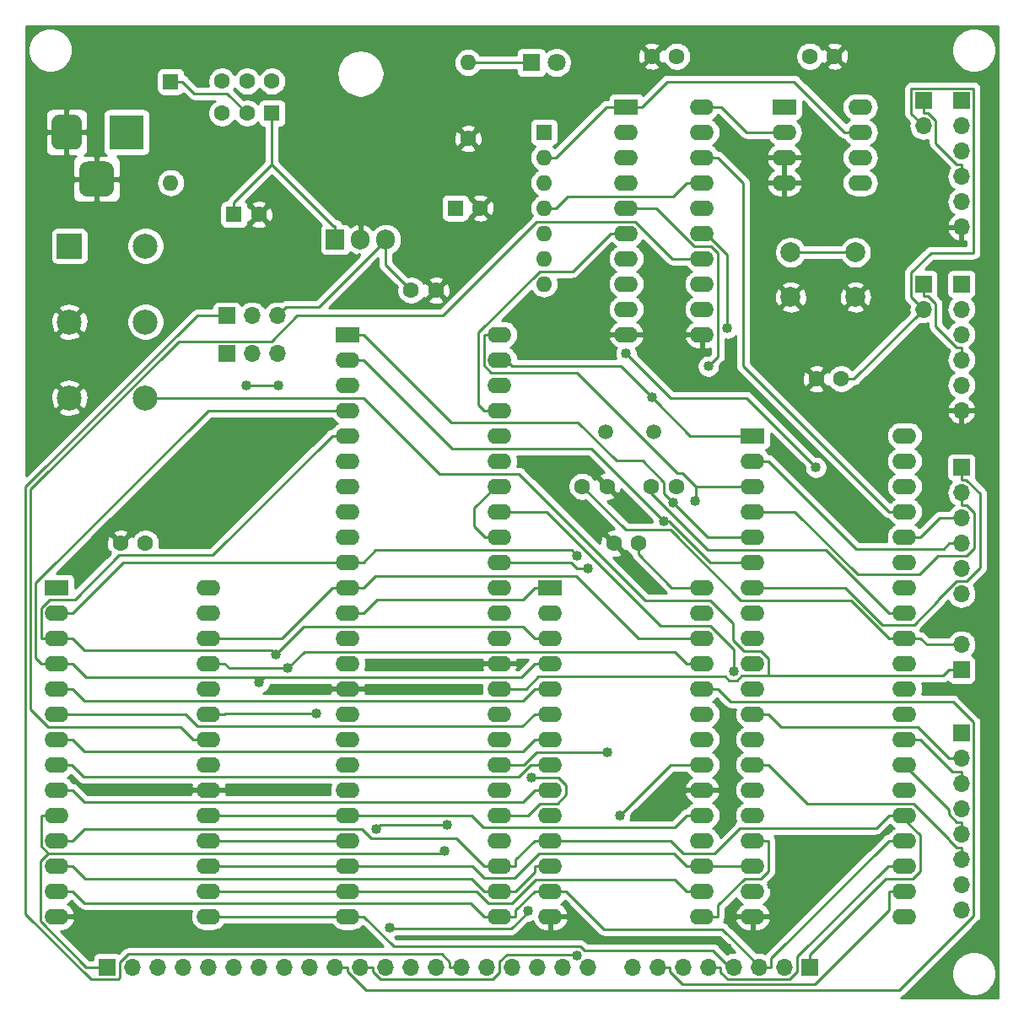
<source format=gbr>
G04 #@! TF.GenerationSoftware,KiCad,Pcbnew,(5.1.0-0)*
G04 #@! TF.CreationDate,2019-04-10T22:03:50-07:00*
G04 #@! TF.ProjectId,mini68k,6d696e69-3638-46b2-9e6b-696361645f70,v02*
G04 #@! TF.SameCoordinates,PX5c0c740PY43d3480*
G04 #@! TF.FileFunction,Copper,L1,Top*
G04 #@! TF.FilePolarity,Positive*
%FSLAX46Y46*%
G04 Gerber Fmt 4.6, Leading zero omitted, Abs format (unit mm)*
G04 Created by KiCad (PCBNEW (5.1.0-0)) date 2019-04-10 22:03:50*
%MOMM*%
%LPD*%
G04 APERTURE LIST*
%ADD10O,1.700000X1.700000*%
%ADD11R,1.700000X1.700000*%
%ADD12C,1.600000*%
%ADD13R,2.400000X1.600000*%
%ADD14O,2.400000X1.600000*%
%ADD15R,3.500000X3.500000*%
%ADD16C,0.150000*%
%ADD17C,3.000000*%
%ADD18C,3.500000*%
%ADD19R,1.905000X2.000000*%
%ADD20O,1.905000X2.000000*%
%ADD21R,2.500000X2.500000*%
%ADD22C,2.500000*%
%ADD23R,1.600000X1.600000*%
%ADD24O,1.600000X1.600000*%
%ADD25R,1.800000X1.800000*%
%ADD26C,1.800000*%
%ADD27C,2.000000*%
%ADD28C,1.500000*%
%ADD29C,1.016000*%
%ADD30C,0.254000*%
G04 APERTURE END LIST*
D10*
X54610000Y-88265000D03*
X57150000Y-88265000D03*
X59690000Y-88265000D03*
X62230000Y-88265000D03*
X64770000Y-88265000D03*
X67310000Y-88265000D03*
X69850000Y-88265000D03*
D11*
X72390000Y-88265000D03*
D10*
X50165000Y-88265000D03*
X47625000Y-88265000D03*
X45085000Y-88265000D03*
X42545000Y-88265000D03*
X40005000Y-88265000D03*
X37465000Y-88265000D03*
X34925000Y-88265000D03*
X32385000Y-88265000D03*
X29845000Y-88265000D03*
X27305000Y-88265000D03*
X24765000Y-88265000D03*
X22225000Y-88265000D03*
X19685000Y-88265000D03*
X17145000Y-88265000D03*
X14605000Y-88265000D03*
X12065000Y-88265000D03*
X9525000Y-88265000D03*
X6985000Y-88265000D03*
X4445000Y-88265000D03*
D11*
X1905000Y-88265000D03*
D10*
X87630000Y-50800000D03*
X87630000Y-48260000D03*
X87630000Y-45720000D03*
X87630000Y-43180000D03*
X87630000Y-40640000D03*
D11*
X87630000Y-38100000D03*
X83820000Y-1270000D03*
D10*
X83820000Y-3810000D03*
D12*
X3215000Y-45720000D03*
X5715000Y-45720000D03*
X32385000Y-20320000D03*
X34885000Y-20320000D03*
X52745000Y-45720000D03*
X55245000Y-45720000D03*
X75565000Y-29210000D03*
X73065000Y-29210000D03*
X74890000Y3175000D03*
X72390000Y3175000D03*
X59055000Y3175000D03*
X56555000Y3175000D03*
D13*
X53975000Y-1905000D03*
D14*
X61595000Y-24765000D03*
X53975000Y-4445000D03*
X61595000Y-22225000D03*
X53975000Y-6985000D03*
X61595000Y-19685000D03*
X53975000Y-9525000D03*
X61595000Y-17145000D03*
X53975000Y-12065000D03*
X61595000Y-14605000D03*
X53975000Y-14605000D03*
X61595000Y-12065000D03*
X53975000Y-17145000D03*
X61595000Y-9525000D03*
X53975000Y-19685000D03*
X61595000Y-6985000D03*
X53975000Y-22225000D03*
X61595000Y-4445000D03*
X53975000Y-24765000D03*
X61595000Y-1905000D03*
X12065000Y-50165000D03*
X-3175000Y-83185000D03*
X12065000Y-52705000D03*
X-3175000Y-80645000D03*
X12065000Y-55245000D03*
X-3175000Y-78105000D03*
X12065000Y-57785000D03*
X-3175000Y-75565000D03*
X12065000Y-60325000D03*
X-3175000Y-73025000D03*
X12065000Y-62865000D03*
X-3175000Y-70485000D03*
X12065000Y-65405000D03*
X-3175000Y-67945000D03*
X12065000Y-67945000D03*
X-3175000Y-65405000D03*
X12065000Y-70485000D03*
X-3175000Y-62865000D03*
X12065000Y-73025000D03*
X-3175000Y-60325000D03*
X12065000Y-75565000D03*
X-3175000Y-57785000D03*
X12065000Y-78105000D03*
X-3175000Y-55245000D03*
X12065000Y-80645000D03*
X-3175000Y-52705000D03*
X12065000Y-83185000D03*
D13*
X-3175000Y-50165000D03*
X46355000Y-50165000D03*
D14*
X61595000Y-83185000D03*
X46355000Y-52705000D03*
X61595000Y-80645000D03*
X46355000Y-55245000D03*
X61595000Y-78105000D03*
X46355000Y-57785000D03*
X61595000Y-75565000D03*
X46355000Y-60325000D03*
X61595000Y-73025000D03*
X46355000Y-62865000D03*
X61595000Y-70485000D03*
X46355000Y-65405000D03*
X61595000Y-67945000D03*
X46355000Y-67945000D03*
X61595000Y-65405000D03*
X46355000Y-70485000D03*
X61595000Y-62865000D03*
X46355000Y-73025000D03*
X61595000Y-60325000D03*
X46355000Y-75565000D03*
X61595000Y-57785000D03*
X46355000Y-78105000D03*
X61595000Y-55245000D03*
X46355000Y-80645000D03*
X61595000Y-52705000D03*
X46355000Y-83185000D03*
X61595000Y-50165000D03*
D13*
X66675000Y-34925000D03*
D14*
X81915000Y-83185000D03*
X66675000Y-37465000D03*
X81915000Y-80645000D03*
X66675000Y-40005000D03*
X81915000Y-78105000D03*
X66675000Y-42545000D03*
X81915000Y-75565000D03*
X66675000Y-45085000D03*
X81915000Y-73025000D03*
X66675000Y-47625000D03*
X81915000Y-70485000D03*
X66675000Y-50165000D03*
X81915000Y-67945000D03*
X66675000Y-52705000D03*
X81915000Y-65405000D03*
X66675000Y-55245000D03*
X81915000Y-62865000D03*
X66675000Y-57785000D03*
X81915000Y-60325000D03*
X66675000Y-60325000D03*
X81915000Y-57785000D03*
X66675000Y-62865000D03*
X81915000Y-55245000D03*
X66675000Y-65405000D03*
X81915000Y-52705000D03*
X66675000Y-67945000D03*
X81915000Y-50165000D03*
X66675000Y-70485000D03*
X81915000Y-47625000D03*
X66675000Y-73025000D03*
X81915000Y-45085000D03*
X66675000Y-75565000D03*
X81915000Y-42545000D03*
X66675000Y-78105000D03*
X81915000Y-40005000D03*
X66675000Y-80645000D03*
X81915000Y-37465000D03*
X66675000Y-83185000D03*
X81915000Y-34925000D03*
D13*
X26035000Y-24765000D03*
D14*
X41275000Y-83185000D03*
X26035000Y-27305000D03*
X41275000Y-80645000D03*
X26035000Y-29845000D03*
X41275000Y-78105000D03*
X26035000Y-32385000D03*
X41275000Y-75565000D03*
X26035000Y-34925000D03*
X41275000Y-73025000D03*
X26035000Y-37465000D03*
X41275000Y-70485000D03*
X26035000Y-40005000D03*
X41275000Y-67945000D03*
X26035000Y-42545000D03*
X41275000Y-65405000D03*
X26035000Y-45085000D03*
X41275000Y-62865000D03*
X26035000Y-47625000D03*
X41275000Y-60325000D03*
X26035000Y-50165000D03*
X41275000Y-57785000D03*
X26035000Y-52705000D03*
X41275000Y-55245000D03*
X26035000Y-55245000D03*
X41275000Y-52705000D03*
X26035000Y-57785000D03*
X41275000Y-50165000D03*
X26035000Y-60325000D03*
X41275000Y-47625000D03*
X26035000Y-62865000D03*
X41275000Y-45085000D03*
X26035000Y-65405000D03*
X41275000Y-42545000D03*
X26035000Y-67945000D03*
X41275000Y-40005000D03*
X26035000Y-70485000D03*
X41275000Y-37465000D03*
X26035000Y-73025000D03*
X41275000Y-34925000D03*
X26035000Y-75565000D03*
X41275000Y-32385000D03*
X26035000Y-78105000D03*
X41275000Y-29845000D03*
X26035000Y-80645000D03*
X41275000Y-27305000D03*
X26035000Y-83185000D03*
X41275000Y-24765000D03*
D13*
X69850000Y-1905000D03*
D14*
X77470000Y-9525000D03*
X69850000Y-4445000D03*
X77470000Y-6985000D03*
X69850000Y-6985000D03*
X77470000Y-4445000D03*
X69850000Y-9525000D03*
X77470000Y-1905000D03*
D15*
X3810000Y-4445000D03*
D16*
G36*
X-1366487Y-2698611D02*
G01*
X-1293682Y-2709411D01*
X-1222286Y-2727295D01*
X-1152987Y-2752090D01*
X-1086452Y-2783559D01*
X-1023322Y-2821398D01*
X-964205Y-2865242D01*
X-909670Y-2914670D01*
X-860242Y-2969205D01*
X-816398Y-3028322D01*
X-778559Y-3091452D01*
X-747090Y-3157987D01*
X-722295Y-3227286D01*
X-704411Y-3298682D01*
X-693611Y-3371487D01*
X-690000Y-3445000D01*
X-690000Y-5445000D01*
X-693611Y-5518513D01*
X-704411Y-5591318D01*
X-722295Y-5662714D01*
X-747090Y-5732013D01*
X-778559Y-5798548D01*
X-816398Y-5861678D01*
X-860242Y-5920795D01*
X-909670Y-5975330D01*
X-964205Y-6024758D01*
X-1023322Y-6068602D01*
X-1086452Y-6106441D01*
X-1152987Y-6137910D01*
X-1222286Y-6162705D01*
X-1293682Y-6180589D01*
X-1366487Y-6191389D01*
X-1440000Y-6195000D01*
X-2940000Y-6195000D01*
X-3013513Y-6191389D01*
X-3086318Y-6180589D01*
X-3157714Y-6162705D01*
X-3227013Y-6137910D01*
X-3293548Y-6106441D01*
X-3356678Y-6068602D01*
X-3415795Y-6024758D01*
X-3470330Y-5975330D01*
X-3519758Y-5920795D01*
X-3563602Y-5861678D01*
X-3601441Y-5798548D01*
X-3632910Y-5732013D01*
X-3657705Y-5662714D01*
X-3675589Y-5591318D01*
X-3686389Y-5518513D01*
X-3690000Y-5445000D01*
X-3690000Y-3445000D01*
X-3686389Y-3371487D01*
X-3675589Y-3298682D01*
X-3657705Y-3227286D01*
X-3632910Y-3157987D01*
X-3601441Y-3091452D01*
X-3563602Y-3028322D01*
X-3519758Y-2969205D01*
X-3470330Y-2914670D01*
X-3415795Y-2865242D01*
X-3356678Y-2821398D01*
X-3293548Y-2783559D01*
X-3227013Y-2752090D01*
X-3157714Y-2727295D01*
X-3086318Y-2709411D01*
X-3013513Y-2698611D01*
X-2940000Y-2695000D01*
X-1440000Y-2695000D01*
X-1366487Y-2698611D01*
X-1366487Y-2698611D01*
G37*
D17*
X-2190000Y-4445000D03*
D16*
G36*
X1770765Y-7399213D02*
G01*
X1855704Y-7411813D01*
X1938999Y-7432677D01*
X2019848Y-7461605D01*
X2097472Y-7498319D01*
X2171124Y-7542464D01*
X2240094Y-7593616D01*
X2303718Y-7651282D01*
X2361384Y-7714906D01*
X2412536Y-7783876D01*
X2456681Y-7857528D01*
X2493395Y-7935152D01*
X2522323Y-8016001D01*
X2543187Y-8099296D01*
X2555787Y-8184235D01*
X2560000Y-8270000D01*
X2560000Y-10020000D01*
X2555787Y-10105765D01*
X2543187Y-10190704D01*
X2522323Y-10273999D01*
X2493395Y-10354848D01*
X2456681Y-10432472D01*
X2412536Y-10506124D01*
X2361384Y-10575094D01*
X2303718Y-10638718D01*
X2240094Y-10696384D01*
X2171124Y-10747536D01*
X2097472Y-10791681D01*
X2019848Y-10828395D01*
X1938999Y-10857323D01*
X1855704Y-10878187D01*
X1770765Y-10890787D01*
X1685000Y-10895000D01*
X-65000Y-10895000D01*
X-150765Y-10890787D01*
X-235704Y-10878187D01*
X-318999Y-10857323D01*
X-399848Y-10828395D01*
X-477472Y-10791681D01*
X-551124Y-10747536D01*
X-620094Y-10696384D01*
X-683718Y-10638718D01*
X-741384Y-10575094D01*
X-792536Y-10506124D01*
X-836681Y-10432472D01*
X-873395Y-10354848D01*
X-902323Y-10273999D01*
X-923187Y-10190704D01*
X-935787Y-10105765D01*
X-940000Y-10020000D01*
X-940000Y-8270000D01*
X-935787Y-8184235D01*
X-923187Y-8099296D01*
X-902323Y-8016001D01*
X-873395Y-7935152D01*
X-836681Y-7857528D01*
X-792536Y-7783876D01*
X-741384Y-7714906D01*
X-683718Y-7651282D01*
X-620094Y-7593616D01*
X-551124Y-7542464D01*
X-477472Y-7498319D01*
X-399848Y-7461605D01*
X-318999Y-7432677D01*
X-235704Y-7411813D01*
X-150765Y-7399213D01*
X-65000Y-7395000D01*
X1685000Y-7395000D01*
X1770765Y-7399213D01*
X1770765Y-7399213D01*
G37*
D18*
X810000Y-9145000D03*
D11*
X83820000Y-19685000D03*
D10*
X83820000Y-22225000D03*
D19*
X24765000Y-15240000D03*
D20*
X27305000Y-15240000D03*
X29845000Y-15240000D03*
D21*
X-1905000Y-15875000D03*
D22*
X5715000Y-15875000D03*
X5715000Y-31115000D03*
X-1905000Y-31115000D03*
D12*
X17105000Y-12700000D03*
D23*
X14605000Y-12700000D03*
X36830000Y-12065000D03*
D12*
X39330000Y-12065000D03*
D23*
X8255000Y635000D03*
D24*
X8255000Y-9525000D03*
D25*
X44450000Y2540000D03*
D26*
X46990000Y2540000D03*
D12*
X38100000Y-5080000D03*
D24*
X38100000Y2540000D03*
D23*
X45720000Y-4445000D03*
D24*
X45720000Y-6985000D03*
X45720000Y-9525000D03*
X45720000Y-12065000D03*
X45720000Y-14605000D03*
X45720000Y-17145000D03*
X45720000Y-19685000D03*
D27*
X70485000Y-21010000D03*
X70485000Y-16510000D03*
X76985000Y-21010000D03*
X76985000Y-16510000D03*
D23*
X18415000Y-2540000D03*
D12*
X15915000Y-2540000D03*
X13415000Y-2540000D03*
X18415000Y660000D03*
X15915000Y660000D03*
X13415000Y660000D03*
D11*
X13890000Y-22860000D03*
D10*
X16430000Y-22860000D03*
X18970000Y-22860000D03*
X18970000Y-26670000D03*
X16430000Y-26670000D03*
D11*
X13890000Y-26670000D03*
X87630000Y-19685000D03*
D10*
X87630000Y-22225000D03*
X87630000Y-24765000D03*
X87630000Y-27305000D03*
X87630000Y-29845000D03*
X87630000Y-32385000D03*
X87630000Y-13970000D03*
X87630000Y-11430000D03*
X87630000Y-8890000D03*
X87630000Y-6350000D03*
X87630000Y-3810000D03*
D11*
X87630000Y-1270000D03*
X87630000Y-64770000D03*
D10*
X87630000Y-67310000D03*
X87630000Y-69850000D03*
X87630000Y-72390000D03*
X87630000Y-74930000D03*
X87630000Y-77470000D03*
X87630000Y-80010000D03*
X87630000Y-82550000D03*
D12*
X52070000Y-40005000D03*
X49570000Y-40005000D03*
X56515000Y-40005000D03*
X59015000Y-40005000D03*
D11*
X87630000Y-58420000D03*
D10*
X87630000Y-55880000D03*
D28*
X51885000Y-34575000D03*
X56765000Y-34575000D03*
D22*
X-1905000Y-23495000D03*
X5715000Y-23495000D03*
X5715000Y-15875000D03*
D21*
X-1905000Y-15875000D03*
D29*
X66040000Y-29845000D03*
X67310000Y-27305000D03*
X64135000Y-86360000D03*
X66675000Y-85725000D03*
X20320000Y-60325000D03*
X20320000Y-70485000D03*
X3175000Y-70485000D03*
X3175000Y-83185000D03*
X64135000Y-73660000D03*
X68580000Y-80010000D03*
X57912000Y-28448000D03*
X84836000Y-89408000D03*
X74676000Y-75692000D03*
X33528000Y-57912000D03*
X33528000Y-60452000D03*
X73025000Y-38100000D03*
X53975000Y-26670000D03*
X50165000Y-48260000D03*
X19050000Y-29845000D03*
X15875000Y-29845000D03*
X52070000Y-66675000D03*
X64765300Y-58543100D03*
X49036300Y-46943700D03*
X18775200Y-56867400D03*
X17145006Y-59690000D03*
X57738900Y-43492800D03*
X58719800Y-41675000D03*
X49033200Y-87086000D03*
X53340000Y-73025000D03*
X60864000Y-41495800D03*
X56560548Y-31069452D03*
X22878000Y-62821500D03*
X44087300Y-82633400D03*
X30204000Y-84289800D03*
X35750700Y-76635400D03*
X19996700Y-58252400D03*
X64135000Y-24130000D03*
X44443625Y-69221375D03*
X62230000Y-27940004D03*
X28906200Y-74399100D03*
X35963100Y-74003600D03*
D30*
X18415000Y-7708700D02*
X14605000Y-11518700D01*
X18415000Y-2540000D02*
X18415000Y-7708700D01*
X18415000Y-7708700D02*
X24565000Y-13858700D01*
X24565000Y-13858700D02*
X24765000Y-13858700D01*
X24765000Y-15240000D02*
X24765000Y-13858700D01*
X14605000Y-12700000D02*
X14605000Y-11518700D01*
X60141000Y-50165000D02*
X61595000Y-50165000D01*
X58558630Y-50165000D02*
X60141000Y-50165000D01*
X55245000Y-46851370D02*
X58558630Y-50165000D01*
X55245000Y-45720000D02*
X55245000Y-46851370D01*
X19819999Y-22010001D02*
X18970000Y-22860000D01*
X23122499Y-22010001D02*
X19819999Y-22010001D01*
X29845000Y-15287500D02*
X23122499Y-22010001D01*
X29845000Y-15240000D02*
X29845000Y-15287500D01*
X61595000Y-1905000D02*
X63500000Y-1905000D01*
X66040000Y-4445000D02*
X69850000Y-4445000D01*
X63500000Y-1905000D02*
X66040000Y-4445000D01*
X76835000Y-29210000D02*
X83820000Y-22225000D01*
X75565000Y-29210000D02*
X76835000Y-29210000D01*
X82588999Y-20993999D02*
X82970001Y-21375001D01*
X82588999Y-18530199D02*
X82588999Y-20993999D01*
X84570199Y-16548999D02*
X82588999Y-18530199D01*
X88861001Y-16548999D02*
X84570199Y-16548999D01*
X88861001Y-115199D02*
X88861001Y-16548999D01*
X82665199Y-38999D02*
X88784801Y-38999D01*
X82970001Y-21375001D02*
X83820000Y-22225000D01*
X88784801Y-38999D02*
X88861001Y-115199D01*
X82588999Y-115199D02*
X82665199Y-38999D01*
X82588999Y-2578999D02*
X82588999Y-115199D01*
X83820000Y-3810000D02*
X82588999Y-2578999D01*
X73025000Y-38100000D02*
X66040000Y-31115000D01*
X54482999Y-27177999D02*
X53975000Y-26670000D01*
X66040000Y-31115000D02*
X58420000Y-31115000D01*
X58420000Y-31115000D02*
X54482999Y-27177999D01*
X39821000Y-45085000D02*
X38735000Y-43999000D01*
X41275000Y-45085000D02*
X39821000Y-45085000D01*
X38735000Y-42145000D02*
X40875000Y-40005000D01*
X40875000Y-40005000D02*
X41275000Y-40005000D01*
X38735000Y-43999000D02*
X38735000Y-42145000D01*
X49446580Y-48260000D02*
X50165000Y-48260000D01*
X49036878Y-48260000D02*
X49446580Y-48260000D01*
X48401878Y-47625000D02*
X49036878Y-48260000D01*
X41275000Y-47625000D02*
X48401878Y-47625000D01*
X29845000Y-17780000D02*
X32385000Y-20320000D01*
X29845000Y-15240000D02*
X29845000Y-17780000D01*
X15875000Y-29845000D02*
X19050000Y-29845000D01*
X8255000Y635000D02*
X9436300Y635000D01*
X15915000Y-2540000D02*
X13921300Y-546300D01*
X13921300Y-546300D02*
X10617600Y-546300D01*
X10617600Y-546300D02*
X9436300Y635000D01*
X38100000Y2540000D02*
X44450000Y2540000D01*
X41275000Y-67945000D02*
X43685840Y-67945000D01*
X44955840Y-66675000D02*
X51351580Y-66675000D01*
X43685840Y-67945000D02*
X44955840Y-66675000D01*
X51351580Y-66675000D02*
X52070000Y-66675000D01*
X61595000Y-9525000D02*
X60013700Y-9525000D01*
X45720000Y-12065000D02*
X46901300Y-12065000D01*
X46901300Y-12065000D02*
X48082600Y-10883700D01*
X48082600Y-10883700D02*
X58655000Y-10883700D01*
X58655000Y-10883700D02*
X60013700Y-9525000D01*
X41275000Y-42545000D02*
X45964300Y-42545000D01*
X45964300Y-42545000D02*
X57394300Y-53975000D01*
X57394300Y-53975000D02*
X62396000Y-53975000D01*
X62396000Y-53975000D02*
X64765300Y-56344300D01*
X64765300Y-56344300D02*
X64765300Y-58543100D01*
X76985000Y-16510000D02*
X70485000Y-16510000D01*
X46355000Y-50165000D02*
X44773700Y-50165000D01*
X26035000Y-52705000D02*
X27616300Y-52705000D01*
X27616300Y-52705000D02*
X28975000Y-51346300D01*
X28975000Y-51346300D02*
X43592400Y-51346300D01*
X43592400Y-51346300D02*
X44773700Y-50165000D01*
X37465000Y-88265000D02*
X36233700Y-88265000D01*
X13890000Y-22860000D02*
X10904900Y-22860000D01*
X10904900Y-22860000D02*
X-6302700Y-40067600D01*
X-6302700Y-40067600D02*
X-6302700Y-82934700D01*
X-6302700Y-82934700D02*
X259000Y-89496400D01*
X259000Y-89496400D02*
X2973300Y-89496400D01*
X2973300Y-89496400D02*
X3136400Y-89333300D01*
X3136400Y-89333300D02*
X3136400Y-87824100D01*
X3136400Y-87824100D02*
X3975700Y-86984800D01*
X3975700Y-86984800D02*
X35463700Y-86984800D01*
X35463700Y-86984800D02*
X36233700Y-87754800D01*
X36233700Y-87754800D02*
X36233700Y-88265000D01*
X26035000Y-83185000D02*
X12065000Y-83185000D01*
X66675000Y-75565000D02*
X68256300Y-75565000D01*
X61595000Y-83185000D02*
X63176300Y-83185000D01*
X63176300Y-83185000D02*
X63176300Y-82073100D01*
X63176300Y-82073100D02*
X65874400Y-79375000D01*
X65874400Y-79375000D02*
X67515300Y-79375000D01*
X67515300Y-79375000D02*
X68256300Y-78634000D01*
X68256300Y-78634000D02*
X68256300Y-75565000D01*
X27616300Y-83185000D02*
X26035000Y-83185000D01*
X30628000Y-86196700D02*
X27616300Y-83185000D01*
X49401600Y-86196700D02*
X30628000Y-86196700D01*
X49780200Y-86575300D02*
X49401600Y-86196700D01*
X62699300Y-86575300D02*
X49780200Y-86575300D01*
X64389000Y-88265000D02*
X62699300Y-86575300D01*
X64770000Y-88265000D02*
X64389000Y-88265000D01*
X26035000Y-47625000D02*
X27616300Y-47625000D01*
X27616300Y-47625000D02*
X28812700Y-46428600D01*
X28812700Y-46428600D02*
X48521200Y-46428600D01*
X48521200Y-46428600D02*
X49036300Y-46943700D01*
X-1593700Y-52705000D02*
X3486300Y-47625000D01*
X3486300Y-47625000D02*
X26035000Y-47625000D01*
X-3175000Y-52705000D02*
X-1593700Y-52705000D01*
X60013700Y-80645000D02*
X58823100Y-79454400D01*
X58823100Y-79454400D02*
X44872700Y-79454400D01*
X44872700Y-79454400D02*
X42494900Y-81832200D01*
X42494900Y-81832200D02*
X40161900Y-81832200D01*
X40161900Y-81832200D02*
X38974700Y-80645000D01*
X38974700Y-80645000D02*
X26035000Y-80645000D01*
X61595000Y-80645000D02*
X60013700Y-80645000D01*
X26035000Y-80645000D02*
X12065000Y-80645000D01*
X62230000Y-88265000D02*
X63461300Y-88265000D01*
X81915000Y-78105000D02*
X80247600Y-78105000D01*
X80247600Y-78105000D02*
X71158600Y-87194000D01*
X71158600Y-87194000D02*
X71158600Y-88705000D01*
X71158600Y-88705000D02*
X70366900Y-89496700D01*
X70366900Y-89496700D02*
X64182800Y-89496700D01*
X64182800Y-89496700D02*
X63461300Y-88775200D01*
X63461300Y-88775200D02*
X63461300Y-88265000D01*
X18775200Y-56867400D02*
X21588200Y-54054400D01*
X21588200Y-54054400D02*
X43583100Y-54054400D01*
X43583100Y-54054400D02*
X44773700Y-55245000D01*
X-1593700Y-55245000D02*
X-401600Y-56437100D01*
X-401600Y-56437100D02*
X18344900Y-56437100D01*
X18344900Y-56437100D02*
X18775200Y-56867400D01*
X-3175000Y-55245000D02*
X-1593700Y-55245000D01*
X46355000Y-55245000D02*
X44773700Y-55245000D01*
X-3175000Y-55245000D02*
X-4756300Y-55245000D01*
X26035000Y-34925000D02*
X24453700Y-34925000D01*
X24453700Y-34925000D02*
X12477300Y-46901400D01*
X12477300Y-46901400D02*
X3063800Y-46901400D01*
X3063800Y-46901400D02*
X-1381200Y-51346400D01*
X-1381200Y-51346400D02*
X-3905200Y-51346400D01*
X-3905200Y-51346400D02*
X-4756300Y-52197500D01*
X-4756300Y-52197500D02*
X-4756300Y-55245000D01*
X61595000Y-78105000D02*
X60013700Y-78105000D01*
X26035000Y-78105000D02*
X38571000Y-78105000D01*
X38571000Y-78105000D02*
X39760900Y-79294900D01*
X39760900Y-79294900D02*
X42764600Y-79294900D01*
X42764600Y-79294900D02*
X45184000Y-76875500D01*
X45184000Y-76875500D02*
X58784200Y-76875500D01*
X58784200Y-76875500D02*
X60013700Y-78105000D01*
X12065000Y-78105000D02*
X26035000Y-78105000D01*
X66675000Y-78105000D02*
X61595000Y-78105000D01*
X17933500Y-59141700D02*
X43417000Y-59141700D01*
X43417000Y-59141700D02*
X44773700Y-57785000D01*
X-1593700Y-57785000D02*
X-237000Y-59141700D01*
X-237000Y-59141700D02*
X17933500Y-59141700D01*
X-3175000Y-57785000D02*
X-4756300Y-57785000D01*
X-4756300Y-57785000D02*
X-5280500Y-57260800D01*
X-5280500Y-57260800D02*
X-5280500Y-49715900D01*
X-5280500Y-49715900D02*
X12050400Y-32385000D01*
X12050400Y-32385000D02*
X26035000Y-32385000D01*
X-2875300Y-57785000D02*
X-3175000Y-57785000D01*
X-2875300Y-57785000D02*
X-1593700Y-57785000D01*
X46355000Y-57785000D02*
X44773700Y-57785000D01*
X17693306Y-59141700D02*
X17653005Y-59182001D01*
X17933500Y-59141700D02*
X17693306Y-59141700D01*
X17653005Y-59182001D02*
X17145006Y-59690000D01*
X81915000Y-80645000D02*
X80333700Y-80645000D01*
X57150000Y-88265000D02*
X58381300Y-88265000D01*
X58381300Y-88265000D02*
X58381300Y-88726700D01*
X58381300Y-88726700D02*
X59660400Y-90005800D01*
X59660400Y-90005800D02*
X72906500Y-90005800D01*
X72906500Y-90005800D02*
X80333700Y-82578600D01*
X80333700Y-82578600D02*
X80333700Y-80645000D01*
X12065000Y-75565000D02*
X26035000Y-75565000D01*
X46355000Y-60325000D02*
X44773700Y-60325000D01*
X-3175000Y-60325000D02*
X-1593700Y-60325000D01*
X-1593700Y-60325000D02*
X-406700Y-61512000D01*
X-406700Y-61512000D02*
X43586700Y-61512000D01*
X43586700Y-61512000D02*
X44773700Y-60325000D01*
X60013700Y-73025000D02*
X58818100Y-74220600D01*
X58818100Y-74220600D02*
X39636300Y-74220600D01*
X39636300Y-74220600D02*
X38440700Y-73025000D01*
X38440700Y-73025000D02*
X27616300Y-73025000D01*
X26035000Y-73025000D02*
X27616300Y-73025000D01*
X61595000Y-73025000D02*
X60013700Y-73025000D01*
X12065000Y-73025000D02*
X26035000Y-73025000D01*
X46355000Y-62865000D02*
X44773700Y-62865000D01*
X44773700Y-62865000D02*
X43564400Y-64074300D01*
X43564400Y-64074300D02*
X10931300Y-64074300D01*
X10931300Y-64074300D02*
X9722000Y-62865000D01*
X9722000Y-62865000D02*
X-3175000Y-62865000D01*
X57738900Y-43492800D02*
X58258000Y-43492800D01*
X58258000Y-43492800D02*
X62390200Y-47625000D01*
X62390200Y-47625000D02*
X66675000Y-47625000D01*
X27616300Y-27305000D02*
X36506300Y-36195000D01*
X36506300Y-36195000D02*
X50441100Y-36195000D01*
X50441100Y-36195000D02*
X57738900Y-43492800D01*
X26035000Y-27305000D02*
X27616300Y-27305000D01*
X46355000Y-65405000D02*
X44773700Y-65405000D01*
X-3175000Y-65405000D02*
X-1593700Y-65405000D01*
X-1593700Y-65405000D02*
X-405000Y-66593700D01*
X-405000Y-66593700D02*
X43585000Y-66593700D01*
X43585000Y-66593700D02*
X44773700Y-65405000D01*
X27616300Y-24765000D02*
X36437100Y-33585800D01*
X36437100Y-33585800D02*
X49144400Y-33585800D01*
X49144400Y-33585800D02*
X53006800Y-37448200D01*
X53006800Y-37448200D02*
X55633500Y-37448200D01*
X55633500Y-37448200D02*
X57765000Y-39579700D01*
X57765000Y-39579700D02*
X57765000Y-40720200D01*
X57765000Y-40720200D02*
X58719800Y-41675000D01*
X65093700Y-45085000D02*
X62129800Y-45085000D01*
X62129800Y-45085000D02*
X58719800Y-41675000D01*
X66675000Y-45085000D02*
X65093700Y-45085000D01*
X26035000Y-24765000D02*
X27616300Y-24765000D01*
X27305000Y-88265000D02*
X28536300Y-88265000D01*
X28536300Y-88265000D02*
X28536300Y-88726700D01*
X28536300Y-88726700D02*
X29309900Y-89500300D01*
X29309900Y-89500300D02*
X40577000Y-89500300D01*
X40577000Y-89500300D02*
X41275000Y-88802300D01*
X41275000Y-88802300D02*
X41275000Y-87736100D01*
X41275000Y-87736100D02*
X41977500Y-87033600D01*
X41977500Y-87033600D02*
X48980800Y-87033600D01*
X48980800Y-87033600D02*
X49033200Y-87086000D01*
X61595000Y-67945000D02*
X58420000Y-67945000D01*
X53847999Y-72517001D02*
X53340000Y-73025000D01*
X58420000Y-67945000D02*
X53847999Y-72517001D01*
X60864000Y-41495800D02*
X60939400Y-41420400D01*
X60939400Y-41420400D02*
X60939400Y-40005000D01*
X39693700Y-24765000D02*
X39693700Y-27861500D01*
X39693700Y-27861500D02*
X40407200Y-28575000D01*
X40407200Y-28575000D02*
X49053200Y-28575000D01*
X49053200Y-28575000D02*
X59124600Y-38646400D01*
X59124600Y-38646400D02*
X59580800Y-38646400D01*
X59580800Y-38646400D02*
X60939400Y-40005000D01*
X60939400Y-40005000D02*
X65093700Y-40005000D01*
X66675000Y-40005000D02*
X65093700Y-40005000D01*
X41275000Y-24765000D02*
X39693700Y-24765000D01*
X43215576Y-69133700D02*
X-532300Y-69133700D01*
X46355000Y-67945000D02*
X44404276Y-67945000D01*
X-532300Y-69133700D02*
X-1721000Y-67945000D01*
X44404276Y-67945000D02*
X43215576Y-69133700D01*
X-1721000Y-67945000D02*
X-3175000Y-67945000D01*
X-3175000Y-70485000D02*
X-1593700Y-70485000D01*
X46355000Y-70485000D02*
X44773700Y-70485000D01*
X44773700Y-70485000D02*
X43585000Y-71673700D01*
X43585000Y-71673700D02*
X-405000Y-71673700D01*
X-405000Y-71673700D02*
X-1593700Y-70485000D01*
X66675000Y-34925000D02*
X60416096Y-34925000D01*
X60416096Y-34925000D02*
X57068547Y-31577451D01*
X57068547Y-31577451D02*
X56560548Y-31069452D01*
X53431096Y-27940000D02*
X56052549Y-30561453D01*
X42545000Y-27940000D02*
X53431096Y-27940000D01*
X41910000Y-27305000D02*
X42545000Y-27940000D01*
X56052549Y-30561453D02*
X56560548Y-31069452D01*
X41275000Y-27305000D02*
X41910000Y-27305000D01*
X12065000Y-62865000D02*
X13646300Y-62865000D01*
X22878000Y-62821500D02*
X13689800Y-62821500D01*
X13689800Y-62821500D02*
X13646300Y-62865000D01*
X44087300Y-82633400D02*
X44087300Y-82758800D01*
X44087300Y-82758800D02*
X42461300Y-84384800D01*
X42461300Y-84384800D02*
X30299000Y-84384800D01*
X30299000Y-84384800D02*
X30204000Y-84289800D01*
X-4015200Y-76835000D02*
X-4756300Y-76093900D01*
X-4756300Y-76093900D02*
X-4756300Y-73025000D01*
X35750700Y-76635400D02*
X35551100Y-76835000D01*
X35551100Y-76835000D02*
X-4015200Y-76835000D01*
X-4015200Y-76835000D02*
X-4799600Y-77619400D01*
X-4799600Y-77619400D02*
X-4799600Y-83664800D01*
X-4799600Y-83664800D02*
X-199400Y-88265000D01*
X-199400Y-88265000D02*
X1905000Y-88265000D01*
X-3175000Y-73025000D02*
X-4756300Y-73025000D01*
X61595000Y-60325000D02*
X63176300Y-60325000D01*
X24765000Y-88265000D02*
X25996300Y-88265000D01*
X25996300Y-88265000D02*
X25996300Y-88726700D01*
X25996300Y-88726700D02*
X27837400Y-90567800D01*
X27837400Y-90567800D02*
X81407300Y-90567800D01*
X81407300Y-90567800D02*
X88861400Y-83113700D01*
X88861400Y-83113700D02*
X88861400Y-63690300D01*
X88861400Y-63690300D02*
X86766100Y-61595000D01*
X86766100Y-61595000D02*
X64446300Y-61595000D01*
X64446300Y-61595000D02*
X63176300Y-60325000D01*
X72390000Y-88265000D02*
X72390000Y-87033700D01*
X81500600Y-73025000D02*
X83501400Y-75025800D01*
X83501400Y-75025800D02*
X83501400Y-78648700D01*
X83501400Y-78648700D02*
X82710200Y-79439900D01*
X82710200Y-79439900D02*
X79983800Y-79439900D01*
X79983800Y-79439900D02*
X72390000Y-87033700D01*
X81915000Y-73025000D02*
X81500600Y-73025000D01*
X45940600Y-75565000D02*
X46355000Y-75565000D01*
X-1593700Y-75565000D02*
X-405000Y-74376300D01*
X-405000Y-74376300D02*
X27443300Y-74376300D01*
X27443300Y-74376300D02*
X28404500Y-75337500D01*
X28404500Y-75337500D02*
X36926200Y-75337500D01*
X36926200Y-75337500D02*
X39693700Y-78105000D01*
X-3175000Y-75565000D02*
X-1593700Y-75565000D01*
X41275000Y-78105000D02*
X39693700Y-78105000D01*
X41689500Y-78105000D02*
X41275000Y-78105000D01*
X41689500Y-78105000D02*
X42856300Y-78105000D01*
X45940600Y-75565000D02*
X44773700Y-75565000D01*
X42856300Y-78105000D02*
X42856300Y-77482400D01*
X42856300Y-77482400D02*
X44773700Y-75565000D01*
X80333700Y-73025000D02*
X81500600Y-73025000D01*
X79063700Y-74295000D02*
X80333700Y-73025000D01*
X62865000Y-76835000D02*
X65405000Y-74295000D01*
X58420000Y-75565000D02*
X59690000Y-76835000D01*
X59690000Y-76835000D02*
X62865000Y-76835000D01*
X65405000Y-74295000D02*
X79063700Y-74295000D01*
X46355000Y-75565000D02*
X58420000Y-75565000D01*
X19996700Y-58252400D02*
X21654600Y-56594500D01*
X58823200Y-56594500D02*
X60013700Y-57785000D01*
X13646300Y-57785000D02*
X14113700Y-58252400D01*
X14113700Y-58252400D02*
X19996700Y-58252400D01*
X12065000Y-57785000D02*
X13646300Y-57785000D01*
X61595000Y-57785000D02*
X60013700Y-57785000D01*
X21654600Y-56594500D02*
X58823200Y-56594500D01*
X46355000Y-78105000D02*
X44773700Y-78105000D01*
X41275000Y-80645000D02*
X42856300Y-80645000D01*
X42856300Y-80645000D02*
X44773700Y-78727600D01*
X44773700Y-78727600D02*
X44773700Y-78105000D01*
X40484400Y-80645000D02*
X41275000Y-80645000D01*
X40484400Y-80645000D02*
X39693700Y-80645000D01*
X-3175000Y-78105000D02*
X-1593700Y-78105000D01*
X39693700Y-80645000D02*
X38423700Y-79375000D01*
X38423700Y-79375000D02*
X-323700Y-79375000D01*
X-323700Y-79375000D02*
X-1593700Y-78105000D01*
X19373700Y-55245000D02*
X13646300Y-55245000D01*
X24453700Y-50165000D02*
X19373700Y-55245000D01*
X13646300Y-55245000D02*
X12065000Y-55245000D01*
X26035000Y-50165000D02*
X24453700Y-50165000D01*
X48974400Y-48974400D02*
X55245000Y-55245000D01*
X27616300Y-50165000D02*
X28806900Y-48974400D01*
X55245000Y-55245000D02*
X61595000Y-55245000D01*
X28806900Y-48974400D02*
X48974400Y-48974400D01*
X26035000Y-50165000D02*
X27616300Y-50165000D01*
X41275000Y-83185000D02*
X42856300Y-83185000D01*
X46355000Y-80645000D02*
X44773700Y-80645000D01*
X42856300Y-83185000D02*
X42856300Y-82562400D01*
X42856300Y-82562400D02*
X44773700Y-80645000D01*
X40484400Y-83185000D02*
X41275000Y-83185000D01*
X40484400Y-83185000D02*
X39693700Y-83185000D01*
X81915000Y-75565000D02*
X80333700Y-75565000D01*
X67310000Y-88265000D02*
X68541300Y-88265000D01*
X80333700Y-75565000D02*
X68541300Y-87357400D01*
X68541300Y-87357400D02*
X68541300Y-88265000D01*
X-3175000Y-80645000D02*
X-1593700Y-80645000D01*
X-1593700Y-80645000D02*
X-412300Y-81826400D01*
X-412300Y-81826400D02*
X38335100Y-81826400D01*
X38335100Y-81826400D02*
X39693700Y-83185000D01*
X67310000Y-88138000D02*
X67310000Y-88265000D01*
X63627000Y-84455000D02*
X67310000Y-88138000D01*
X51746300Y-84455000D02*
X63627000Y-84455000D01*
X47936300Y-80645000D02*
X51746300Y-84455000D01*
X46355000Y-80645000D02*
X47936300Y-80645000D01*
X61995000Y-14605000D02*
X64135000Y-16745000D01*
X61595000Y-14605000D02*
X61995000Y-14605000D01*
X64135000Y-23411580D02*
X64135000Y-24130000D01*
X64135000Y-16745000D02*
X64135000Y-23411580D01*
X47973300Y-70942100D02*
X47973300Y-70033100D01*
X45282200Y-71843600D02*
X47071800Y-71843600D01*
X45162045Y-69221375D02*
X44443625Y-69221375D01*
X47161575Y-69221375D02*
X45162045Y-69221375D01*
X47071800Y-71843600D02*
X47973300Y-70942100D01*
X41275000Y-73025000D02*
X44100800Y-73025000D01*
X47973300Y-70033100D02*
X47161575Y-69221375D01*
X44100800Y-73025000D02*
X45282200Y-71843600D01*
X60761300Y-15875000D02*
X62470400Y-15875000D01*
X62737999Y-27432005D02*
X62230000Y-27940004D01*
X56951300Y-12065000D02*
X60761300Y-15875000D01*
X62470400Y-15875000D02*
X63194900Y-16599500D01*
X63194900Y-16599500D02*
X63194900Y-26975104D01*
X63194900Y-26975104D02*
X62737999Y-27432005D01*
X53975000Y-12065000D02*
X56951300Y-12065000D01*
X5715000Y-31115000D02*
X27616400Y-31115000D01*
X27616400Y-31115000D02*
X35236400Y-38735000D01*
X35236400Y-38735000D02*
X43215500Y-38735000D01*
X43215500Y-38735000D02*
X55915500Y-51435000D01*
X55915500Y-51435000D02*
X62432000Y-51435000D01*
X62432000Y-51435000D02*
X64715000Y-53718000D01*
X64715000Y-53718000D02*
X64715000Y-55435200D01*
X64715000Y-55435200D02*
X65794800Y-56515000D01*
X65794800Y-56515000D02*
X67504000Y-56515000D01*
X67504000Y-56515000D02*
X68280800Y-57291800D01*
X68280800Y-57291800D02*
X68280800Y-59033500D01*
X68280800Y-59033500D02*
X85785200Y-59033500D01*
X85785200Y-59033500D02*
X86398700Y-58420000D01*
X87630000Y-58420000D02*
X86398700Y-58420000D01*
X45168100Y-59121200D02*
X63897700Y-59121200D01*
X43964300Y-60325000D02*
X45168100Y-59121200D01*
X63897700Y-59121200D02*
X64255900Y-59479400D01*
X41275000Y-60325000D02*
X43964300Y-60325000D01*
X64255900Y-59479400D02*
X65095000Y-59479400D01*
X65540900Y-59033500D02*
X68280800Y-59033500D01*
X65095000Y-59479400D02*
X65540900Y-59033500D01*
X35963100Y-74003600D02*
X29301700Y-74003600D01*
X29301700Y-74003600D02*
X28906200Y-74399100D01*
X41275000Y-32385000D02*
X39693700Y-32385000D01*
X52393700Y-14605000D02*
X48583700Y-18415000D01*
X48583700Y-18415000D02*
X45312800Y-18415000D01*
X45312800Y-18415000D02*
X39151900Y-24575900D01*
X39151900Y-24575900D02*
X39151900Y-31843200D01*
X39151900Y-31843200D02*
X39693700Y-32385000D01*
X53975000Y-14605000D02*
X52393700Y-14605000D01*
X58595400Y-17145000D02*
X61595000Y-17145000D01*
X54872900Y-13422500D02*
X58595400Y-17145000D01*
X12065000Y-65405000D02*
X10483700Y-65405000D01*
X44997500Y-13422500D02*
X54872900Y-13422500D01*
X35560000Y-22860000D02*
X44997500Y-13422500D01*
X20925000Y-22860000D02*
X35560000Y-22860000D01*
X18346400Y-25438600D02*
X20925000Y-22860000D01*
X-5788900Y-40272800D02*
X9045300Y-25438600D01*
X9045300Y-25438600D02*
X18346400Y-25438600D01*
X9213700Y-64135000D02*
X-4019500Y-64135000D01*
X-4019500Y-64135000D02*
X-5788900Y-62365600D01*
X-5788900Y-62365600D02*
X-5788900Y-40272800D01*
X10483700Y-65405000D02*
X9213700Y-64135000D01*
X46901300Y-6985000D02*
X51981300Y-1905000D01*
X51981300Y-1905000D02*
X53975000Y-1905000D01*
X45720000Y-6985000D02*
X46901300Y-6985000D01*
X70808700Y635000D02*
X75888700Y-4445000D01*
X75888700Y-4445000D02*
X77470000Y-4445000D01*
X58096300Y635000D02*
X70808700Y635000D01*
X55556300Y-1905000D02*
X58096300Y635000D01*
X53975000Y-1905000D02*
X55556300Y-1905000D01*
X61595000Y-6985000D02*
X63176300Y-6985000D01*
X81915000Y-42545000D02*
X80333700Y-42545000D01*
X80333700Y-42545000D02*
X65722500Y-27933800D01*
X65722500Y-27933800D02*
X65722500Y-9531200D01*
X65722500Y-9531200D02*
X63176300Y-6985000D01*
X87630000Y-45720000D02*
X86398700Y-45720000D01*
X66675000Y-37465000D02*
X68256300Y-37465000D01*
X68256300Y-37465000D02*
X77078400Y-46287100D01*
X77078400Y-46287100D02*
X85831600Y-46287100D01*
X85831600Y-46287100D02*
X86398700Y-45720000D01*
X87630000Y-40640000D02*
X87630000Y-41871300D01*
X66675000Y-42545000D02*
X70892700Y-42545000D01*
X70892700Y-42545000D02*
X77192300Y-48844600D01*
X77192300Y-48844600D02*
X83417700Y-48844600D01*
X83417700Y-48844600D02*
X85272300Y-46990000D01*
X85272300Y-46990000D02*
X88188500Y-46990000D01*
X88188500Y-46990000D02*
X88933700Y-46244800D01*
X88933700Y-46244800D02*
X88933700Y-42664800D01*
X88933700Y-42664800D02*
X88140200Y-41871300D01*
X88140200Y-41871300D02*
X87630000Y-41871300D01*
X87630000Y-38100000D02*
X87630000Y-39331300D01*
X66675000Y-50165000D02*
X75972700Y-50165000D01*
X75972700Y-50165000D02*
X79721300Y-53913600D01*
X79721300Y-53913600D02*
X82865300Y-53913600D01*
X82865300Y-53913600D02*
X85272300Y-51506600D01*
X85272300Y-51506600D02*
X85272300Y-51382900D01*
X85272300Y-51382900D02*
X87125100Y-49530100D01*
X87125100Y-49530100D02*
X88127000Y-49530100D01*
X88127000Y-49530100D02*
X89476900Y-48180200D01*
X89476900Y-48180200D02*
X89476900Y-40716500D01*
X89476900Y-40716500D02*
X88091700Y-39331300D01*
X88091700Y-39331300D02*
X87630000Y-39331300D01*
X87630000Y-74930000D02*
X87630000Y-73698700D01*
X87630000Y-73698700D02*
X87168200Y-73698700D01*
X87168200Y-73698700D02*
X86398700Y-72929200D01*
X86398700Y-72929200D02*
X86398700Y-72428700D01*
X86398700Y-72428700D02*
X81915000Y-67945000D01*
X87630000Y-69850000D02*
X87630000Y-68618700D01*
X81915000Y-65405000D02*
X83496300Y-65405000D01*
X87630000Y-68618700D02*
X86710000Y-68618700D01*
X86710000Y-68618700D02*
X83496300Y-65405000D01*
X66675000Y-62865000D02*
X68256300Y-62865000D01*
X87630000Y-67310000D02*
X86398700Y-67310000D01*
X86398700Y-67310000D02*
X83223700Y-64135000D01*
X83223700Y-64135000D02*
X69526300Y-64135000D01*
X69526300Y-64135000D02*
X68256300Y-62865000D01*
X66675000Y-67945000D02*
X68256300Y-67945000D01*
X87630000Y-77470000D02*
X87630000Y-76238700D01*
X87630000Y-76238700D02*
X87124100Y-76238700D01*
X87124100Y-76238700D02*
X86398700Y-75513300D01*
X86398700Y-75513300D02*
X86398700Y-75409500D01*
X86398700Y-75409500D02*
X82832800Y-71843600D01*
X82832800Y-71843600D02*
X72154900Y-71843600D01*
X72154900Y-71843600D02*
X68256300Y-67945000D01*
X81915000Y-45085000D02*
X83496300Y-45085000D01*
X83496300Y-45085000D02*
X85401300Y-43180000D01*
X85401300Y-43180000D02*
X87630000Y-43180000D01*
X83820000Y-19685000D02*
X83820000Y-20916300D01*
X87630000Y-27305000D02*
X87630000Y-26073700D01*
X87630000Y-26073700D02*
X87168200Y-26073700D01*
X87168200Y-26073700D02*
X85051300Y-23956800D01*
X85051300Y-23956800D02*
X85051300Y-21685800D01*
X85051300Y-21685800D02*
X84281800Y-20916300D01*
X84281800Y-20916300D02*
X83820000Y-20916300D01*
X83820000Y-1270000D02*
X83820000Y-2501300D01*
X87630000Y-8890000D02*
X87630000Y-7658700D01*
X87630000Y-7658700D02*
X87168200Y-7658700D01*
X87168200Y-7658700D02*
X85051300Y-5541800D01*
X85051300Y-5541800D02*
X85051300Y-3270800D01*
X85051300Y-3270800D02*
X84281800Y-2501300D01*
X84281800Y-2501300D02*
X83820000Y-2501300D01*
X49570000Y-40005000D02*
X53947100Y-44382100D01*
X53947100Y-44382100D02*
X58428300Y-44382100D01*
X58428300Y-44382100D02*
X65481200Y-51435000D01*
X65481200Y-51435000D02*
X76523700Y-51435000D01*
X76523700Y-51435000D02*
X80333700Y-55245000D01*
X81915000Y-55245000D02*
X80333700Y-55245000D01*
X82329500Y-55245000D02*
X81915000Y-55245000D01*
X82329500Y-55245000D02*
X83496300Y-55245000D01*
X87630000Y-55880000D02*
X84131300Y-55880000D01*
X84131300Y-55880000D02*
X83496300Y-55245000D01*
X81915000Y-52705000D02*
X80333700Y-52705000D01*
X56515000Y-40005000D02*
X56515000Y-40748900D01*
X56515000Y-40748900D02*
X62121100Y-46355000D01*
X62121100Y-46355000D02*
X73983700Y-46355000D01*
X73983700Y-46355000D02*
X80333700Y-52705000D01*
G36*
X91313000Y-91313000D02*
G01*
X81575712Y-91313000D01*
X81700315Y-91275202D01*
X81832692Y-91204445D01*
X81948722Y-91109222D01*
X81972584Y-91080146D01*
X84372858Y-88679872D01*
X86665000Y-88679872D01*
X86665000Y-89120128D01*
X86750890Y-89551925D01*
X86919369Y-89958669D01*
X87163962Y-90324729D01*
X87475271Y-90636038D01*
X87841331Y-90880631D01*
X88248075Y-91049110D01*
X88679872Y-91135000D01*
X89120128Y-91135000D01*
X89551925Y-91049110D01*
X89958669Y-90880631D01*
X90324729Y-90636038D01*
X90636038Y-90324729D01*
X90880631Y-89958669D01*
X91049110Y-89551925D01*
X91135000Y-89120128D01*
X91135000Y-88679872D01*
X91049110Y-88248075D01*
X90880631Y-87841331D01*
X90636038Y-87475271D01*
X90324729Y-87163962D01*
X89958669Y-86919369D01*
X89551925Y-86750890D01*
X89120128Y-86665000D01*
X88679872Y-86665000D01*
X88248075Y-86750890D01*
X87841331Y-86919369D01*
X87475271Y-87163962D01*
X87163962Y-87475271D01*
X86919369Y-87841331D01*
X86750890Y-88248075D01*
X86665000Y-88679872D01*
X84372858Y-88679872D01*
X89373753Y-83678978D01*
X89402822Y-83655122D01*
X89498045Y-83539092D01*
X89568802Y-83406715D01*
X89612374Y-83263078D01*
X89623400Y-83151126D01*
X89623400Y-83151124D01*
X89627086Y-83113701D01*
X89623400Y-83076278D01*
X89623400Y-63727723D01*
X89627086Y-63690300D01*
X89623009Y-63648907D01*
X89612374Y-63540922D01*
X89568802Y-63397285D01*
X89523377Y-63312300D01*
X89498045Y-63264907D01*
X89463257Y-63222519D01*
X89402822Y-63148878D01*
X89373746Y-63125016D01*
X87331384Y-61082654D01*
X87307522Y-61053578D01*
X87191492Y-60958355D01*
X87059115Y-60887598D01*
X86915478Y-60844026D01*
X86803526Y-60833000D01*
X86803523Y-60833000D01*
X86766100Y-60829314D01*
X86728677Y-60833000D01*
X83660471Y-60833000D01*
X83729236Y-60606309D01*
X83756943Y-60325000D01*
X83729236Y-60043691D01*
X83653949Y-59795500D01*
X85747777Y-59795500D01*
X85785200Y-59799186D01*
X85822623Y-59795500D01*
X85822626Y-59795500D01*
X85934578Y-59784474D01*
X86078215Y-59740902D01*
X86210592Y-59670145D01*
X86256206Y-59632711D01*
X86328815Y-59721185D01*
X86425506Y-59800537D01*
X86535820Y-59859502D01*
X86655518Y-59895812D01*
X86780000Y-59908072D01*
X88480000Y-59908072D01*
X88604482Y-59895812D01*
X88724180Y-59859502D01*
X88834494Y-59800537D01*
X88931185Y-59721185D01*
X89010537Y-59624494D01*
X89069502Y-59514180D01*
X89105812Y-59394482D01*
X89118072Y-59270000D01*
X89118072Y-57570000D01*
X89105812Y-57445518D01*
X89069502Y-57325820D01*
X89010537Y-57215506D01*
X88931185Y-57118815D01*
X88834494Y-57039463D01*
X88724180Y-56980498D01*
X88655313Y-56959607D01*
X88685134Y-56935134D01*
X88870706Y-56709014D01*
X89008599Y-56451034D01*
X89093513Y-56171111D01*
X89122185Y-55880000D01*
X89093513Y-55588889D01*
X89008599Y-55308966D01*
X88870706Y-55050986D01*
X88685134Y-54824866D01*
X88459014Y-54639294D01*
X88201034Y-54501401D01*
X87921111Y-54416487D01*
X87702950Y-54395000D01*
X87557050Y-54395000D01*
X87338889Y-54416487D01*
X87058966Y-54501401D01*
X86800986Y-54639294D01*
X86574866Y-54824866D01*
X86389294Y-55050986D01*
X86353474Y-55118000D01*
X84446930Y-55118000D01*
X84061584Y-54732654D01*
X84037722Y-54703578D01*
X83921692Y-54608355D01*
X83789315Y-54537598D01*
X83645678Y-54494026D01*
X83534893Y-54483115D01*
X83513932Y-54443899D01*
X83468270Y-54388260D01*
X85784653Y-52071878D01*
X85813722Y-52048022D01*
X85908945Y-51931992D01*
X85979702Y-51799615D01*
X85999944Y-51732886D01*
X86289855Y-51442976D01*
X86389294Y-51629014D01*
X86574866Y-51855134D01*
X86800986Y-52040706D01*
X87058966Y-52178599D01*
X87338889Y-52263513D01*
X87557050Y-52285000D01*
X87702950Y-52285000D01*
X87921111Y-52263513D01*
X88201034Y-52178599D01*
X88459014Y-52040706D01*
X88685134Y-51855134D01*
X88870706Y-51629014D01*
X89008599Y-51371034D01*
X89093513Y-51091111D01*
X89122185Y-50800000D01*
X89093513Y-50508889D01*
X89008599Y-50228966D01*
X88870706Y-49970986D01*
X88822492Y-49912238D01*
X89989253Y-48745478D01*
X90018322Y-48721622D01*
X90081526Y-48644608D01*
X90113545Y-48605593D01*
X90184301Y-48473216D01*
X90184302Y-48473215D01*
X90227874Y-48329578D01*
X90238900Y-48217626D01*
X90238900Y-48217623D01*
X90242586Y-48180200D01*
X90238900Y-48142777D01*
X90238900Y-40753923D01*
X90242586Y-40716500D01*
X90237227Y-40662087D01*
X90227874Y-40567122D01*
X90184302Y-40423485D01*
X90150697Y-40360615D01*
X90113545Y-40291107D01*
X90052575Y-40216816D01*
X90018322Y-40175078D01*
X89989246Y-40151216D01*
X89056512Y-39218482D01*
X89069502Y-39194180D01*
X89105812Y-39074482D01*
X89118072Y-38950000D01*
X89118072Y-37250000D01*
X89105812Y-37125518D01*
X89069502Y-37005820D01*
X89010537Y-36895506D01*
X88931185Y-36798815D01*
X88834494Y-36719463D01*
X88724180Y-36660498D01*
X88604482Y-36624188D01*
X88480000Y-36611928D01*
X86780000Y-36611928D01*
X86655518Y-36624188D01*
X86535820Y-36660498D01*
X86425506Y-36719463D01*
X86328815Y-36798815D01*
X86249463Y-36895506D01*
X86190498Y-37005820D01*
X86154188Y-37125518D01*
X86141928Y-37250000D01*
X86141928Y-38950000D01*
X86154188Y-39074482D01*
X86190498Y-39194180D01*
X86249463Y-39304494D01*
X86328815Y-39401185D01*
X86425506Y-39480537D01*
X86535820Y-39539502D01*
X86604687Y-39560393D01*
X86574866Y-39584866D01*
X86389294Y-39810986D01*
X86251401Y-40068966D01*
X86166487Y-40348889D01*
X86137815Y-40640000D01*
X86166487Y-40931111D01*
X86251401Y-41211034D01*
X86389294Y-41469014D01*
X86574866Y-41695134D01*
X86800986Y-41880706D01*
X86855791Y-41910000D01*
X86800986Y-41939294D01*
X86574866Y-42124866D01*
X86389294Y-42350986D01*
X86353474Y-42418000D01*
X85438723Y-42418000D01*
X85401300Y-42414314D01*
X85363877Y-42418000D01*
X85363874Y-42418000D01*
X85251922Y-42429026D01*
X85108285Y-42472598D01*
X85046664Y-42505535D01*
X84975907Y-42543355D01*
X84952182Y-42562826D01*
X84859878Y-42638578D01*
X84836021Y-42667648D01*
X83381338Y-44122332D01*
X83334608Y-44065392D01*
X83116101Y-43886068D01*
X82983142Y-43815000D01*
X83116101Y-43743932D01*
X83334608Y-43564608D01*
X83513932Y-43346101D01*
X83647182Y-43096808D01*
X83729236Y-42826309D01*
X83756943Y-42545000D01*
X83729236Y-42263691D01*
X83647182Y-41993192D01*
X83513932Y-41743899D01*
X83334608Y-41525392D01*
X83116101Y-41346068D01*
X82983142Y-41275000D01*
X83116101Y-41203932D01*
X83334608Y-41024608D01*
X83513932Y-40806101D01*
X83647182Y-40556808D01*
X83729236Y-40286309D01*
X83756943Y-40005000D01*
X83729236Y-39723691D01*
X83647182Y-39453192D01*
X83513932Y-39203899D01*
X83334608Y-38985392D01*
X83116101Y-38806068D01*
X82983142Y-38735000D01*
X83116101Y-38663932D01*
X83334608Y-38484608D01*
X83513932Y-38266101D01*
X83647182Y-38016808D01*
X83729236Y-37746309D01*
X83756943Y-37465000D01*
X83729236Y-37183691D01*
X83647182Y-36913192D01*
X83513932Y-36663899D01*
X83334608Y-36445392D01*
X83116101Y-36266068D01*
X82983142Y-36195000D01*
X83116101Y-36123932D01*
X83334608Y-35944608D01*
X83513932Y-35726101D01*
X83647182Y-35476808D01*
X83729236Y-35206309D01*
X83756943Y-34925000D01*
X83729236Y-34643691D01*
X83647182Y-34373192D01*
X83513932Y-34123899D01*
X83334608Y-33905392D01*
X83116101Y-33726068D01*
X82866808Y-33592818D01*
X82596309Y-33510764D01*
X82385492Y-33490000D01*
X81444508Y-33490000D01*
X81233691Y-33510764D01*
X80963192Y-33592818D01*
X80713899Y-33726068D01*
X80495392Y-33905392D01*
X80316068Y-34123899D01*
X80182818Y-34373192D01*
X80100764Y-34643691D01*
X80073057Y-34925000D01*
X80100764Y-35206309D01*
X80182818Y-35476808D01*
X80316068Y-35726101D01*
X80495392Y-35944608D01*
X80713899Y-36123932D01*
X80846858Y-36195000D01*
X80713899Y-36266068D01*
X80495392Y-36445392D01*
X80316068Y-36663899D01*
X80182818Y-36913192D01*
X80100764Y-37183691D01*
X80073057Y-37465000D01*
X80100764Y-37746309D01*
X80182818Y-38016808D01*
X80316068Y-38266101D01*
X80495392Y-38484608D01*
X80713899Y-38663932D01*
X80846858Y-38735000D01*
X80713899Y-38806068D01*
X80495392Y-38985392D01*
X80316068Y-39203899D01*
X80182818Y-39453192D01*
X80100764Y-39723691D01*
X80073057Y-40005000D01*
X80100764Y-40286309D01*
X80182818Y-40556808D01*
X80316068Y-40806101D01*
X80495392Y-41024608D01*
X80713899Y-41203932D01*
X80846858Y-41275000D01*
X80713899Y-41346068D01*
X80495392Y-41525392D01*
X80448663Y-41582332D01*
X71608221Y-32741890D01*
X86188524Y-32741890D01*
X86233175Y-32889099D01*
X86358359Y-33151920D01*
X86532412Y-33385269D01*
X86748645Y-33580178D01*
X86998748Y-33729157D01*
X87273109Y-33826481D01*
X87503000Y-33705814D01*
X87503000Y-32512000D01*
X87757000Y-32512000D01*
X87757000Y-33705814D01*
X87986891Y-33826481D01*
X88261252Y-33729157D01*
X88511355Y-33580178D01*
X88727588Y-33385269D01*
X88901641Y-33151920D01*
X89026825Y-32889099D01*
X89071476Y-32741890D01*
X88950155Y-32512000D01*
X87757000Y-32512000D01*
X87503000Y-32512000D01*
X86309845Y-32512000D01*
X86188524Y-32741890D01*
X71608221Y-32741890D01*
X69069033Y-30202702D01*
X72251903Y-30202702D01*
X72323486Y-30446671D01*
X72578996Y-30567571D01*
X72853184Y-30636300D01*
X73135512Y-30650217D01*
X73415130Y-30608787D01*
X73681292Y-30513603D01*
X73806514Y-30446671D01*
X73878097Y-30202702D01*
X73065000Y-29389605D01*
X72251903Y-30202702D01*
X69069033Y-30202702D01*
X68146843Y-29280512D01*
X71624783Y-29280512D01*
X71666213Y-29560130D01*
X71761397Y-29826292D01*
X71828329Y-29951514D01*
X72072298Y-30023097D01*
X72885395Y-29210000D01*
X73244605Y-29210000D01*
X74057702Y-30023097D01*
X74301671Y-29951514D01*
X74315324Y-29922659D01*
X74450363Y-30124759D01*
X74650241Y-30324637D01*
X74885273Y-30481680D01*
X75146426Y-30589853D01*
X75423665Y-30645000D01*
X75706335Y-30645000D01*
X75983574Y-30589853D01*
X76244727Y-30481680D01*
X76479759Y-30324637D01*
X76679637Y-30124759D01*
X76781707Y-29972000D01*
X76797577Y-29972000D01*
X76835000Y-29975686D01*
X76872423Y-29972000D01*
X76872426Y-29972000D01*
X76984378Y-29960974D01*
X77128015Y-29917402D01*
X77260392Y-29846645D01*
X77376422Y-29751422D01*
X77400284Y-29722346D01*
X83456175Y-23666455D01*
X83528889Y-23688513D01*
X83747050Y-23710000D01*
X83892950Y-23710000D01*
X84111111Y-23688513D01*
X84289300Y-23634460D01*
X84289300Y-23919376D01*
X84285614Y-23956800D01*
X84289300Y-23994223D01*
X84289300Y-23994225D01*
X84300326Y-24106177D01*
X84343898Y-24249814D01*
X84370457Y-24299502D01*
X84414655Y-24382192D01*
X84419325Y-24387882D01*
X84509878Y-24498222D01*
X84538954Y-24522084D01*
X86435975Y-26419105D01*
X86389294Y-26475986D01*
X86251401Y-26733966D01*
X86166487Y-27013889D01*
X86137815Y-27305000D01*
X86166487Y-27596111D01*
X86251401Y-27876034D01*
X86389294Y-28134014D01*
X86574866Y-28360134D01*
X86800986Y-28545706D01*
X86855791Y-28575000D01*
X86800986Y-28604294D01*
X86574866Y-28789866D01*
X86389294Y-29015986D01*
X86251401Y-29273966D01*
X86166487Y-29553889D01*
X86137815Y-29845000D01*
X86166487Y-30136111D01*
X86251401Y-30416034D01*
X86389294Y-30674014D01*
X86574866Y-30900134D01*
X86800986Y-31085706D01*
X86865523Y-31120201D01*
X86748645Y-31189822D01*
X86532412Y-31384731D01*
X86358359Y-31618080D01*
X86233175Y-31880901D01*
X86188524Y-32028110D01*
X86309845Y-32258000D01*
X87503000Y-32258000D01*
X87503000Y-32238000D01*
X87757000Y-32238000D01*
X87757000Y-32258000D01*
X88950155Y-32258000D01*
X89071476Y-32028110D01*
X89026825Y-31880901D01*
X88901641Y-31618080D01*
X88727588Y-31384731D01*
X88511355Y-31189822D01*
X88394477Y-31120201D01*
X88459014Y-31085706D01*
X88685134Y-30900134D01*
X88870706Y-30674014D01*
X89008599Y-30416034D01*
X89093513Y-30136111D01*
X89122185Y-29845000D01*
X89093513Y-29553889D01*
X89008599Y-29273966D01*
X88870706Y-29015986D01*
X88685134Y-28789866D01*
X88459014Y-28604294D01*
X88404209Y-28575000D01*
X88459014Y-28545706D01*
X88685134Y-28360134D01*
X88870706Y-28134014D01*
X89008599Y-27876034D01*
X89093513Y-27596111D01*
X89122185Y-27305000D01*
X89093513Y-27013889D01*
X89008599Y-26733966D01*
X88870706Y-26475986D01*
X88685134Y-26249866D01*
X88459014Y-26064294D01*
X88404209Y-26035000D01*
X88459014Y-26005706D01*
X88685134Y-25820134D01*
X88870706Y-25594014D01*
X89008599Y-25336034D01*
X89093513Y-25056111D01*
X89122185Y-24765000D01*
X89093513Y-24473889D01*
X89008599Y-24193966D01*
X88870706Y-23935986D01*
X88685134Y-23709866D01*
X88459014Y-23524294D01*
X88404209Y-23495000D01*
X88459014Y-23465706D01*
X88685134Y-23280134D01*
X88870706Y-23054014D01*
X89008599Y-22796034D01*
X89093513Y-22516111D01*
X89122185Y-22225000D01*
X89093513Y-21933889D01*
X89008599Y-21653966D01*
X88870706Y-21395986D01*
X88685134Y-21169866D01*
X88655313Y-21145393D01*
X88724180Y-21124502D01*
X88834494Y-21065537D01*
X88931185Y-20986185D01*
X89010537Y-20889494D01*
X89069502Y-20779180D01*
X89105812Y-20659482D01*
X89118072Y-20535000D01*
X89118072Y-18835000D01*
X89105812Y-18710518D01*
X89069502Y-18590820D01*
X89010537Y-18480506D01*
X88931185Y-18383815D01*
X88834494Y-18304463D01*
X88724180Y-18245498D01*
X88604482Y-18209188D01*
X88480000Y-18196928D01*
X86780000Y-18196928D01*
X86655518Y-18209188D01*
X86535820Y-18245498D01*
X86425506Y-18304463D01*
X86328815Y-18383815D01*
X86249463Y-18480506D01*
X86190498Y-18590820D01*
X86154188Y-18710518D01*
X86141928Y-18835000D01*
X86141928Y-20535000D01*
X86154188Y-20659482D01*
X86190498Y-20779180D01*
X86249463Y-20889494D01*
X86328815Y-20986185D01*
X86425506Y-21065537D01*
X86535820Y-21124502D01*
X86604687Y-21145393D01*
X86574866Y-21169866D01*
X86389294Y-21395986D01*
X86251401Y-21653966D01*
X86166487Y-21933889D01*
X86137815Y-22225000D01*
X86166487Y-22516111D01*
X86251401Y-22796034D01*
X86389294Y-23054014D01*
X86574866Y-23280134D01*
X86800986Y-23465706D01*
X86855791Y-23495000D01*
X86800986Y-23524294D01*
X86574866Y-23709866D01*
X86389294Y-23935986D01*
X86291352Y-24119222D01*
X85813300Y-23641170D01*
X85813300Y-21723222D01*
X85816986Y-21685799D01*
X85810436Y-21619294D01*
X85802274Y-21536422D01*
X85758702Y-21392785D01*
X85687945Y-21260408D01*
X85592722Y-21144378D01*
X85563651Y-21120520D01*
X85246547Y-20803417D01*
X85259502Y-20779180D01*
X85295812Y-20659482D01*
X85308072Y-20535000D01*
X85308072Y-18835000D01*
X85295812Y-18710518D01*
X85259502Y-18590820D01*
X85200537Y-18480506D01*
X85121185Y-18383815D01*
X85024494Y-18304463D01*
X84914180Y-18245498D01*
X84794482Y-18209188D01*
X84670000Y-18196928D01*
X83999900Y-18196928D01*
X84885830Y-17310999D01*
X88823576Y-17310999D01*
X88861001Y-17314685D01*
X89010379Y-17299973D01*
X89154016Y-17256401D01*
X89286393Y-17185644D01*
X89402423Y-17090421D01*
X89497646Y-16974391D01*
X89568403Y-16842014D01*
X89611975Y-16698377D01*
X89623001Y-16586425D01*
X89626687Y-16548999D01*
X89623001Y-16511573D01*
X89623001Y-152621D01*
X89626687Y-115198D01*
X89619182Y-38999D01*
X89611975Y34179D01*
X89568403Y177816D01*
X89497646Y310193D01*
X89402423Y426223D01*
X89373348Y450084D01*
X89350085Y473347D01*
X89326223Y502423D01*
X89210193Y597646D01*
X89077816Y668403D01*
X88934179Y711975D01*
X88822227Y723001D01*
X88822224Y723001D01*
X88784801Y726687D01*
X88747378Y723001D01*
X82702621Y723001D01*
X82665198Y726687D01*
X82627775Y723001D01*
X82627773Y723001D01*
X82515821Y711975D01*
X82372184Y668403D01*
X82239807Y597646D01*
X82123777Y502423D01*
X82099915Y473347D01*
X82076648Y450080D01*
X82047578Y426223D01*
X82023721Y397153D01*
X82023720Y397152D01*
X81952354Y310193D01*
X81881598Y177816D01*
X81838026Y34179D01*
X81823313Y-115199D01*
X81827000Y-152632D01*
X81826999Y-2541576D01*
X81823313Y-2578999D01*
X81826999Y-2616422D01*
X81826999Y-2616424D01*
X81838025Y-2728376D01*
X81881597Y-2872013D01*
X81881598Y-2872014D01*
X81952354Y-3004391D01*
X81959954Y-3013651D01*
X82047577Y-3120421D01*
X82076653Y-3144283D01*
X82378545Y-3446175D01*
X82356487Y-3518889D01*
X82327815Y-3810000D01*
X82356487Y-4101111D01*
X82441401Y-4381034D01*
X82579294Y-4639014D01*
X82764866Y-4865134D01*
X82990986Y-5050706D01*
X83248966Y-5188599D01*
X83528889Y-5273513D01*
X83747050Y-5295000D01*
X83892950Y-5295000D01*
X84111111Y-5273513D01*
X84289300Y-5219460D01*
X84289300Y-5504376D01*
X84285614Y-5541800D01*
X84289300Y-5579223D01*
X84289300Y-5579225D01*
X84300326Y-5691177D01*
X84343898Y-5834814D01*
X84375051Y-5893097D01*
X84414655Y-5967192D01*
X84454283Y-6015478D01*
X84509878Y-6083222D01*
X84538954Y-6107084D01*
X86435975Y-8004105D01*
X86389294Y-8060986D01*
X86251401Y-8318966D01*
X86166487Y-8598889D01*
X86137815Y-8890000D01*
X86166487Y-9181111D01*
X86251401Y-9461034D01*
X86389294Y-9719014D01*
X86574866Y-9945134D01*
X86800986Y-10130706D01*
X86855791Y-10160000D01*
X86800986Y-10189294D01*
X86574866Y-10374866D01*
X86389294Y-10600986D01*
X86251401Y-10858966D01*
X86166487Y-11138889D01*
X86137815Y-11430000D01*
X86166487Y-11721111D01*
X86251401Y-12001034D01*
X86389294Y-12259014D01*
X86574866Y-12485134D01*
X86800986Y-12670706D01*
X86865523Y-12705201D01*
X86748645Y-12774822D01*
X86532412Y-12969731D01*
X86358359Y-13203080D01*
X86233175Y-13465901D01*
X86188524Y-13613110D01*
X86309845Y-13843000D01*
X87503000Y-13843000D01*
X87503000Y-13823000D01*
X87757000Y-13823000D01*
X87757000Y-13843000D01*
X87777000Y-13843000D01*
X87777000Y-14097000D01*
X87757000Y-14097000D01*
X87757000Y-15290814D01*
X87986891Y-15411481D01*
X88099002Y-15371712D01*
X88099002Y-15786999D01*
X84607622Y-15786999D01*
X84570199Y-15783313D01*
X84532776Y-15786999D01*
X84532773Y-15786999D01*
X84420821Y-15798025D01*
X84277184Y-15841597D01*
X84264221Y-15848526D01*
X84144806Y-15912354D01*
X84063216Y-15979314D01*
X84028777Y-16007577D01*
X84004920Y-16036647D01*
X82076653Y-17964915D01*
X82047577Y-17988777D01*
X81991982Y-18056521D01*
X81952354Y-18104807D01*
X81930871Y-18145000D01*
X81881597Y-18237185D01*
X81838025Y-18380822D01*
X81827528Y-18487402D01*
X81823313Y-18530199D01*
X81826999Y-18567622D01*
X81827000Y-20956566D01*
X81823313Y-20993999D01*
X81838026Y-21143377D01*
X81881598Y-21287014D01*
X81952354Y-21419391D01*
X82003245Y-21481401D01*
X82047578Y-21535421D01*
X82076648Y-21559278D01*
X82378545Y-21861175D01*
X82356487Y-21933889D01*
X82327815Y-22225000D01*
X82356487Y-22516111D01*
X82378545Y-22588825D01*
X76675883Y-28291487D01*
X76479759Y-28095363D01*
X76244727Y-27938320D01*
X75983574Y-27830147D01*
X75706335Y-27775000D01*
X75423665Y-27775000D01*
X75146426Y-27830147D01*
X74885273Y-27938320D01*
X74650241Y-28095363D01*
X74450363Y-28295241D01*
X74316308Y-28495869D01*
X74301671Y-28468486D01*
X74057702Y-28396903D01*
X73244605Y-29210000D01*
X72885395Y-29210000D01*
X72072298Y-28396903D01*
X71828329Y-28468486D01*
X71707429Y-28723996D01*
X71638700Y-28998184D01*
X71624783Y-29280512D01*
X68146843Y-29280512D01*
X67083629Y-28217298D01*
X72251903Y-28217298D01*
X73065000Y-29030395D01*
X73878097Y-28217298D01*
X73806514Y-27973329D01*
X73551004Y-27852429D01*
X73276816Y-27783700D01*
X72994488Y-27769783D01*
X72714870Y-27811213D01*
X72448708Y-27906397D01*
X72323486Y-27973329D01*
X72251903Y-28217298D01*
X67083629Y-28217298D01*
X66484500Y-27618170D01*
X66484500Y-22145413D01*
X69529192Y-22145413D01*
X69624956Y-22409814D01*
X69914571Y-22550704D01*
X70226108Y-22632384D01*
X70547595Y-22651718D01*
X70866675Y-22607961D01*
X71171088Y-22502795D01*
X71345044Y-22409814D01*
X71440808Y-22145413D01*
X76029192Y-22145413D01*
X76124956Y-22409814D01*
X76414571Y-22550704D01*
X76726108Y-22632384D01*
X77047595Y-22651718D01*
X77366675Y-22607961D01*
X77671088Y-22502795D01*
X77845044Y-22409814D01*
X77940808Y-22145413D01*
X76985000Y-21189605D01*
X76029192Y-22145413D01*
X71440808Y-22145413D01*
X70485000Y-21189605D01*
X69529192Y-22145413D01*
X66484500Y-22145413D01*
X66484500Y-21072595D01*
X68843282Y-21072595D01*
X68887039Y-21391675D01*
X68992205Y-21696088D01*
X69085186Y-21870044D01*
X69349587Y-21965808D01*
X70305395Y-21010000D01*
X70664605Y-21010000D01*
X71620413Y-21965808D01*
X71884814Y-21870044D01*
X72025704Y-21580429D01*
X72107384Y-21268892D01*
X72119189Y-21072595D01*
X75343282Y-21072595D01*
X75387039Y-21391675D01*
X75492205Y-21696088D01*
X75585186Y-21870044D01*
X75849587Y-21965808D01*
X76805395Y-21010000D01*
X77164605Y-21010000D01*
X78120413Y-21965808D01*
X78384814Y-21870044D01*
X78525704Y-21580429D01*
X78607384Y-21268892D01*
X78626718Y-20947405D01*
X78582961Y-20628325D01*
X78477795Y-20323912D01*
X78384814Y-20149956D01*
X78120413Y-20054192D01*
X77164605Y-21010000D01*
X76805395Y-21010000D01*
X75849587Y-20054192D01*
X75585186Y-20149956D01*
X75444296Y-20439571D01*
X75362616Y-20751108D01*
X75343282Y-21072595D01*
X72119189Y-21072595D01*
X72126718Y-20947405D01*
X72082961Y-20628325D01*
X71977795Y-20323912D01*
X71884814Y-20149956D01*
X71620413Y-20054192D01*
X70664605Y-21010000D01*
X70305395Y-21010000D01*
X69349587Y-20054192D01*
X69085186Y-20149956D01*
X68944296Y-20439571D01*
X68862616Y-20751108D01*
X68843282Y-21072595D01*
X66484500Y-21072595D01*
X66484500Y-19874587D01*
X69529192Y-19874587D01*
X70485000Y-20830395D01*
X71440808Y-19874587D01*
X76029192Y-19874587D01*
X76985000Y-20830395D01*
X77940808Y-19874587D01*
X77845044Y-19610186D01*
X77555429Y-19469296D01*
X77243892Y-19387616D01*
X76922405Y-19368282D01*
X76603325Y-19412039D01*
X76298912Y-19517205D01*
X76124956Y-19610186D01*
X76029192Y-19874587D01*
X71440808Y-19874587D01*
X71345044Y-19610186D01*
X71055429Y-19469296D01*
X70743892Y-19387616D01*
X70422405Y-19368282D01*
X70103325Y-19412039D01*
X69798912Y-19517205D01*
X69624956Y-19610186D01*
X69529192Y-19874587D01*
X66484500Y-19874587D01*
X66484500Y-16348967D01*
X68850000Y-16348967D01*
X68850000Y-16671033D01*
X68912832Y-16986912D01*
X69036082Y-17284463D01*
X69215013Y-17552252D01*
X69442748Y-17779987D01*
X69710537Y-17958918D01*
X70008088Y-18082168D01*
X70323967Y-18145000D01*
X70646033Y-18145000D01*
X70961912Y-18082168D01*
X71259463Y-17958918D01*
X71527252Y-17779987D01*
X71754987Y-17552252D01*
X71933918Y-17284463D01*
X71939080Y-17272000D01*
X75530920Y-17272000D01*
X75536082Y-17284463D01*
X75715013Y-17552252D01*
X75942748Y-17779987D01*
X76210537Y-17958918D01*
X76508088Y-18082168D01*
X76823967Y-18145000D01*
X77146033Y-18145000D01*
X77461912Y-18082168D01*
X77759463Y-17958918D01*
X78027252Y-17779987D01*
X78254987Y-17552252D01*
X78433918Y-17284463D01*
X78557168Y-16986912D01*
X78620000Y-16671033D01*
X78620000Y-16348967D01*
X78557168Y-16033088D01*
X78433918Y-15735537D01*
X78254987Y-15467748D01*
X78027252Y-15240013D01*
X77759463Y-15061082D01*
X77461912Y-14937832D01*
X77146033Y-14875000D01*
X76823967Y-14875000D01*
X76508088Y-14937832D01*
X76210537Y-15061082D01*
X75942748Y-15240013D01*
X75715013Y-15467748D01*
X75536082Y-15735537D01*
X75530920Y-15748000D01*
X71939080Y-15748000D01*
X71933918Y-15735537D01*
X71754987Y-15467748D01*
X71527252Y-15240013D01*
X71259463Y-15061082D01*
X70961912Y-14937832D01*
X70646033Y-14875000D01*
X70323967Y-14875000D01*
X70008088Y-14937832D01*
X69710537Y-15061082D01*
X69442748Y-15240013D01*
X69215013Y-15467748D01*
X69036082Y-15735537D01*
X68912832Y-16033088D01*
X68850000Y-16348967D01*
X66484500Y-16348967D01*
X66484500Y-14326890D01*
X86188524Y-14326890D01*
X86233175Y-14474099D01*
X86358359Y-14736920D01*
X86532412Y-14970269D01*
X86748645Y-15165178D01*
X86998748Y-15314157D01*
X87273109Y-15411481D01*
X87503000Y-15290814D01*
X87503000Y-14097000D01*
X86309845Y-14097000D01*
X86188524Y-14326890D01*
X66484500Y-14326890D01*
X66484500Y-9874039D01*
X68058096Y-9874039D01*
X68075633Y-9956818D01*
X68186285Y-10216646D01*
X68345500Y-10449895D01*
X68547161Y-10647601D01*
X68783517Y-10802166D01*
X69045486Y-10907650D01*
X69323000Y-10960000D01*
X69723000Y-10960000D01*
X69723000Y-9652000D01*
X69977000Y-9652000D01*
X69977000Y-10960000D01*
X70377000Y-10960000D01*
X70654514Y-10907650D01*
X70916483Y-10802166D01*
X71152839Y-10647601D01*
X71354500Y-10449895D01*
X71513715Y-10216646D01*
X71624367Y-9956818D01*
X71641904Y-9874039D01*
X71519915Y-9652000D01*
X69977000Y-9652000D01*
X69723000Y-9652000D01*
X68180085Y-9652000D01*
X68058096Y-9874039D01*
X66484500Y-9874039D01*
X66484500Y-9568623D01*
X66488186Y-9531200D01*
X66481275Y-9461034D01*
X66473474Y-9381822D01*
X66429902Y-9238185D01*
X66396643Y-9175961D01*
X66359145Y-9105807D01*
X66324357Y-9063419D01*
X66263922Y-8989778D01*
X66234846Y-8965916D01*
X64602969Y-7334039D01*
X68058096Y-7334039D01*
X68075633Y-7416818D01*
X68186285Y-7676646D01*
X68345500Y-7909895D01*
X68547161Y-8107601D01*
X68772559Y-8255000D01*
X68547161Y-8402399D01*
X68345500Y-8600105D01*
X68186285Y-8833354D01*
X68075633Y-9093182D01*
X68058096Y-9175961D01*
X68180085Y-9398000D01*
X69723000Y-9398000D01*
X69723000Y-7112000D01*
X69977000Y-7112000D01*
X69977000Y-9398000D01*
X71519915Y-9398000D01*
X71641904Y-9175961D01*
X71624367Y-9093182D01*
X71513715Y-8833354D01*
X71354500Y-8600105D01*
X71152839Y-8402399D01*
X70927441Y-8255000D01*
X71152839Y-8107601D01*
X71354500Y-7909895D01*
X71513715Y-7676646D01*
X71624367Y-7416818D01*
X71641904Y-7334039D01*
X71519915Y-7112000D01*
X69977000Y-7112000D01*
X69723000Y-7112000D01*
X68180085Y-7112000D01*
X68058096Y-7334039D01*
X64602969Y-7334039D01*
X63741584Y-6472654D01*
X63717722Y-6443578D01*
X63601692Y-6348355D01*
X63469315Y-6277598D01*
X63325678Y-6234026D01*
X63214893Y-6223115D01*
X63193932Y-6183899D01*
X63014608Y-5965392D01*
X62796101Y-5786068D01*
X62663142Y-5715000D01*
X62796101Y-5643932D01*
X63014608Y-5464608D01*
X63193932Y-5246101D01*
X63327182Y-4996808D01*
X63409236Y-4726309D01*
X63436943Y-4445000D01*
X63409236Y-4163691D01*
X63327182Y-3893192D01*
X63193932Y-3643899D01*
X63014608Y-3425392D01*
X62796101Y-3246068D01*
X62663142Y-3175000D01*
X62796101Y-3103932D01*
X63014608Y-2924608D01*
X63193932Y-2706101D01*
X63204221Y-2686851D01*
X65474721Y-4957352D01*
X65498578Y-4986422D01*
X65614608Y-5081645D01*
X65746985Y-5152402D01*
X65890622Y-5195974D01*
X66002574Y-5207000D01*
X66002576Y-5207000D01*
X66039999Y-5210686D01*
X66077422Y-5207000D01*
X68230168Y-5207000D01*
X68251068Y-5246101D01*
X68430392Y-5464608D01*
X68648899Y-5643932D01*
X68776741Y-5712265D01*
X68547161Y-5862399D01*
X68345500Y-6060105D01*
X68186285Y-6293354D01*
X68075633Y-6553182D01*
X68058096Y-6635961D01*
X68180085Y-6858000D01*
X69723000Y-6858000D01*
X69723000Y-6838000D01*
X69977000Y-6838000D01*
X69977000Y-6858000D01*
X71519915Y-6858000D01*
X71641904Y-6635961D01*
X71624367Y-6553182D01*
X71513715Y-6293354D01*
X71354500Y-6060105D01*
X71152839Y-5862399D01*
X70923259Y-5712265D01*
X71051101Y-5643932D01*
X71269608Y-5464608D01*
X71448932Y-5246101D01*
X71582182Y-4996808D01*
X71664236Y-4726309D01*
X71691943Y-4445000D01*
X71664236Y-4163691D01*
X71582182Y-3893192D01*
X71448932Y-3643899D01*
X71269608Y-3425392D01*
X71156518Y-3332581D01*
X71174482Y-3330812D01*
X71294180Y-3294502D01*
X71404494Y-3235537D01*
X71501185Y-3156185D01*
X71580537Y-3059494D01*
X71639502Y-2949180D01*
X71675812Y-2829482D01*
X71688072Y-2705000D01*
X71688072Y-1322002D01*
X75323421Y-4957352D01*
X75347278Y-4986422D01*
X75376348Y-5010279D01*
X75463307Y-5081645D01*
X75528345Y-5116408D01*
X75595685Y-5152402D01*
X75739322Y-5195974D01*
X75850107Y-5206885D01*
X75871068Y-5246101D01*
X76050392Y-5464608D01*
X76268899Y-5643932D01*
X76401858Y-5715000D01*
X76268899Y-5786068D01*
X76050392Y-5965392D01*
X75871068Y-6183899D01*
X75737818Y-6433192D01*
X75655764Y-6703691D01*
X75628057Y-6985000D01*
X75655764Y-7266309D01*
X75737818Y-7536808D01*
X75871068Y-7786101D01*
X76050392Y-8004608D01*
X76268899Y-8183932D01*
X76401858Y-8255000D01*
X76268899Y-8326068D01*
X76050392Y-8505392D01*
X75871068Y-8723899D01*
X75737818Y-8973192D01*
X75655764Y-9243691D01*
X75628057Y-9525000D01*
X75655764Y-9806309D01*
X75737818Y-10076808D01*
X75871068Y-10326101D01*
X76050392Y-10544608D01*
X76268899Y-10723932D01*
X76518192Y-10857182D01*
X76788691Y-10939236D01*
X76999508Y-10960000D01*
X77940492Y-10960000D01*
X78151309Y-10939236D01*
X78421808Y-10857182D01*
X78671101Y-10723932D01*
X78889608Y-10544608D01*
X79068932Y-10326101D01*
X79202182Y-10076808D01*
X79284236Y-9806309D01*
X79311943Y-9525000D01*
X79284236Y-9243691D01*
X79202182Y-8973192D01*
X79068932Y-8723899D01*
X78889608Y-8505392D01*
X78671101Y-8326068D01*
X78538142Y-8255000D01*
X78671101Y-8183932D01*
X78889608Y-8004608D01*
X79068932Y-7786101D01*
X79202182Y-7536808D01*
X79284236Y-7266309D01*
X79311943Y-6985000D01*
X79284236Y-6703691D01*
X79202182Y-6433192D01*
X79068932Y-6183899D01*
X78889608Y-5965392D01*
X78671101Y-5786068D01*
X78538142Y-5715000D01*
X78671101Y-5643932D01*
X78889608Y-5464608D01*
X79068932Y-5246101D01*
X79202182Y-4996808D01*
X79284236Y-4726309D01*
X79311943Y-4445000D01*
X79284236Y-4163691D01*
X79202182Y-3893192D01*
X79068932Y-3643899D01*
X78889608Y-3425392D01*
X78671101Y-3246068D01*
X78538142Y-3175000D01*
X78671101Y-3103932D01*
X78889608Y-2924608D01*
X79068932Y-2706101D01*
X79202182Y-2456808D01*
X79284236Y-2186309D01*
X79311943Y-1905000D01*
X79284236Y-1623691D01*
X79202182Y-1353192D01*
X79068932Y-1103899D01*
X78889608Y-885392D01*
X78671101Y-706068D01*
X78421808Y-572818D01*
X78151309Y-490764D01*
X77940492Y-470000D01*
X76999508Y-470000D01*
X76788691Y-490764D01*
X76518192Y-572818D01*
X76268899Y-706068D01*
X76050392Y-885392D01*
X75871068Y-1103899D01*
X75737818Y-1353192D01*
X75655764Y-1623691D01*
X75628057Y-1905000D01*
X75655764Y-2186309D01*
X75737818Y-2456808D01*
X75871068Y-2706101D01*
X76050392Y-2924608D01*
X76268899Y-3103932D01*
X76401858Y-3175000D01*
X76268899Y-3246068D01*
X76050392Y-3425392D01*
X76003663Y-3482332D01*
X71373984Y1147346D01*
X71350122Y1176422D01*
X71234092Y1271645D01*
X71101715Y1342402D01*
X70958078Y1385974D01*
X70846126Y1397000D01*
X70846123Y1397000D01*
X70808700Y1400686D01*
X70771277Y1397000D01*
X58133722Y1397000D01*
X58096299Y1400686D01*
X58058876Y1397000D01*
X58058874Y1397000D01*
X57946922Y1385974D01*
X57803285Y1342402D01*
X57670908Y1271645D01*
X57554878Y1176422D01*
X57531021Y1147352D01*
X55672914Y-710755D01*
X55626185Y-653815D01*
X55529494Y-574463D01*
X55419180Y-515498D01*
X55299482Y-479188D01*
X55175000Y-466928D01*
X52775000Y-466928D01*
X52650518Y-479188D01*
X52530820Y-515498D01*
X52420506Y-574463D01*
X52323815Y-653815D01*
X52244463Y-750506D01*
X52185498Y-860820D01*
X52149188Y-980518D01*
X52136928Y-1105000D01*
X52136928Y-1143000D01*
X52018723Y-1143000D01*
X51981300Y-1139314D01*
X51943877Y-1143000D01*
X51943874Y-1143000D01*
X51831922Y-1154026D01*
X51688285Y-1197598D01*
X51626664Y-1230535D01*
X51555907Y-1268355D01*
X51502744Y-1311985D01*
X51439878Y-1363578D01*
X51416021Y-1392648D01*
X46786338Y-6022332D01*
X46739608Y-5965392D01*
X46626518Y-5872581D01*
X46644482Y-5870812D01*
X46764180Y-5834502D01*
X46874494Y-5775537D01*
X46971185Y-5696185D01*
X47050537Y-5599494D01*
X47109502Y-5489180D01*
X47145812Y-5369482D01*
X47158072Y-5245000D01*
X47158072Y-3645000D01*
X47145812Y-3520518D01*
X47109502Y-3400820D01*
X47050537Y-3290506D01*
X46971185Y-3193815D01*
X46874494Y-3114463D01*
X46764180Y-3055498D01*
X46644482Y-3019188D01*
X46520000Y-3006928D01*
X44920000Y-3006928D01*
X44795518Y-3019188D01*
X44675820Y-3055498D01*
X44565506Y-3114463D01*
X44468815Y-3193815D01*
X44389463Y-3290506D01*
X44330498Y-3400820D01*
X44294188Y-3520518D01*
X44281928Y-3645000D01*
X44281928Y-5245000D01*
X44294188Y-5369482D01*
X44330498Y-5489180D01*
X44389463Y-5599494D01*
X44468815Y-5696185D01*
X44565506Y-5775537D01*
X44675820Y-5834502D01*
X44795518Y-5870812D01*
X44813482Y-5872581D01*
X44700392Y-5965392D01*
X44521068Y-6183899D01*
X44387818Y-6433192D01*
X44305764Y-6703691D01*
X44278057Y-6985000D01*
X44305764Y-7266309D01*
X44387818Y-7536808D01*
X44521068Y-7786101D01*
X44700392Y-8004608D01*
X44918899Y-8183932D01*
X45051858Y-8255000D01*
X44918899Y-8326068D01*
X44700392Y-8505392D01*
X44521068Y-8723899D01*
X44387818Y-8973192D01*
X44305764Y-9243691D01*
X44278057Y-9525000D01*
X44305764Y-9806309D01*
X44387818Y-10076808D01*
X44521068Y-10326101D01*
X44700392Y-10544608D01*
X44918899Y-10723932D01*
X45051858Y-10795000D01*
X44918899Y-10866068D01*
X44700392Y-11045392D01*
X44521068Y-11263899D01*
X44387818Y-11513192D01*
X44305764Y-11783691D01*
X44278057Y-12065000D01*
X44305764Y-12346309D01*
X44387818Y-12616808D01*
X44506816Y-12839438D01*
X44456078Y-12881078D01*
X44432221Y-12910148D01*
X35244370Y-22098000D01*
X24112130Y-22098000D01*
X29083001Y-17127130D01*
X29083001Y-17742567D01*
X29079314Y-17780000D01*
X29094027Y-17929378D01*
X29137599Y-18073015D01*
X29208355Y-18205392D01*
X29257785Y-18265622D01*
X29303579Y-18321422D01*
X29332649Y-18345279D01*
X30985843Y-19998473D01*
X30950000Y-20178665D01*
X30950000Y-20461335D01*
X31005147Y-20738574D01*
X31113320Y-20999727D01*
X31270363Y-21234759D01*
X31470241Y-21434637D01*
X31705273Y-21591680D01*
X31966426Y-21699853D01*
X32243665Y-21755000D01*
X32526335Y-21755000D01*
X32803574Y-21699853D01*
X33064727Y-21591680D01*
X33299759Y-21434637D01*
X33421694Y-21312702D01*
X34071903Y-21312702D01*
X34143486Y-21556671D01*
X34398996Y-21677571D01*
X34673184Y-21746300D01*
X34955512Y-21760217D01*
X35235130Y-21718787D01*
X35501292Y-21623603D01*
X35626514Y-21556671D01*
X35698097Y-21312702D01*
X34885000Y-20499605D01*
X34071903Y-21312702D01*
X33421694Y-21312702D01*
X33499637Y-21234759D01*
X33633692Y-21034131D01*
X33648329Y-21061514D01*
X33892298Y-21133097D01*
X34705395Y-20320000D01*
X35064605Y-20320000D01*
X35877702Y-21133097D01*
X36121671Y-21061514D01*
X36242571Y-20806004D01*
X36311300Y-20531816D01*
X36325217Y-20249488D01*
X36283787Y-19969870D01*
X36188603Y-19703708D01*
X36121671Y-19578486D01*
X35877702Y-19506903D01*
X35064605Y-20320000D01*
X34705395Y-20320000D01*
X33892298Y-19506903D01*
X33648329Y-19578486D01*
X33634676Y-19607341D01*
X33499637Y-19405241D01*
X33421694Y-19327298D01*
X34071903Y-19327298D01*
X34885000Y-20140395D01*
X35698097Y-19327298D01*
X35626514Y-19083329D01*
X35371004Y-18962429D01*
X35096816Y-18893700D01*
X34814488Y-18879783D01*
X34534870Y-18921213D01*
X34268708Y-19016397D01*
X34143486Y-19083329D01*
X34071903Y-19327298D01*
X33421694Y-19327298D01*
X33299759Y-19205363D01*
X33064727Y-19048320D01*
X32803574Y-18940147D01*
X32526335Y-18885000D01*
X32243665Y-18885000D01*
X32063473Y-18920843D01*
X30607000Y-17464370D01*
X30607000Y-16680250D01*
X30731235Y-16613845D01*
X30972963Y-16415463D01*
X31171345Y-16173734D01*
X31318755Y-15897948D01*
X31409530Y-15598703D01*
X31432500Y-15365485D01*
X31432500Y-15114514D01*
X31409530Y-14881296D01*
X31318755Y-14582051D01*
X31171345Y-14306265D01*
X30972963Y-14064537D01*
X30731234Y-13866155D01*
X30455448Y-13718745D01*
X30156203Y-13627970D01*
X29845000Y-13597319D01*
X29533796Y-13627970D01*
X29234551Y-13718745D01*
X28958765Y-13866155D01*
X28717037Y-14064537D01*
X28569838Y-14243900D01*
X28414437Y-14058685D01*
X28171923Y-13864031D01*
X27896094Y-13720429D01*
X27677980Y-13649437D01*
X27432000Y-13769406D01*
X27432000Y-15113000D01*
X27452000Y-15113000D01*
X27452000Y-15367000D01*
X27432000Y-15367000D01*
X27432000Y-15387000D01*
X27178000Y-15387000D01*
X27178000Y-15367000D01*
X27158000Y-15367000D01*
X27158000Y-15113000D01*
X27178000Y-15113000D01*
X27178000Y-13769406D01*
X26932020Y-13649437D01*
X26713906Y-13720429D01*
X26438077Y-13864031D01*
X26297059Y-13977219D01*
X26248037Y-13885506D01*
X26168685Y-13788815D01*
X26071994Y-13709463D01*
X25961680Y-13650498D01*
X25841982Y-13614188D01*
X25717500Y-13601928D01*
X25483396Y-13601928D01*
X25472402Y-13565685D01*
X25401645Y-13433308D01*
X25306422Y-13317278D01*
X25190392Y-13222055D01*
X25058015Y-13151298D01*
X24914378Y-13107726D01*
X24889175Y-13105244D01*
X23048931Y-11265000D01*
X35391928Y-11265000D01*
X35391928Y-12865000D01*
X35404188Y-12989482D01*
X35440498Y-13109180D01*
X35499463Y-13219494D01*
X35578815Y-13316185D01*
X35675506Y-13395537D01*
X35785820Y-13454502D01*
X35905518Y-13490812D01*
X36030000Y-13503072D01*
X37630000Y-13503072D01*
X37754482Y-13490812D01*
X37874180Y-13454502D01*
X37984494Y-13395537D01*
X38081185Y-13316185D01*
X38160537Y-13219494D01*
X38219502Y-13109180D01*
X38235117Y-13057702D01*
X38516903Y-13057702D01*
X38588486Y-13301671D01*
X38843996Y-13422571D01*
X39118184Y-13491300D01*
X39400512Y-13505217D01*
X39680130Y-13463787D01*
X39946292Y-13368603D01*
X40071514Y-13301671D01*
X40143097Y-13057702D01*
X39330000Y-12244605D01*
X38516903Y-13057702D01*
X38235117Y-13057702D01*
X38255812Y-12989482D01*
X38268072Y-12865000D01*
X38268072Y-12857785D01*
X38337298Y-12878097D01*
X39150395Y-12065000D01*
X39509605Y-12065000D01*
X40322702Y-12878097D01*
X40566671Y-12806514D01*
X40687571Y-12551004D01*
X40756300Y-12276816D01*
X40770217Y-11994488D01*
X40728787Y-11714870D01*
X40633603Y-11448708D01*
X40566671Y-11323486D01*
X40322702Y-11251903D01*
X39509605Y-12065000D01*
X39150395Y-12065000D01*
X38337298Y-11251903D01*
X38268072Y-11272215D01*
X38268072Y-11265000D01*
X38255812Y-11140518D01*
X38235118Y-11072298D01*
X38516903Y-11072298D01*
X39330000Y-11885395D01*
X40143097Y-11072298D01*
X40071514Y-10828329D01*
X39816004Y-10707429D01*
X39541816Y-10638700D01*
X39259488Y-10624783D01*
X38979870Y-10666213D01*
X38713708Y-10761397D01*
X38588486Y-10828329D01*
X38516903Y-11072298D01*
X38235118Y-11072298D01*
X38219502Y-11020820D01*
X38160537Y-10910506D01*
X38081185Y-10813815D01*
X37984494Y-10734463D01*
X37874180Y-10675498D01*
X37754482Y-10639188D01*
X37630000Y-10626928D01*
X36030000Y-10626928D01*
X35905518Y-10639188D01*
X35785820Y-10675498D01*
X35675506Y-10734463D01*
X35578815Y-10813815D01*
X35499463Y-10910506D01*
X35440498Y-11020820D01*
X35404188Y-11140518D01*
X35391928Y-11265000D01*
X23048931Y-11265000D01*
X19177000Y-7393070D01*
X19177000Y-6072702D01*
X37286903Y-6072702D01*
X37358486Y-6316671D01*
X37613996Y-6437571D01*
X37888184Y-6506300D01*
X38170512Y-6520217D01*
X38450130Y-6478787D01*
X38716292Y-6383603D01*
X38841514Y-6316671D01*
X38913097Y-6072702D01*
X38100000Y-5259605D01*
X37286903Y-6072702D01*
X19177000Y-6072702D01*
X19177000Y-5150512D01*
X36659783Y-5150512D01*
X36701213Y-5430130D01*
X36796397Y-5696292D01*
X36863329Y-5821514D01*
X37107298Y-5893097D01*
X37920395Y-5080000D01*
X38279605Y-5080000D01*
X39092702Y-5893097D01*
X39336671Y-5821514D01*
X39457571Y-5566004D01*
X39526300Y-5291816D01*
X39540217Y-5009488D01*
X39498787Y-4729870D01*
X39403603Y-4463708D01*
X39336671Y-4338486D01*
X39092702Y-4266903D01*
X38279605Y-5080000D01*
X37920395Y-5080000D01*
X37107298Y-4266903D01*
X36863329Y-4338486D01*
X36742429Y-4593996D01*
X36673700Y-4868184D01*
X36659783Y-5150512D01*
X19177000Y-5150512D01*
X19177000Y-4087298D01*
X37286903Y-4087298D01*
X38100000Y-4900395D01*
X38913097Y-4087298D01*
X38841514Y-3843329D01*
X38586004Y-3722429D01*
X38311816Y-3653700D01*
X38029488Y-3639783D01*
X37749870Y-3681213D01*
X37483708Y-3776397D01*
X37358486Y-3843329D01*
X37286903Y-4087298D01*
X19177000Y-4087298D01*
X19177000Y-3978072D01*
X19215000Y-3978072D01*
X19339482Y-3965812D01*
X19459180Y-3929502D01*
X19569494Y-3870537D01*
X19666185Y-3791185D01*
X19745537Y-3694494D01*
X19804502Y-3584180D01*
X19840812Y-3464482D01*
X19853072Y-3340000D01*
X19853072Y-1740000D01*
X19840812Y-1615518D01*
X19804502Y-1495820D01*
X19745537Y-1385506D01*
X19666185Y-1288815D01*
X19569494Y-1209463D01*
X19459180Y-1150498D01*
X19339482Y-1114188D01*
X19215000Y-1101928D01*
X17615000Y-1101928D01*
X17490518Y-1114188D01*
X17370820Y-1150498D01*
X17260506Y-1209463D01*
X17163815Y-1288815D01*
X17084463Y-1385506D01*
X17025498Y-1495820D01*
X16996339Y-1591943D01*
X16829759Y-1425363D01*
X16594727Y-1268320D01*
X16333574Y-1160147D01*
X16056335Y-1105000D01*
X15773665Y-1105000D01*
X15593473Y-1140843D01*
X14600834Y-148204D01*
X14665000Y-52173D01*
X14800363Y-254759D01*
X15000241Y-454637D01*
X15235273Y-611680D01*
X15496426Y-719853D01*
X15773665Y-775000D01*
X16056335Y-775000D01*
X16333574Y-719853D01*
X16594727Y-611680D01*
X16829759Y-454637D01*
X17029637Y-254759D01*
X17165000Y-52173D01*
X17300363Y-254759D01*
X17500241Y-454637D01*
X17735273Y-611680D01*
X17996426Y-719853D01*
X18273665Y-775000D01*
X18556335Y-775000D01*
X18833574Y-719853D01*
X19094727Y-611680D01*
X19329759Y-454637D01*
X19529637Y-254759D01*
X19686680Y-19727D01*
X19794853Y241426D01*
X19850000Y518665D01*
X19850000Y801335D01*
X19794853Y1078574D01*
X19686680Y1339727D01*
X19633044Y1420000D01*
X24908461Y1420000D01*
X24954510Y952458D01*
X25090887Y502884D01*
X25312351Y88554D01*
X25610391Y-274609D01*
X25973554Y-572649D01*
X26387884Y-794113D01*
X26837458Y-930490D01*
X27187843Y-965000D01*
X27422157Y-965000D01*
X27772542Y-930490D01*
X28222116Y-794113D01*
X28636446Y-572649D01*
X28999609Y-274609D01*
X29297649Y88554D01*
X29519113Y502884D01*
X29655490Y952458D01*
X29701539Y1420000D01*
X29655490Y1887542D01*
X29519113Y2337116D01*
X29410670Y2540000D01*
X36658057Y2540000D01*
X36685764Y2258691D01*
X36767818Y1988192D01*
X36901068Y1738899D01*
X37080392Y1520392D01*
X37298899Y1341068D01*
X37548192Y1207818D01*
X37818691Y1125764D01*
X38029508Y1105000D01*
X38170492Y1105000D01*
X38381309Y1125764D01*
X38651808Y1207818D01*
X38901101Y1341068D01*
X39119608Y1520392D01*
X39298932Y1738899D01*
X39319832Y1778000D01*
X42911928Y1778000D01*
X42911928Y1640000D01*
X42924188Y1515518D01*
X42960498Y1395820D01*
X43019463Y1285506D01*
X43098815Y1188815D01*
X43195506Y1109463D01*
X43305820Y1050498D01*
X43425518Y1014188D01*
X43550000Y1001928D01*
X45350000Y1001928D01*
X45474482Y1014188D01*
X45594180Y1050498D01*
X45704494Y1109463D01*
X45801185Y1188815D01*
X45880537Y1285506D01*
X45939502Y1395820D01*
X45945056Y1414127D01*
X46011495Y1347688D01*
X46262905Y1179701D01*
X46542257Y1063989D01*
X46838816Y1005000D01*
X47141184Y1005000D01*
X47437743Y1063989D01*
X47717095Y1179701D01*
X47968505Y1347688D01*
X48182312Y1561495D01*
X48350299Y1812905D01*
X48466011Y2092257D01*
X48483921Y2182298D01*
X55741903Y2182298D01*
X55813486Y1938329D01*
X56068996Y1817429D01*
X56343184Y1748700D01*
X56625512Y1734783D01*
X56905130Y1776213D01*
X57171292Y1871397D01*
X57296514Y1938329D01*
X57368097Y2182298D01*
X56555000Y2995395D01*
X55741903Y2182298D01*
X48483921Y2182298D01*
X48525000Y2388816D01*
X48525000Y2691184D01*
X48466011Y2987743D01*
X48417654Y3104488D01*
X55114783Y3104488D01*
X55156213Y2824870D01*
X55251397Y2558708D01*
X55318329Y2433486D01*
X55562298Y2361903D01*
X56375395Y3175000D01*
X56734605Y3175000D01*
X57547702Y2361903D01*
X57791671Y2433486D01*
X57805324Y2462341D01*
X57940363Y2260241D01*
X58140241Y2060363D01*
X58375273Y1903320D01*
X58636426Y1795147D01*
X58913665Y1740000D01*
X59196335Y1740000D01*
X59473574Y1795147D01*
X59734727Y1903320D01*
X59969759Y2060363D01*
X60169637Y2260241D01*
X60326680Y2495273D01*
X60434853Y2756426D01*
X60490000Y3033665D01*
X60490000Y3316335D01*
X70955000Y3316335D01*
X70955000Y3033665D01*
X71010147Y2756426D01*
X71118320Y2495273D01*
X71275363Y2260241D01*
X71475241Y2060363D01*
X71710273Y1903320D01*
X71971426Y1795147D01*
X72248665Y1740000D01*
X72531335Y1740000D01*
X72808574Y1795147D01*
X73069727Y1903320D01*
X73304759Y2060363D01*
X73426694Y2182298D01*
X74076903Y2182298D01*
X74148486Y1938329D01*
X74403996Y1817429D01*
X74678184Y1748700D01*
X74960512Y1734783D01*
X75240130Y1776213D01*
X75506292Y1871397D01*
X75631514Y1938329D01*
X75703097Y2182298D01*
X74890000Y2995395D01*
X74076903Y2182298D01*
X73426694Y2182298D01*
X73504637Y2260241D01*
X73638692Y2460869D01*
X73653329Y2433486D01*
X73897298Y2361903D01*
X74710395Y3175000D01*
X75069605Y3175000D01*
X75882702Y2361903D01*
X76126671Y2433486D01*
X76247571Y2688996D01*
X76316300Y2963184D01*
X76330217Y3245512D01*
X76288787Y3525130D01*
X76193603Y3791292D01*
X76126671Y3916514D01*
X75882702Y3988097D01*
X75069605Y3175000D01*
X74710395Y3175000D01*
X73897298Y3988097D01*
X73653329Y3916514D01*
X73639676Y3887659D01*
X73504637Y4089759D01*
X73426694Y4167702D01*
X74076903Y4167702D01*
X74890000Y3354605D01*
X75565523Y4030128D01*
X86665000Y4030128D01*
X86665000Y3589872D01*
X86750890Y3158075D01*
X86919369Y2751331D01*
X87163962Y2385271D01*
X87475271Y2073962D01*
X87841331Y1829369D01*
X88248075Y1660890D01*
X88679872Y1575000D01*
X89120128Y1575000D01*
X89551925Y1660890D01*
X89958669Y1829369D01*
X90324729Y2073962D01*
X90636038Y2385271D01*
X90880631Y2751331D01*
X91049110Y3158075D01*
X91135000Y3589872D01*
X91135000Y4030128D01*
X91049110Y4461925D01*
X90880631Y4868669D01*
X90636038Y5234729D01*
X90324729Y5546038D01*
X89958669Y5790631D01*
X89551925Y5959110D01*
X89120128Y6045000D01*
X88679872Y6045000D01*
X88248075Y5959110D01*
X87841331Y5790631D01*
X87475271Y5546038D01*
X87163962Y5234729D01*
X86919369Y4868669D01*
X86750890Y4461925D01*
X86665000Y4030128D01*
X75565523Y4030128D01*
X75703097Y4167702D01*
X75631514Y4411671D01*
X75376004Y4532571D01*
X75101816Y4601300D01*
X74819488Y4615217D01*
X74539870Y4573787D01*
X74273708Y4478603D01*
X74148486Y4411671D01*
X74076903Y4167702D01*
X73426694Y4167702D01*
X73304759Y4289637D01*
X73069727Y4446680D01*
X72808574Y4554853D01*
X72531335Y4610000D01*
X72248665Y4610000D01*
X71971426Y4554853D01*
X71710273Y4446680D01*
X71475241Y4289637D01*
X71275363Y4089759D01*
X71118320Y3854727D01*
X71010147Y3593574D01*
X70955000Y3316335D01*
X60490000Y3316335D01*
X60434853Y3593574D01*
X60326680Y3854727D01*
X60169637Y4089759D01*
X59969759Y4289637D01*
X59734727Y4446680D01*
X59473574Y4554853D01*
X59196335Y4610000D01*
X58913665Y4610000D01*
X58636426Y4554853D01*
X58375273Y4446680D01*
X58140241Y4289637D01*
X57940363Y4089759D01*
X57806308Y3889131D01*
X57791671Y3916514D01*
X57547702Y3988097D01*
X56734605Y3175000D01*
X56375395Y3175000D01*
X55562298Y3988097D01*
X55318329Y3916514D01*
X55197429Y3661004D01*
X55128700Y3386816D01*
X55114783Y3104488D01*
X48417654Y3104488D01*
X48350299Y3267095D01*
X48182312Y3518505D01*
X47968505Y3732312D01*
X47717095Y3900299D01*
X47437743Y4016011D01*
X47141184Y4075000D01*
X46838816Y4075000D01*
X46542257Y4016011D01*
X46262905Y3900299D01*
X46011495Y3732312D01*
X45945056Y3665873D01*
X45939502Y3684180D01*
X45880537Y3794494D01*
X45801185Y3891185D01*
X45704494Y3970537D01*
X45594180Y4029502D01*
X45474482Y4065812D01*
X45350000Y4078072D01*
X43550000Y4078072D01*
X43425518Y4065812D01*
X43305820Y4029502D01*
X43195506Y3970537D01*
X43098815Y3891185D01*
X43019463Y3794494D01*
X42960498Y3684180D01*
X42924188Y3564482D01*
X42911928Y3440000D01*
X42911928Y3302000D01*
X39319832Y3302000D01*
X39298932Y3341101D01*
X39119608Y3559608D01*
X38901101Y3738932D01*
X38651808Y3872182D01*
X38381309Y3954236D01*
X38170492Y3975000D01*
X38029508Y3975000D01*
X37818691Y3954236D01*
X37548192Y3872182D01*
X37298899Y3738932D01*
X37080392Y3559608D01*
X36901068Y3341101D01*
X36767818Y3091808D01*
X36685764Y2821309D01*
X36658057Y2540000D01*
X29410670Y2540000D01*
X29297649Y2751446D01*
X28999609Y3114609D01*
X28636446Y3412649D01*
X28222116Y3634113D01*
X27772542Y3770490D01*
X27422157Y3805000D01*
X27187843Y3805000D01*
X26837458Y3770490D01*
X26387884Y3634113D01*
X25973554Y3412649D01*
X25610391Y3114609D01*
X25312351Y2751446D01*
X25090887Y2337116D01*
X24954510Y1887542D01*
X24908461Y1420000D01*
X19633044Y1420000D01*
X19529637Y1574759D01*
X19329759Y1774637D01*
X19094727Y1931680D01*
X18833574Y2039853D01*
X18556335Y2095000D01*
X18273665Y2095000D01*
X17996426Y2039853D01*
X17735273Y1931680D01*
X17500241Y1774637D01*
X17300363Y1574759D01*
X17165000Y1372173D01*
X17029637Y1574759D01*
X16829759Y1774637D01*
X16594727Y1931680D01*
X16333574Y2039853D01*
X16056335Y2095000D01*
X15773665Y2095000D01*
X15496426Y2039853D01*
X15235273Y1931680D01*
X15000241Y1774637D01*
X14800363Y1574759D01*
X14665000Y1372173D01*
X14529637Y1574759D01*
X14329759Y1774637D01*
X14094727Y1931680D01*
X13833574Y2039853D01*
X13556335Y2095000D01*
X13273665Y2095000D01*
X12996426Y2039853D01*
X12735273Y1931680D01*
X12500241Y1774637D01*
X12300363Y1574759D01*
X12143320Y1339727D01*
X12035147Y1078574D01*
X11980000Y801335D01*
X11980000Y518665D01*
X12035147Y241426D01*
X12045803Y215700D01*
X10933231Y215700D01*
X10001584Y1147346D01*
X9977722Y1176422D01*
X9861692Y1271645D01*
X9729315Y1342402D01*
X9693072Y1353396D01*
X9693072Y1435000D01*
X9680812Y1559482D01*
X9644502Y1679180D01*
X9585537Y1789494D01*
X9506185Y1886185D01*
X9409494Y1965537D01*
X9299180Y2024502D01*
X9179482Y2060812D01*
X9055000Y2073072D01*
X7455000Y2073072D01*
X7330518Y2060812D01*
X7210820Y2024502D01*
X7100506Y1965537D01*
X7003815Y1886185D01*
X6924463Y1789494D01*
X6865498Y1679180D01*
X6829188Y1559482D01*
X6816928Y1435000D01*
X6816928Y-165000D01*
X6829188Y-289482D01*
X6865498Y-409180D01*
X6924463Y-519494D01*
X7003815Y-616185D01*
X7100506Y-695537D01*
X7210820Y-754502D01*
X7330518Y-790812D01*
X7455000Y-803072D01*
X9055000Y-803072D01*
X9179482Y-790812D01*
X9299180Y-754502D01*
X9409494Y-695537D01*
X9506185Y-616185D01*
X9552914Y-559245D01*
X10052320Y-1058651D01*
X10076178Y-1087722D01*
X10192208Y-1182945D01*
X10324585Y-1253702D01*
X10468222Y-1297274D01*
X10580174Y-1308300D01*
X10580183Y-1308300D01*
X10617599Y-1311985D01*
X10655015Y-1308300D01*
X12675439Y-1308300D01*
X12500241Y-1425363D01*
X12300363Y-1625241D01*
X12143320Y-1860273D01*
X12035147Y-2121426D01*
X11980000Y-2398665D01*
X11980000Y-2681335D01*
X12035147Y-2958574D01*
X12143320Y-3219727D01*
X12300363Y-3454759D01*
X12500241Y-3654637D01*
X12735273Y-3811680D01*
X12996426Y-3919853D01*
X13273665Y-3975000D01*
X13556335Y-3975000D01*
X13833574Y-3919853D01*
X14094727Y-3811680D01*
X14329759Y-3654637D01*
X14529637Y-3454759D01*
X14665000Y-3252173D01*
X14800363Y-3454759D01*
X15000241Y-3654637D01*
X15235273Y-3811680D01*
X15496426Y-3919853D01*
X15773665Y-3975000D01*
X16056335Y-3975000D01*
X16333574Y-3919853D01*
X16594727Y-3811680D01*
X16829759Y-3654637D01*
X16996339Y-3488057D01*
X17025498Y-3584180D01*
X17084463Y-3694494D01*
X17163815Y-3791185D01*
X17260506Y-3870537D01*
X17370820Y-3929502D01*
X17490518Y-3965812D01*
X17615000Y-3978072D01*
X17653000Y-3978072D01*
X17653001Y-7393069D01*
X14092649Y-10953421D01*
X14063579Y-10977278D01*
X14039722Y-11006348D01*
X14039721Y-11006349D01*
X13968355Y-11093308D01*
X13897599Y-11225685D01*
X13886605Y-11261928D01*
X13805000Y-11261928D01*
X13680518Y-11274188D01*
X13560820Y-11310498D01*
X13450506Y-11369463D01*
X13353815Y-11448815D01*
X13274463Y-11545506D01*
X13215498Y-11655820D01*
X13179188Y-11775518D01*
X13166928Y-11900000D01*
X13166928Y-13500000D01*
X13179188Y-13624482D01*
X13215498Y-13744180D01*
X13274463Y-13854494D01*
X13353815Y-13951185D01*
X13450506Y-14030537D01*
X13560820Y-14089502D01*
X13680518Y-14125812D01*
X13805000Y-14138072D01*
X15405000Y-14138072D01*
X15529482Y-14125812D01*
X15649180Y-14089502D01*
X15759494Y-14030537D01*
X15856185Y-13951185D01*
X15935537Y-13854494D01*
X15994502Y-13744180D01*
X16010117Y-13692702D01*
X16291903Y-13692702D01*
X16363486Y-13936671D01*
X16618996Y-14057571D01*
X16893184Y-14126300D01*
X17175512Y-14140217D01*
X17455130Y-14098787D01*
X17721292Y-14003603D01*
X17846514Y-13936671D01*
X17918097Y-13692702D01*
X17105000Y-12879605D01*
X16291903Y-13692702D01*
X16010117Y-13692702D01*
X16030812Y-13624482D01*
X16043072Y-13500000D01*
X16043072Y-13492785D01*
X16112298Y-13513097D01*
X16925395Y-12700000D01*
X17284605Y-12700000D01*
X18097702Y-13513097D01*
X18341671Y-13441514D01*
X18462571Y-13186004D01*
X18531300Y-12911816D01*
X18545217Y-12629488D01*
X18503787Y-12349870D01*
X18408603Y-12083708D01*
X18341671Y-11958486D01*
X18097702Y-11886903D01*
X17284605Y-12700000D01*
X16925395Y-12700000D01*
X16112298Y-11886903D01*
X16043072Y-11907215D01*
X16043072Y-11900000D01*
X16030812Y-11775518D01*
X16010118Y-11707298D01*
X16291903Y-11707298D01*
X17105000Y-12520395D01*
X17918097Y-11707298D01*
X17846514Y-11463329D01*
X17591004Y-11342429D01*
X17316816Y-11273700D01*
X17034488Y-11259783D01*
X16754870Y-11301213D01*
X16488708Y-11396397D01*
X16363486Y-11463329D01*
X16291903Y-11707298D01*
X16010118Y-11707298D01*
X15994502Y-11655820D01*
X15935537Y-11545506D01*
X15856185Y-11448815D01*
X15799245Y-11402085D01*
X18415000Y-8786330D01*
X23392166Y-13763497D01*
X23361315Y-13788815D01*
X23281963Y-13885506D01*
X23222998Y-13995820D01*
X23186688Y-14115518D01*
X23174428Y-14240000D01*
X23174428Y-16240000D01*
X23186688Y-16364482D01*
X23222998Y-16484180D01*
X23281963Y-16594494D01*
X23361315Y-16691185D01*
X23458006Y-16770537D01*
X23568320Y-16829502D01*
X23688018Y-16865812D01*
X23812500Y-16878072D01*
X25717500Y-16878072D01*
X25841982Y-16865812D01*
X25961680Y-16829502D01*
X26071994Y-16770537D01*
X26168685Y-16691185D01*
X26248037Y-16594494D01*
X26297059Y-16502781D01*
X26438077Y-16615969D01*
X26713906Y-16759571D01*
X26932020Y-16830563D01*
X27177998Y-16710595D01*
X27177998Y-16875000D01*
X27179869Y-16875000D01*
X22806869Y-21248001D01*
X19857421Y-21248001D01*
X19819998Y-21244315D01*
X19782575Y-21248001D01*
X19782573Y-21248001D01*
X19670621Y-21259027D01*
X19526984Y-21302599D01*
X19394607Y-21373356D01*
X19338001Y-21419811D01*
X19261111Y-21396487D01*
X19042950Y-21375000D01*
X18897050Y-21375000D01*
X18678889Y-21396487D01*
X18398966Y-21481401D01*
X18140986Y-21619294D01*
X17914866Y-21804866D01*
X17729294Y-22030986D01*
X17700000Y-22085791D01*
X17670706Y-22030986D01*
X17485134Y-21804866D01*
X17259014Y-21619294D01*
X17001034Y-21481401D01*
X16721111Y-21396487D01*
X16502950Y-21375000D01*
X16357050Y-21375000D01*
X16138889Y-21396487D01*
X15858966Y-21481401D01*
X15600986Y-21619294D01*
X15374866Y-21804866D01*
X15350393Y-21834687D01*
X15329502Y-21765820D01*
X15270537Y-21655506D01*
X15191185Y-21558815D01*
X15094494Y-21479463D01*
X14984180Y-21420498D01*
X14864482Y-21384188D01*
X14740000Y-21371928D01*
X13040000Y-21371928D01*
X12915518Y-21384188D01*
X12795820Y-21420498D01*
X12685506Y-21479463D01*
X12588815Y-21558815D01*
X12509463Y-21655506D01*
X12450498Y-21765820D01*
X12414188Y-21885518D01*
X12401928Y-22010000D01*
X12401928Y-22098000D01*
X10942322Y-22098000D01*
X10904899Y-22094314D01*
X10867476Y-22098000D01*
X10867474Y-22098000D01*
X10755522Y-22109026D01*
X10611885Y-22152598D01*
X10479508Y-22223355D01*
X10363478Y-22318578D01*
X10339621Y-22347648D01*
X-6223000Y-38910270D01*
X-6223000Y-32428605D01*
X-3039000Y-32428605D01*
X-2913086Y-32718577D01*
X-2580874Y-32884433D01*
X-2222688Y-32982290D01*
X-1852294Y-33008389D01*
X-1483925Y-32961725D01*
X-1131738Y-32844094D01*
X-896914Y-32718577D01*
X-771000Y-32428605D01*
X-1905000Y-31294605D01*
X-3039000Y-32428605D01*
X-6223000Y-32428605D01*
X-6223000Y-31167706D01*
X-3798389Y-31167706D01*
X-3751725Y-31536075D01*
X-3634094Y-31888262D01*
X-3508577Y-32123086D01*
X-3218605Y-32249000D01*
X-2084605Y-31115000D01*
X-1725395Y-31115000D01*
X-591395Y-32249000D01*
X-301423Y-32123086D01*
X-135567Y-31790874D01*
X-37710Y-31432688D01*
X-11611Y-31062294D01*
X-58275Y-30693925D01*
X-175906Y-30341738D01*
X-301423Y-30106914D01*
X-591395Y-29981000D01*
X-1725395Y-31115000D01*
X-2084605Y-31115000D01*
X-3218605Y-29981000D01*
X-3508577Y-30106914D01*
X-3674433Y-30439126D01*
X-3772290Y-30797312D01*
X-3798389Y-31167706D01*
X-6223000Y-31167706D01*
X-6223000Y-29801395D01*
X-3039000Y-29801395D01*
X-1905000Y-30935395D01*
X-771000Y-29801395D01*
X-896914Y-29511423D01*
X-1229126Y-29345567D01*
X-1587312Y-29247710D01*
X-1957706Y-29221611D01*
X-2326075Y-29268275D01*
X-2678262Y-29385906D01*
X-2913086Y-29511423D01*
X-3039000Y-29801395D01*
X-6223000Y-29801395D01*
X-6223000Y-24808605D01*
X-3039000Y-24808605D01*
X-2913086Y-25098577D01*
X-2580874Y-25264433D01*
X-2222688Y-25362290D01*
X-1852294Y-25388389D01*
X-1483925Y-25341725D01*
X-1131738Y-25224094D01*
X-896914Y-25098577D01*
X-771000Y-24808605D01*
X-1905000Y-23674605D01*
X-3039000Y-24808605D01*
X-6223000Y-24808605D01*
X-6223000Y-23547706D01*
X-3798389Y-23547706D01*
X-3751725Y-23916075D01*
X-3634094Y-24268262D01*
X-3508577Y-24503086D01*
X-3218605Y-24629000D01*
X-2084605Y-23495000D01*
X-1725395Y-23495000D01*
X-591395Y-24629000D01*
X-301423Y-24503086D01*
X-135567Y-24170874D01*
X-37710Y-23812688D01*
X-11611Y-23442294D01*
X-28452Y-23309344D01*
X3830000Y-23309344D01*
X3830000Y-23680656D01*
X3902439Y-24044834D01*
X4044534Y-24387882D01*
X4250825Y-24696618D01*
X4513382Y-24959175D01*
X4822118Y-25165466D01*
X5165166Y-25307561D01*
X5529344Y-25380000D01*
X5900656Y-25380000D01*
X6264834Y-25307561D01*
X6607882Y-25165466D01*
X6916618Y-24959175D01*
X7179175Y-24696618D01*
X7385466Y-24387882D01*
X7527561Y-24044834D01*
X7600000Y-23680656D01*
X7600000Y-23309344D01*
X7527561Y-22945166D01*
X7385466Y-22602118D01*
X7179175Y-22293382D01*
X6916618Y-22030825D01*
X6607882Y-21824534D01*
X6264834Y-21682439D01*
X5900656Y-21610000D01*
X5529344Y-21610000D01*
X5165166Y-21682439D01*
X4822118Y-21824534D01*
X4513382Y-22030825D01*
X4250825Y-22293382D01*
X4044534Y-22602118D01*
X3902439Y-22945166D01*
X3830000Y-23309344D01*
X-28452Y-23309344D01*
X-58275Y-23073925D01*
X-175906Y-22721738D01*
X-301423Y-22486914D01*
X-591395Y-22361000D01*
X-1725395Y-23495000D01*
X-2084605Y-23495000D01*
X-3218605Y-22361000D01*
X-3508577Y-22486914D01*
X-3674433Y-22819126D01*
X-3772290Y-23177312D01*
X-3798389Y-23547706D01*
X-6223000Y-23547706D01*
X-6223000Y-22181395D01*
X-3039000Y-22181395D01*
X-1905000Y-23315395D01*
X-771000Y-22181395D01*
X-896914Y-21891423D01*
X-1229126Y-21725567D01*
X-1587312Y-21627710D01*
X-1957706Y-21601611D01*
X-2326075Y-21648275D01*
X-2678262Y-21765906D01*
X-2913086Y-21891423D01*
X-3039000Y-22181395D01*
X-6223000Y-22181395D01*
X-6223000Y-14625000D01*
X-3793072Y-14625000D01*
X-3793072Y-17125000D01*
X-3780812Y-17249482D01*
X-3744502Y-17369180D01*
X-3685537Y-17479494D01*
X-3606185Y-17576185D01*
X-3509494Y-17655537D01*
X-3399180Y-17714502D01*
X-3279482Y-17750812D01*
X-3155000Y-17763072D01*
X-655000Y-17763072D01*
X-530518Y-17750812D01*
X-410820Y-17714502D01*
X-300506Y-17655537D01*
X-203815Y-17576185D01*
X-124463Y-17479494D01*
X-65498Y-17369180D01*
X-29188Y-17249482D01*
X-16928Y-17125000D01*
X-16928Y-15689344D01*
X3830000Y-15689344D01*
X3830000Y-16060656D01*
X3902439Y-16424834D01*
X4044534Y-16767882D01*
X4250825Y-17076618D01*
X4513382Y-17339175D01*
X4822118Y-17545466D01*
X5165166Y-17687561D01*
X5529344Y-17760000D01*
X5900656Y-17760000D01*
X6264834Y-17687561D01*
X6607882Y-17545466D01*
X6916618Y-17339175D01*
X7179175Y-17076618D01*
X7385466Y-16767882D01*
X7527561Y-16424834D01*
X7600000Y-16060656D01*
X7600000Y-15689344D01*
X7527561Y-15325166D01*
X7385466Y-14982118D01*
X7179175Y-14673382D01*
X6916618Y-14410825D01*
X6607882Y-14204534D01*
X6264834Y-14062439D01*
X5900656Y-13990000D01*
X5529344Y-13990000D01*
X5165166Y-14062439D01*
X4822118Y-14204534D01*
X4513382Y-14410825D01*
X4250825Y-14673382D01*
X4044534Y-14982118D01*
X3902439Y-15325166D01*
X3830000Y-15689344D01*
X-16928Y-15689344D01*
X-16928Y-14625000D01*
X-29188Y-14500518D01*
X-65498Y-14380820D01*
X-124463Y-14270506D01*
X-203815Y-14173815D01*
X-300506Y-14094463D01*
X-410820Y-14035498D01*
X-530518Y-13999188D01*
X-655000Y-13986928D01*
X-3155000Y-13986928D01*
X-3279482Y-13999188D01*
X-3399180Y-14035498D01*
X-3509494Y-14094463D01*
X-3606185Y-14173815D01*
X-3685537Y-14270506D01*
X-3744502Y-14380820D01*
X-3780812Y-14500518D01*
X-3793072Y-14625000D01*
X-6223000Y-14625000D01*
X-6223000Y-10895000D01*
X-1578072Y-10895000D01*
X-1565812Y-11019482D01*
X-1529502Y-11139180D01*
X-1470537Y-11249494D01*
X-1391185Y-11346185D01*
X-1294494Y-11425537D01*
X-1184180Y-11484502D01*
X-1064482Y-11520812D01*
X-940000Y-11533072D01*
X524250Y-11530000D01*
X683000Y-11371250D01*
X683000Y-9272000D01*
X937000Y-9272000D01*
X937000Y-11371250D01*
X1095750Y-11530000D01*
X2560000Y-11533072D01*
X2684482Y-11520812D01*
X2804180Y-11484502D01*
X2914494Y-11425537D01*
X3011185Y-11346185D01*
X3090537Y-11249494D01*
X3149502Y-11139180D01*
X3185812Y-11019482D01*
X3198072Y-10895000D01*
X3195198Y-9525000D01*
X6813057Y-9525000D01*
X6840764Y-9806309D01*
X6922818Y-10076808D01*
X7056068Y-10326101D01*
X7235392Y-10544608D01*
X7453899Y-10723932D01*
X7703192Y-10857182D01*
X7973691Y-10939236D01*
X8184508Y-10960000D01*
X8325492Y-10960000D01*
X8536309Y-10939236D01*
X8806808Y-10857182D01*
X9056101Y-10723932D01*
X9274608Y-10544608D01*
X9453932Y-10326101D01*
X9587182Y-10076808D01*
X9669236Y-9806309D01*
X9696943Y-9525000D01*
X9669236Y-9243691D01*
X9587182Y-8973192D01*
X9453932Y-8723899D01*
X9274608Y-8505392D01*
X9056101Y-8326068D01*
X8806808Y-8192818D01*
X8536309Y-8110764D01*
X8325492Y-8090000D01*
X8184508Y-8090000D01*
X7973691Y-8110764D01*
X7703192Y-8192818D01*
X7453899Y-8326068D01*
X7235392Y-8505392D01*
X7056068Y-8723899D01*
X6922818Y-8973192D01*
X6840764Y-9243691D01*
X6813057Y-9525000D01*
X3195198Y-9525000D01*
X3195000Y-9430750D01*
X3036250Y-9272000D01*
X937000Y-9272000D01*
X683000Y-9272000D01*
X-1416250Y-9272000D01*
X-1575000Y-9430750D01*
X-1578072Y-10895000D01*
X-6223000Y-10895000D01*
X-6223000Y-6195000D01*
X-4328072Y-6195000D01*
X-4315812Y-6319482D01*
X-4279502Y-6439180D01*
X-4220537Y-6549494D01*
X-4141185Y-6646185D01*
X-4044494Y-6725537D01*
X-3934180Y-6784502D01*
X-3814482Y-6820812D01*
X-3690000Y-6833072D01*
X-2475750Y-6830000D01*
X-2317000Y-6671250D01*
X-2317000Y-4572000D01*
X-2063000Y-4572000D01*
X-2063000Y-6671250D01*
X-1904250Y-6830000D01*
X-1233195Y-6831698D01*
X-1294494Y-6864463D01*
X-1391185Y-6943815D01*
X-1470537Y-7040506D01*
X-1529502Y-7150820D01*
X-1565812Y-7270518D01*
X-1578072Y-7395000D01*
X-1575000Y-8859250D01*
X-1416250Y-9018000D01*
X683000Y-9018000D01*
X683000Y-6918750D01*
X937000Y-6918750D01*
X937000Y-9018000D01*
X3036250Y-9018000D01*
X3195000Y-8859250D01*
X3198072Y-7395000D01*
X3185812Y-7270518D01*
X3149502Y-7150820D01*
X3090537Y-7040506D01*
X3011185Y-6943815D01*
X2914494Y-6864463D01*
X2855767Y-6833072D01*
X5560000Y-6833072D01*
X5684482Y-6820812D01*
X5804180Y-6784502D01*
X5914494Y-6725537D01*
X6011185Y-6646185D01*
X6090537Y-6549494D01*
X6149502Y-6439180D01*
X6185812Y-6319482D01*
X6198072Y-6195000D01*
X6198072Y-2695000D01*
X6185812Y-2570518D01*
X6149502Y-2450820D01*
X6090537Y-2340506D01*
X6011185Y-2243815D01*
X5914494Y-2164463D01*
X5804180Y-2105498D01*
X5684482Y-2069188D01*
X5560000Y-2056928D01*
X2060000Y-2056928D01*
X1935518Y-2069188D01*
X1815820Y-2105498D01*
X1705506Y-2164463D01*
X1608815Y-2243815D01*
X1529463Y-2340506D01*
X1470498Y-2450820D01*
X1434188Y-2570518D01*
X1421928Y-2695000D01*
X1421928Y-6195000D01*
X1434188Y-6319482D01*
X1470498Y-6439180D01*
X1529463Y-6549494D01*
X1608815Y-6646185D01*
X1705506Y-6725537D01*
X1767345Y-6758591D01*
X1095750Y-6760000D01*
X937000Y-6918750D01*
X683000Y-6918750D01*
X524250Y-6760000D01*
X-396367Y-6758069D01*
X-335506Y-6725537D01*
X-238815Y-6646185D01*
X-159463Y-6549494D01*
X-100498Y-6439180D01*
X-64188Y-6319482D01*
X-51928Y-6195000D01*
X-55000Y-4730750D01*
X-213750Y-4572000D01*
X-2063000Y-4572000D01*
X-2317000Y-4572000D01*
X-4166250Y-4572000D01*
X-4325000Y-4730750D01*
X-4328072Y-6195000D01*
X-6223000Y-6195000D01*
X-6223000Y-2695000D01*
X-4328072Y-2695000D01*
X-4325000Y-4159250D01*
X-4166250Y-4318000D01*
X-2317000Y-4318000D01*
X-2317000Y-2218750D01*
X-2063000Y-2218750D01*
X-2063000Y-4318000D01*
X-213750Y-4318000D01*
X-55000Y-4159250D01*
X-51928Y-2695000D01*
X-64188Y-2570518D01*
X-100498Y-2450820D01*
X-159463Y-2340506D01*
X-238815Y-2243815D01*
X-335506Y-2164463D01*
X-445820Y-2105498D01*
X-565518Y-2069188D01*
X-690000Y-2056928D01*
X-1904250Y-2060000D01*
X-2063000Y-2218750D01*
X-2317000Y-2218750D01*
X-2475750Y-2060000D01*
X-3690000Y-2056928D01*
X-3814482Y-2069188D01*
X-3934180Y-2105498D01*
X-4044494Y-2164463D01*
X-4141185Y-2243815D01*
X-4220537Y-2340506D01*
X-4279502Y-2450820D01*
X-4315812Y-2570518D01*
X-4328072Y-2695000D01*
X-6223000Y-2695000D01*
X-6223000Y4030128D01*
X-6045000Y4030128D01*
X-6045000Y3589872D01*
X-5959110Y3158075D01*
X-5790631Y2751331D01*
X-5546038Y2385271D01*
X-5234729Y2073962D01*
X-4868669Y1829369D01*
X-4461925Y1660890D01*
X-4030128Y1575000D01*
X-3589872Y1575000D01*
X-3158075Y1660890D01*
X-2751331Y1829369D01*
X-2385271Y2073962D01*
X-2073962Y2385271D01*
X-1829369Y2751331D01*
X-1660890Y3158075D01*
X-1575000Y3589872D01*
X-1575000Y4030128D01*
X-1602365Y4167702D01*
X55741903Y4167702D01*
X56555000Y3354605D01*
X57368097Y4167702D01*
X57296514Y4411671D01*
X57041004Y4532571D01*
X56766816Y4601300D01*
X56484488Y4615217D01*
X56204870Y4573787D01*
X55938708Y4478603D01*
X55813486Y4411671D01*
X55741903Y4167702D01*
X-1602365Y4167702D01*
X-1660890Y4461925D01*
X-1829369Y4868669D01*
X-2073962Y5234729D01*
X-2385271Y5546038D01*
X-2751331Y5790631D01*
X-3158075Y5959110D01*
X-3589872Y6045000D01*
X-4030128Y6045000D01*
X-4461925Y5959110D01*
X-4868669Y5790631D01*
X-5234729Y5546038D01*
X-5546038Y5234729D01*
X-5790631Y4868669D01*
X-5959110Y4461925D01*
X-6045000Y4030128D01*
X-6223000Y4030128D01*
X-6223000Y6223000D01*
X91313000Y6223000D01*
X91313000Y-91313000D01*
X91313000Y-91313000D01*
G37*
X91313000Y-91313000D02*
X81575712Y-91313000D01*
X81700315Y-91275202D01*
X81832692Y-91204445D01*
X81948722Y-91109222D01*
X81972584Y-91080146D01*
X84372858Y-88679872D01*
X86665000Y-88679872D01*
X86665000Y-89120128D01*
X86750890Y-89551925D01*
X86919369Y-89958669D01*
X87163962Y-90324729D01*
X87475271Y-90636038D01*
X87841331Y-90880631D01*
X88248075Y-91049110D01*
X88679872Y-91135000D01*
X89120128Y-91135000D01*
X89551925Y-91049110D01*
X89958669Y-90880631D01*
X90324729Y-90636038D01*
X90636038Y-90324729D01*
X90880631Y-89958669D01*
X91049110Y-89551925D01*
X91135000Y-89120128D01*
X91135000Y-88679872D01*
X91049110Y-88248075D01*
X90880631Y-87841331D01*
X90636038Y-87475271D01*
X90324729Y-87163962D01*
X89958669Y-86919369D01*
X89551925Y-86750890D01*
X89120128Y-86665000D01*
X88679872Y-86665000D01*
X88248075Y-86750890D01*
X87841331Y-86919369D01*
X87475271Y-87163962D01*
X87163962Y-87475271D01*
X86919369Y-87841331D01*
X86750890Y-88248075D01*
X86665000Y-88679872D01*
X84372858Y-88679872D01*
X89373753Y-83678978D01*
X89402822Y-83655122D01*
X89498045Y-83539092D01*
X89568802Y-83406715D01*
X89612374Y-83263078D01*
X89623400Y-83151126D01*
X89623400Y-83151124D01*
X89627086Y-83113701D01*
X89623400Y-83076278D01*
X89623400Y-63727723D01*
X89627086Y-63690300D01*
X89623009Y-63648907D01*
X89612374Y-63540922D01*
X89568802Y-63397285D01*
X89523377Y-63312300D01*
X89498045Y-63264907D01*
X89463257Y-63222519D01*
X89402822Y-63148878D01*
X89373746Y-63125016D01*
X87331384Y-61082654D01*
X87307522Y-61053578D01*
X87191492Y-60958355D01*
X87059115Y-60887598D01*
X86915478Y-60844026D01*
X86803526Y-60833000D01*
X86803523Y-60833000D01*
X86766100Y-60829314D01*
X86728677Y-60833000D01*
X83660471Y-60833000D01*
X83729236Y-60606309D01*
X83756943Y-60325000D01*
X83729236Y-60043691D01*
X83653949Y-59795500D01*
X85747777Y-59795500D01*
X85785200Y-59799186D01*
X85822623Y-59795500D01*
X85822626Y-59795500D01*
X85934578Y-59784474D01*
X86078215Y-59740902D01*
X86210592Y-59670145D01*
X86256206Y-59632711D01*
X86328815Y-59721185D01*
X86425506Y-59800537D01*
X86535820Y-59859502D01*
X86655518Y-59895812D01*
X86780000Y-59908072D01*
X88480000Y-59908072D01*
X88604482Y-59895812D01*
X88724180Y-59859502D01*
X88834494Y-59800537D01*
X88931185Y-59721185D01*
X89010537Y-59624494D01*
X89069502Y-59514180D01*
X89105812Y-59394482D01*
X89118072Y-59270000D01*
X89118072Y-57570000D01*
X89105812Y-57445518D01*
X89069502Y-57325820D01*
X89010537Y-57215506D01*
X88931185Y-57118815D01*
X88834494Y-57039463D01*
X88724180Y-56980498D01*
X88655313Y-56959607D01*
X88685134Y-56935134D01*
X88870706Y-56709014D01*
X89008599Y-56451034D01*
X89093513Y-56171111D01*
X89122185Y-55880000D01*
X89093513Y-55588889D01*
X89008599Y-55308966D01*
X88870706Y-55050986D01*
X88685134Y-54824866D01*
X88459014Y-54639294D01*
X88201034Y-54501401D01*
X87921111Y-54416487D01*
X87702950Y-54395000D01*
X87557050Y-54395000D01*
X87338889Y-54416487D01*
X87058966Y-54501401D01*
X86800986Y-54639294D01*
X86574866Y-54824866D01*
X86389294Y-55050986D01*
X86353474Y-55118000D01*
X84446930Y-55118000D01*
X84061584Y-54732654D01*
X84037722Y-54703578D01*
X83921692Y-54608355D01*
X83789315Y-54537598D01*
X83645678Y-54494026D01*
X83534893Y-54483115D01*
X83513932Y-54443899D01*
X83468270Y-54388260D01*
X85784653Y-52071878D01*
X85813722Y-52048022D01*
X85908945Y-51931992D01*
X85979702Y-51799615D01*
X85999944Y-51732886D01*
X86289855Y-51442976D01*
X86389294Y-51629014D01*
X86574866Y-51855134D01*
X86800986Y-52040706D01*
X87058966Y-52178599D01*
X87338889Y-52263513D01*
X87557050Y-52285000D01*
X87702950Y-52285000D01*
X87921111Y-52263513D01*
X88201034Y-52178599D01*
X88459014Y-52040706D01*
X88685134Y-51855134D01*
X88870706Y-51629014D01*
X89008599Y-51371034D01*
X89093513Y-51091111D01*
X89122185Y-50800000D01*
X89093513Y-50508889D01*
X89008599Y-50228966D01*
X88870706Y-49970986D01*
X88822492Y-49912238D01*
X89989253Y-48745478D01*
X90018322Y-48721622D01*
X90081526Y-48644608D01*
X90113545Y-48605593D01*
X90184301Y-48473216D01*
X90184302Y-48473215D01*
X90227874Y-48329578D01*
X90238900Y-48217626D01*
X90238900Y-48217623D01*
X90242586Y-48180200D01*
X90238900Y-48142777D01*
X90238900Y-40753923D01*
X90242586Y-40716500D01*
X90237227Y-40662087D01*
X90227874Y-40567122D01*
X90184302Y-40423485D01*
X90150697Y-40360615D01*
X90113545Y-40291107D01*
X90052575Y-40216816D01*
X90018322Y-40175078D01*
X89989246Y-40151216D01*
X89056512Y-39218482D01*
X89069502Y-39194180D01*
X89105812Y-39074482D01*
X89118072Y-38950000D01*
X89118072Y-37250000D01*
X89105812Y-37125518D01*
X89069502Y-37005820D01*
X89010537Y-36895506D01*
X88931185Y-36798815D01*
X88834494Y-36719463D01*
X88724180Y-36660498D01*
X88604482Y-36624188D01*
X88480000Y-36611928D01*
X86780000Y-36611928D01*
X86655518Y-36624188D01*
X86535820Y-36660498D01*
X86425506Y-36719463D01*
X86328815Y-36798815D01*
X86249463Y-36895506D01*
X86190498Y-37005820D01*
X86154188Y-37125518D01*
X86141928Y-37250000D01*
X86141928Y-38950000D01*
X86154188Y-39074482D01*
X86190498Y-39194180D01*
X86249463Y-39304494D01*
X86328815Y-39401185D01*
X86425506Y-39480537D01*
X86535820Y-39539502D01*
X86604687Y-39560393D01*
X86574866Y-39584866D01*
X86389294Y-39810986D01*
X86251401Y-40068966D01*
X86166487Y-40348889D01*
X86137815Y-40640000D01*
X86166487Y-40931111D01*
X86251401Y-41211034D01*
X86389294Y-41469014D01*
X86574866Y-41695134D01*
X86800986Y-41880706D01*
X86855791Y-41910000D01*
X86800986Y-41939294D01*
X86574866Y-42124866D01*
X86389294Y-42350986D01*
X86353474Y-42418000D01*
X85438723Y-42418000D01*
X85401300Y-42414314D01*
X85363877Y-42418000D01*
X85363874Y-42418000D01*
X85251922Y-42429026D01*
X85108285Y-42472598D01*
X85046664Y-42505535D01*
X84975907Y-42543355D01*
X84952182Y-42562826D01*
X84859878Y-42638578D01*
X84836021Y-42667648D01*
X83381338Y-44122332D01*
X83334608Y-44065392D01*
X83116101Y-43886068D01*
X82983142Y-43815000D01*
X83116101Y-43743932D01*
X83334608Y-43564608D01*
X83513932Y-43346101D01*
X83647182Y-43096808D01*
X83729236Y-42826309D01*
X83756943Y-42545000D01*
X83729236Y-42263691D01*
X83647182Y-41993192D01*
X83513932Y-41743899D01*
X83334608Y-41525392D01*
X83116101Y-41346068D01*
X82983142Y-41275000D01*
X83116101Y-41203932D01*
X83334608Y-41024608D01*
X83513932Y-40806101D01*
X83647182Y-40556808D01*
X83729236Y-40286309D01*
X83756943Y-40005000D01*
X83729236Y-39723691D01*
X83647182Y-39453192D01*
X83513932Y-39203899D01*
X83334608Y-38985392D01*
X83116101Y-38806068D01*
X82983142Y-38735000D01*
X83116101Y-38663932D01*
X83334608Y-38484608D01*
X83513932Y-38266101D01*
X83647182Y-38016808D01*
X83729236Y-37746309D01*
X83756943Y-37465000D01*
X83729236Y-37183691D01*
X83647182Y-36913192D01*
X83513932Y-36663899D01*
X83334608Y-36445392D01*
X83116101Y-36266068D01*
X82983142Y-36195000D01*
X83116101Y-36123932D01*
X83334608Y-35944608D01*
X83513932Y-35726101D01*
X83647182Y-35476808D01*
X83729236Y-35206309D01*
X83756943Y-34925000D01*
X83729236Y-34643691D01*
X83647182Y-34373192D01*
X83513932Y-34123899D01*
X83334608Y-33905392D01*
X83116101Y-33726068D01*
X82866808Y-33592818D01*
X82596309Y-33510764D01*
X82385492Y-33490000D01*
X81444508Y-33490000D01*
X81233691Y-33510764D01*
X80963192Y-33592818D01*
X80713899Y-33726068D01*
X80495392Y-33905392D01*
X80316068Y-34123899D01*
X80182818Y-34373192D01*
X80100764Y-34643691D01*
X80073057Y-34925000D01*
X80100764Y-35206309D01*
X80182818Y-35476808D01*
X80316068Y-35726101D01*
X80495392Y-35944608D01*
X80713899Y-36123932D01*
X80846858Y-36195000D01*
X80713899Y-36266068D01*
X80495392Y-36445392D01*
X80316068Y-36663899D01*
X80182818Y-36913192D01*
X80100764Y-37183691D01*
X80073057Y-37465000D01*
X80100764Y-37746309D01*
X80182818Y-38016808D01*
X80316068Y-38266101D01*
X80495392Y-38484608D01*
X80713899Y-38663932D01*
X80846858Y-38735000D01*
X80713899Y-38806068D01*
X80495392Y-38985392D01*
X80316068Y-39203899D01*
X80182818Y-39453192D01*
X80100764Y-39723691D01*
X80073057Y-40005000D01*
X80100764Y-40286309D01*
X80182818Y-40556808D01*
X80316068Y-40806101D01*
X80495392Y-41024608D01*
X80713899Y-41203932D01*
X80846858Y-41275000D01*
X80713899Y-41346068D01*
X80495392Y-41525392D01*
X80448663Y-41582332D01*
X71608221Y-32741890D01*
X86188524Y-32741890D01*
X86233175Y-32889099D01*
X86358359Y-33151920D01*
X86532412Y-33385269D01*
X86748645Y-33580178D01*
X86998748Y-33729157D01*
X87273109Y-33826481D01*
X87503000Y-33705814D01*
X87503000Y-32512000D01*
X87757000Y-32512000D01*
X87757000Y-33705814D01*
X87986891Y-33826481D01*
X88261252Y-33729157D01*
X88511355Y-33580178D01*
X88727588Y-33385269D01*
X88901641Y-33151920D01*
X89026825Y-32889099D01*
X89071476Y-32741890D01*
X88950155Y-32512000D01*
X87757000Y-32512000D01*
X87503000Y-32512000D01*
X86309845Y-32512000D01*
X86188524Y-32741890D01*
X71608221Y-32741890D01*
X69069033Y-30202702D01*
X72251903Y-30202702D01*
X72323486Y-30446671D01*
X72578996Y-30567571D01*
X72853184Y-30636300D01*
X73135512Y-30650217D01*
X73415130Y-30608787D01*
X73681292Y-30513603D01*
X73806514Y-30446671D01*
X73878097Y-30202702D01*
X73065000Y-29389605D01*
X72251903Y-30202702D01*
X69069033Y-30202702D01*
X68146843Y-29280512D01*
X71624783Y-29280512D01*
X71666213Y-29560130D01*
X71761397Y-29826292D01*
X71828329Y-29951514D01*
X72072298Y-30023097D01*
X72885395Y-29210000D01*
X73244605Y-29210000D01*
X74057702Y-30023097D01*
X74301671Y-29951514D01*
X74315324Y-29922659D01*
X74450363Y-30124759D01*
X74650241Y-30324637D01*
X74885273Y-30481680D01*
X75146426Y-30589853D01*
X75423665Y-30645000D01*
X75706335Y-30645000D01*
X75983574Y-30589853D01*
X76244727Y-30481680D01*
X76479759Y-30324637D01*
X76679637Y-30124759D01*
X76781707Y-29972000D01*
X76797577Y-29972000D01*
X76835000Y-29975686D01*
X76872423Y-29972000D01*
X76872426Y-29972000D01*
X76984378Y-29960974D01*
X77128015Y-29917402D01*
X77260392Y-29846645D01*
X77376422Y-29751422D01*
X77400284Y-29722346D01*
X83456175Y-23666455D01*
X83528889Y-23688513D01*
X83747050Y-23710000D01*
X83892950Y-23710000D01*
X84111111Y-23688513D01*
X84289300Y-23634460D01*
X84289300Y-23919376D01*
X84285614Y-23956800D01*
X84289300Y-23994223D01*
X84289300Y-23994225D01*
X84300326Y-24106177D01*
X84343898Y-24249814D01*
X84370457Y-24299502D01*
X84414655Y-24382192D01*
X84419325Y-24387882D01*
X84509878Y-24498222D01*
X84538954Y-24522084D01*
X86435975Y-26419105D01*
X86389294Y-26475986D01*
X86251401Y-26733966D01*
X86166487Y-27013889D01*
X86137815Y-27305000D01*
X86166487Y-27596111D01*
X86251401Y-27876034D01*
X86389294Y-28134014D01*
X86574866Y-28360134D01*
X86800986Y-28545706D01*
X86855791Y-28575000D01*
X86800986Y-28604294D01*
X86574866Y-28789866D01*
X86389294Y-29015986D01*
X86251401Y-29273966D01*
X86166487Y-29553889D01*
X86137815Y-29845000D01*
X86166487Y-30136111D01*
X86251401Y-30416034D01*
X86389294Y-30674014D01*
X86574866Y-30900134D01*
X86800986Y-31085706D01*
X86865523Y-31120201D01*
X86748645Y-31189822D01*
X86532412Y-31384731D01*
X86358359Y-31618080D01*
X86233175Y-31880901D01*
X86188524Y-32028110D01*
X86309845Y-32258000D01*
X87503000Y-32258000D01*
X87503000Y-32238000D01*
X87757000Y-32238000D01*
X87757000Y-32258000D01*
X88950155Y-32258000D01*
X89071476Y-32028110D01*
X89026825Y-31880901D01*
X88901641Y-31618080D01*
X88727588Y-31384731D01*
X88511355Y-31189822D01*
X88394477Y-31120201D01*
X88459014Y-31085706D01*
X88685134Y-30900134D01*
X88870706Y-30674014D01*
X89008599Y-30416034D01*
X89093513Y-30136111D01*
X89122185Y-29845000D01*
X89093513Y-29553889D01*
X89008599Y-29273966D01*
X88870706Y-29015986D01*
X88685134Y-28789866D01*
X88459014Y-28604294D01*
X88404209Y-28575000D01*
X88459014Y-28545706D01*
X88685134Y-28360134D01*
X88870706Y-28134014D01*
X89008599Y-27876034D01*
X89093513Y-27596111D01*
X89122185Y-27305000D01*
X89093513Y-27013889D01*
X89008599Y-26733966D01*
X88870706Y-26475986D01*
X88685134Y-26249866D01*
X88459014Y-26064294D01*
X88404209Y-26035000D01*
X88459014Y-26005706D01*
X88685134Y-25820134D01*
X88870706Y-25594014D01*
X89008599Y-25336034D01*
X89093513Y-25056111D01*
X89122185Y-24765000D01*
X89093513Y-24473889D01*
X89008599Y-24193966D01*
X88870706Y-23935986D01*
X88685134Y-23709866D01*
X88459014Y-23524294D01*
X88404209Y-23495000D01*
X88459014Y-23465706D01*
X88685134Y-23280134D01*
X88870706Y-23054014D01*
X89008599Y-22796034D01*
X89093513Y-22516111D01*
X89122185Y-22225000D01*
X89093513Y-21933889D01*
X89008599Y-21653966D01*
X88870706Y-21395986D01*
X88685134Y-21169866D01*
X88655313Y-21145393D01*
X88724180Y-21124502D01*
X88834494Y-21065537D01*
X88931185Y-20986185D01*
X89010537Y-20889494D01*
X89069502Y-20779180D01*
X89105812Y-20659482D01*
X89118072Y-20535000D01*
X89118072Y-18835000D01*
X89105812Y-18710518D01*
X89069502Y-18590820D01*
X89010537Y-18480506D01*
X88931185Y-18383815D01*
X88834494Y-18304463D01*
X88724180Y-18245498D01*
X88604482Y-18209188D01*
X88480000Y-18196928D01*
X86780000Y-18196928D01*
X86655518Y-18209188D01*
X86535820Y-18245498D01*
X86425506Y-18304463D01*
X86328815Y-18383815D01*
X86249463Y-18480506D01*
X86190498Y-18590820D01*
X86154188Y-18710518D01*
X86141928Y-18835000D01*
X86141928Y-20535000D01*
X86154188Y-20659482D01*
X86190498Y-20779180D01*
X86249463Y-20889494D01*
X86328815Y-20986185D01*
X86425506Y-21065537D01*
X86535820Y-21124502D01*
X86604687Y-21145393D01*
X86574866Y-21169866D01*
X86389294Y-21395986D01*
X86251401Y-21653966D01*
X86166487Y-21933889D01*
X86137815Y-22225000D01*
X86166487Y-22516111D01*
X86251401Y-22796034D01*
X86389294Y-23054014D01*
X86574866Y-23280134D01*
X86800986Y-23465706D01*
X86855791Y-23495000D01*
X86800986Y-23524294D01*
X86574866Y-23709866D01*
X86389294Y-23935986D01*
X86291352Y-24119222D01*
X85813300Y-23641170D01*
X85813300Y-21723222D01*
X85816986Y-21685799D01*
X85810436Y-21619294D01*
X85802274Y-21536422D01*
X85758702Y-21392785D01*
X85687945Y-21260408D01*
X85592722Y-21144378D01*
X85563651Y-21120520D01*
X85246547Y-20803417D01*
X85259502Y-20779180D01*
X85295812Y-20659482D01*
X85308072Y-20535000D01*
X85308072Y-18835000D01*
X85295812Y-18710518D01*
X85259502Y-18590820D01*
X85200537Y-18480506D01*
X85121185Y-18383815D01*
X85024494Y-18304463D01*
X84914180Y-18245498D01*
X84794482Y-18209188D01*
X84670000Y-18196928D01*
X83999900Y-18196928D01*
X84885830Y-17310999D01*
X88823576Y-17310999D01*
X88861001Y-17314685D01*
X89010379Y-17299973D01*
X89154016Y-17256401D01*
X89286393Y-17185644D01*
X89402423Y-17090421D01*
X89497646Y-16974391D01*
X89568403Y-16842014D01*
X89611975Y-16698377D01*
X89623001Y-16586425D01*
X89626687Y-16548999D01*
X89623001Y-16511573D01*
X89623001Y-152621D01*
X89626687Y-115198D01*
X89619182Y-38999D01*
X89611975Y34179D01*
X89568403Y177816D01*
X89497646Y310193D01*
X89402423Y426223D01*
X89373348Y450084D01*
X89350085Y473347D01*
X89326223Y502423D01*
X89210193Y597646D01*
X89077816Y668403D01*
X88934179Y711975D01*
X88822227Y723001D01*
X88822224Y723001D01*
X88784801Y726687D01*
X88747378Y723001D01*
X82702621Y723001D01*
X82665198Y726687D01*
X82627775Y723001D01*
X82627773Y723001D01*
X82515821Y711975D01*
X82372184Y668403D01*
X82239807Y597646D01*
X82123777Y502423D01*
X82099915Y473347D01*
X82076648Y450080D01*
X82047578Y426223D01*
X82023721Y397153D01*
X82023720Y397152D01*
X81952354Y310193D01*
X81881598Y177816D01*
X81838026Y34179D01*
X81823313Y-115199D01*
X81827000Y-152632D01*
X81826999Y-2541576D01*
X81823313Y-2578999D01*
X81826999Y-2616422D01*
X81826999Y-2616424D01*
X81838025Y-2728376D01*
X81881597Y-2872013D01*
X81881598Y-2872014D01*
X81952354Y-3004391D01*
X81959954Y-3013651D01*
X82047577Y-3120421D01*
X82076653Y-3144283D01*
X82378545Y-3446175D01*
X82356487Y-3518889D01*
X82327815Y-3810000D01*
X82356487Y-4101111D01*
X82441401Y-4381034D01*
X82579294Y-4639014D01*
X82764866Y-4865134D01*
X82990986Y-5050706D01*
X83248966Y-5188599D01*
X83528889Y-5273513D01*
X83747050Y-5295000D01*
X83892950Y-5295000D01*
X84111111Y-5273513D01*
X84289300Y-5219460D01*
X84289300Y-5504376D01*
X84285614Y-5541800D01*
X84289300Y-5579223D01*
X84289300Y-5579225D01*
X84300326Y-5691177D01*
X84343898Y-5834814D01*
X84375051Y-5893097D01*
X84414655Y-5967192D01*
X84454283Y-6015478D01*
X84509878Y-6083222D01*
X84538954Y-6107084D01*
X86435975Y-8004105D01*
X86389294Y-8060986D01*
X86251401Y-8318966D01*
X86166487Y-8598889D01*
X86137815Y-8890000D01*
X86166487Y-9181111D01*
X86251401Y-9461034D01*
X86389294Y-9719014D01*
X86574866Y-9945134D01*
X86800986Y-10130706D01*
X86855791Y-10160000D01*
X86800986Y-10189294D01*
X86574866Y-10374866D01*
X86389294Y-10600986D01*
X86251401Y-10858966D01*
X86166487Y-11138889D01*
X86137815Y-11430000D01*
X86166487Y-11721111D01*
X86251401Y-12001034D01*
X86389294Y-12259014D01*
X86574866Y-12485134D01*
X86800986Y-12670706D01*
X86865523Y-12705201D01*
X86748645Y-12774822D01*
X86532412Y-12969731D01*
X86358359Y-13203080D01*
X86233175Y-13465901D01*
X86188524Y-13613110D01*
X86309845Y-13843000D01*
X87503000Y-13843000D01*
X87503000Y-13823000D01*
X87757000Y-13823000D01*
X87757000Y-13843000D01*
X87777000Y-13843000D01*
X87777000Y-14097000D01*
X87757000Y-14097000D01*
X87757000Y-15290814D01*
X87986891Y-15411481D01*
X88099002Y-15371712D01*
X88099002Y-15786999D01*
X84607622Y-15786999D01*
X84570199Y-15783313D01*
X84532776Y-15786999D01*
X84532773Y-15786999D01*
X84420821Y-15798025D01*
X84277184Y-15841597D01*
X84264221Y-15848526D01*
X84144806Y-15912354D01*
X84063216Y-15979314D01*
X84028777Y-16007577D01*
X84004920Y-16036647D01*
X82076653Y-17964915D01*
X82047577Y-17988777D01*
X81991982Y-18056521D01*
X81952354Y-18104807D01*
X81930871Y-18145000D01*
X81881597Y-18237185D01*
X81838025Y-18380822D01*
X81827528Y-18487402D01*
X81823313Y-18530199D01*
X81826999Y-18567622D01*
X81827000Y-20956566D01*
X81823313Y-20993999D01*
X81838026Y-21143377D01*
X81881598Y-21287014D01*
X81952354Y-21419391D01*
X82003245Y-21481401D01*
X82047578Y-21535421D01*
X82076648Y-21559278D01*
X82378545Y-21861175D01*
X82356487Y-21933889D01*
X82327815Y-22225000D01*
X82356487Y-22516111D01*
X82378545Y-22588825D01*
X76675883Y-28291487D01*
X76479759Y-28095363D01*
X76244727Y-27938320D01*
X75983574Y-27830147D01*
X75706335Y-27775000D01*
X75423665Y-27775000D01*
X75146426Y-27830147D01*
X74885273Y-27938320D01*
X74650241Y-28095363D01*
X74450363Y-28295241D01*
X74316308Y-28495869D01*
X74301671Y-28468486D01*
X74057702Y-28396903D01*
X73244605Y-29210000D01*
X72885395Y-29210000D01*
X72072298Y-28396903D01*
X71828329Y-28468486D01*
X71707429Y-28723996D01*
X71638700Y-28998184D01*
X71624783Y-29280512D01*
X68146843Y-29280512D01*
X67083629Y-28217298D01*
X72251903Y-28217298D01*
X73065000Y-29030395D01*
X73878097Y-28217298D01*
X73806514Y-27973329D01*
X73551004Y-27852429D01*
X73276816Y-27783700D01*
X72994488Y-27769783D01*
X72714870Y-27811213D01*
X72448708Y-27906397D01*
X72323486Y-27973329D01*
X72251903Y-28217298D01*
X67083629Y-28217298D01*
X66484500Y-27618170D01*
X66484500Y-22145413D01*
X69529192Y-22145413D01*
X69624956Y-22409814D01*
X69914571Y-22550704D01*
X70226108Y-22632384D01*
X70547595Y-22651718D01*
X70866675Y-22607961D01*
X71171088Y-22502795D01*
X71345044Y-22409814D01*
X71440808Y-22145413D01*
X76029192Y-22145413D01*
X76124956Y-22409814D01*
X76414571Y-22550704D01*
X76726108Y-22632384D01*
X77047595Y-22651718D01*
X77366675Y-22607961D01*
X77671088Y-22502795D01*
X77845044Y-22409814D01*
X77940808Y-22145413D01*
X76985000Y-21189605D01*
X76029192Y-22145413D01*
X71440808Y-22145413D01*
X70485000Y-21189605D01*
X69529192Y-22145413D01*
X66484500Y-22145413D01*
X66484500Y-21072595D01*
X68843282Y-21072595D01*
X68887039Y-21391675D01*
X68992205Y-21696088D01*
X69085186Y-21870044D01*
X69349587Y-21965808D01*
X70305395Y-21010000D01*
X70664605Y-21010000D01*
X71620413Y-21965808D01*
X71884814Y-21870044D01*
X72025704Y-21580429D01*
X72107384Y-21268892D01*
X72119189Y-21072595D01*
X75343282Y-21072595D01*
X75387039Y-21391675D01*
X75492205Y-21696088D01*
X75585186Y-21870044D01*
X75849587Y-21965808D01*
X76805395Y-21010000D01*
X77164605Y-21010000D01*
X78120413Y-21965808D01*
X78384814Y-21870044D01*
X78525704Y-21580429D01*
X78607384Y-21268892D01*
X78626718Y-20947405D01*
X78582961Y-20628325D01*
X78477795Y-20323912D01*
X78384814Y-20149956D01*
X78120413Y-20054192D01*
X77164605Y-21010000D01*
X76805395Y-21010000D01*
X75849587Y-20054192D01*
X75585186Y-20149956D01*
X75444296Y-20439571D01*
X75362616Y-20751108D01*
X75343282Y-21072595D01*
X72119189Y-21072595D01*
X72126718Y-20947405D01*
X72082961Y-20628325D01*
X71977795Y-20323912D01*
X71884814Y-20149956D01*
X71620413Y-20054192D01*
X70664605Y-21010000D01*
X70305395Y-21010000D01*
X69349587Y-20054192D01*
X69085186Y-20149956D01*
X68944296Y-20439571D01*
X68862616Y-20751108D01*
X68843282Y-21072595D01*
X66484500Y-21072595D01*
X66484500Y-19874587D01*
X69529192Y-19874587D01*
X70485000Y-20830395D01*
X71440808Y-19874587D01*
X76029192Y-19874587D01*
X76985000Y-20830395D01*
X77940808Y-19874587D01*
X77845044Y-19610186D01*
X77555429Y-19469296D01*
X77243892Y-19387616D01*
X76922405Y-19368282D01*
X76603325Y-19412039D01*
X76298912Y-19517205D01*
X76124956Y-19610186D01*
X76029192Y-19874587D01*
X71440808Y-19874587D01*
X71345044Y-19610186D01*
X71055429Y-19469296D01*
X70743892Y-19387616D01*
X70422405Y-19368282D01*
X70103325Y-19412039D01*
X69798912Y-19517205D01*
X69624956Y-19610186D01*
X69529192Y-19874587D01*
X66484500Y-19874587D01*
X66484500Y-16348967D01*
X68850000Y-16348967D01*
X68850000Y-16671033D01*
X68912832Y-16986912D01*
X69036082Y-17284463D01*
X69215013Y-17552252D01*
X69442748Y-17779987D01*
X69710537Y-17958918D01*
X70008088Y-18082168D01*
X70323967Y-18145000D01*
X70646033Y-18145000D01*
X70961912Y-18082168D01*
X71259463Y-17958918D01*
X71527252Y-17779987D01*
X71754987Y-17552252D01*
X71933918Y-17284463D01*
X71939080Y-17272000D01*
X75530920Y-17272000D01*
X75536082Y-17284463D01*
X75715013Y-17552252D01*
X75942748Y-17779987D01*
X76210537Y-17958918D01*
X76508088Y-18082168D01*
X76823967Y-18145000D01*
X77146033Y-18145000D01*
X77461912Y-18082168D01*
X77759463Y-17958918D01*
X78027252Y-17779987D01*
X78254987Y-17552252D01*
X78433918Y-17284463D01*
X78557168Y-16986912D01*
X78620000Y-16671033D01*
X78620000Y-16348967D01*
X78557168Y-16033088D01*
X78433918Y-15735537D01*
X78254987Y-15467748D01*
X78027252Y-15240013D01*
X77759463Y-15061082D01*
X77461912Y-14937832D01*
X77146033Y-14875000D01*
X76823967Y-14875000D01*
X76508088Y-14937832D01*
X76210537Y-15061082D01*
X75942748Y-15240013D01*
X75715013Y-15467748D01*
X75536082Y-15735537D01*
X75530920Y-15748000D01*
X71939080Y-15748000D01*
X71933918Y-15735537D01*
X71754987Y-15467748D01*
X71527252Y-15240013D01*
X71259463Y-15061082D01*
X70961912Y-14937832D01*
X70646033Y-14875000D01*
X70323967Y-14875000D01*
X70008088Y-14937832D01*
X69710537Y-15061082D01*
X69442748Y-15240013D01*
X69215013Y-15467748D01*
X69036082Y-15735537D01*
X68912832Y-16033088D01*
X68850000Y-16348967D01*
X66484500Y-16348967D01*
X66484500Y-14326890D01*
X86188524Y-14326890D01*
X86233175Y-14474099D01*
X86358359Y-14736920D01*
X86532412Y-14970269D01*
X86748645Y-15165178D01*
X86998748Y-15314157D01*
X87273109Y-15411481D01*
X87503000Y-15290814D01*
X87503000Y-14097000D01*
X86309845Y-14097000D01*
X86188524Y-14326890D01*
X66484500Y-14326890D01*
X66484500Y-9874039D01*
X68058096Y-9874039D01*
X68075633Y-9956818D01*
X68186285Y-10216646D01*
X68345500Y-10449895D01*
X68547161Y-10647601D01*
X68783517Y-10802166D01*
X69045486Y-10907650D01*
X69323000Y-10960000D01*
X69723000Y-10960000D01*
X69723000Y-9652000D01*
X69977000Y-9652000D01*
X69977000Y-10960000D01*
X70377000Y-10960000D01*
X70654514Y-10907650D01*
X70916483Y-10802166D01*
X71152839Y-10647601D01*
X71354500Y-10449895D01*
X71513715Y-10216646D01*
X71624367Y-9956818D01*
X71641904Y-9874039D01*
X71519915Y-9652000D01*
X69977000Y-9652000D01*
X69723000Y-9652000D01*
X68180085Y-9652000D01*
X68058096Y-9874039D01*
X66484500Y-9874039D01*
X66484500Y-9568623D01*
X66488186Y-9531200D01*
X66481275Y-9461034D01*
X66473474Y-9381822D01*
X66429902Y-9238185D01*
X66396643Y-9175961D01*
X66359145Y-9105807D01*
X66324357Y-9063419D01*
X66263922Y-8989778D01*
X66234846Y-8965916D01*
X64602969Y-7334039D01*
X68058096Y-7334039D01*
X68075633Y-7416818D01*
X68186285Y-7676646D01*
X68345500Y-7909895D01*
X68547161Y-8107601D01*
X68772559Y-8255000D01*
X68547161Y-8402399D01*
X68345500Y-8600105D01*
X68186285Y-8833354D01*
X68075633Y-9093182D01*
X68058096Y-9175961D01*
X68180085Y-9398000D01*
X69723000Y-9398000D01*
X69723000Y-7112000D01*
X69977000Y-7112000D01*
X69977000Y-9398000D01*
X71519915Y-9398000D01*
X71641904Y-9175961D01*
X71624367Y-9093182D01*
X71513715Y-8833354D01*
X71354500Y-8600105D01*
X71152839Y-8402399D01*
X70927441Y-8255000D01*
X71152839Y-8107601D01*
X71354500Y-7909895D01*
X71513715Y-7676646D01*
X71624367Y-7416818D01*
X71641904Y-7334039D01*
X71519915Y-7112000D01*
X69977000Y-7112000D01*
X69723000Y-7112000D01*
X68180085Y-7112000D01*
X68058096Y-7334039D01*
X64602969Y-7334039D01*
X63741584Y-6472654D01*
X63717722Y-6443578D01*
X63601692Y-6348355D01*
X63469315Y-6277598D01*
X63325678Y-6234026D01*
X63214893Y-6223115D01*
X63193932Y-6183899D01*
X63014608Y-5965392D01*
X62796101Y-5786068D01*
X62663142Y-5715000D01*
X62796101Y-5643932D01*
X63014608Y-5464608D01*
X63193932Y-5246101D01*
X63327182Y-4996808D01*
X63409236Y-4726309D01*
X63436943Y-4445000D01*
X63409236Y-4163691D01*
X63327182Y-3893192D01*
X63193932Y-3643899D01*
X63014608Y-3425392D01*
X62796101Y-3246068D01*
X62663142Y-3175000D01*
X62796101Y-3103932D01*
X63014608Y-2924608D01*
X63193932Y-2706101D01*
X63204221Y-2686851D01*
X65474721Y-4957352D01*
X65498578Y-4986422D01*
X65614608Y-5081645D01*
X65746985Y-5152402D01*
X65890622Y-5195974D01*
X66002574Y-5207000D01*
X66002576Y-5207000D01*
X66039999Y-5210686D01*
X66077422Y-5207000D01*
X68230168Y-5207000D01*
X68251068Y-5246101D01*
X68430392Y-5464608D01*
X68648899Y-5643932D01*
X68776741Y-5712265D01*
X68547161Y-5862399D01*
X68345500Y-6060105D01*
X68186285Y-6293354D01*
X68075633Y-6553182D01*
X68058096Y-6635961D01*
X68180085Y-6858000D01*
X69723000Y-6858000D01*
X69723000Y-6838000D01*
X69977000Y-6838000D01*
X69977000Y-6858000D01*
X71519915Y-6858000D01*
X71641904Y-6635961D01*
X71624367Y-6553182D01*
X71513715Y-6293354D01*
X71354500Y-6060105D01*
X71152839Y-5862399D01*
X70923259Y-5712265D01*
X71051101Y-5643932D01*
X71269608Y-5464608D01*
X71448932Y-5246101D01*
X71582182Y-4996808D01*
X71664236Y-4726309D01*
X71691943Y-4445000D01*
X71664236Y-4163691D01*
X71582182Y-3893192D01*
X71448932Y-3643899D01*
X71269608Y-3425392D01*
X71156518Y-3332581D01*
X71174482Y-3330812D01*
X71294180Y-3294502D01*
X71404494Y-3235537D01*
X71501185Y-3156185D01*
X71580537Y-3059494D01*
X71639502Y-2949180D01*
X71675812Y-2829482D01*
X71688072Y-2705000D01*
X71688072Y-1322002D01*
X75323421Y-4957352D01*
X75347278Y-4986422D01*
X75376348Y-5010279D01*
X75463307Y-5081645D01*
X75528345Y-5116408D01*
X75595685Y-5152402D01*
X75739322Y-5195974D01*
X75850107Y-5206885D01*
X75871068Y-5246101D01*
X76050392Y-5464608D01*
X76268899Y-5643932D01*
X76401858Y-5715000D01*
X76268899Y-5786068D01*
X76050392Y-5965392D01*
X75871068Y-6183899D01*
X75737818Y-6433192D01*
X75655764Y-6703691D01*
X75628057Y-6985000D01*
X75655764Y-7266309D01*
X75737818Y-7536808D01*
X75871068Y-7786101D01*
X76050392Y-8004608D01*
X76268899Y-8183932D01*
X76401858Y-8255000D01*
X76268899Y-8326068D01*
X76050392Y-8505392D01*
X75871068Y-8723899D01*
X75737818Y-8973192D01*
X75655764Y-9243691D01*
X75628057Y-9525000D01*
X75655764Y-9806309D01*
X75737818Y-10076808D01*
X75871068Y-10326101D01*
X76050392Y-10544608D01*
X76268899Y-10723932D01*
X76518192Y-10857182D01*
X76788691Y-10939236D01*
X76999508Y-10960000D01*
X77940492Y-10960000D01*
X78151309Y-10939236D01*
X78421808Y-10857182D01*
X78671101Y-10723932D01*
X78889608Y-10544608D01*
X79068932Y-10326101D01*
X79202182Y-10076808D01*
X79284236Y-9806309D01*
X79311943Y-9525000D01*
X79284236Y-9243691D01*
X79202182Y-8973192D01*
X79068932Y-8723899D01*
X78889608Y-8505392D01*
X78671101Y-8326068D01*
X78538142Y-8255000D01*
X78671101Y-8183932D01*
X78889608Y-8004608D01*
X79068932Y-7786101D01*
X79202182Y-7536808D01*
X79284236Y-7266309D01*
X79311943Y-6985000D01*
X79284236Y-6703691D01*
X79202182Y-6433192D01*
X79068932Y-6183899D01*
X78889608Y-5965392D01*
X78671101Y-5786068D01*
X78538142Y-5715000D01*
X78671101Y-5643932D01*
X78889608Y-5464608D01*
X79068932Y-5246101D01*
X79202182Y-4996808D01*
X79284236Y-4726309D01*
X79311943Y-4445000D01*
X79284236Y-4163691D01*
X79202182Y-3893192D01*
X79068932Y-3643899D01*
X78889608Y-3425392D01*
X78671101Y-3246068D01*
X78538142Y-3175000D01*
X78671101Y-3103932D01*
X78889608Y-2924608D01*
X79068932Y-2706101D01*
X79202182Y-2456808D01*
X79284236Y-2186309D01*
X79311943Y-1905000D01*
X79284236Y-1623691D01*
X79202182Y-1353192D01*
X79068932Y-1103899D01*
X78889608Y-885392D01*
X78671101Y-706068D01*
X78421808Y-572818D01*
X78151309Y-490764D01*
X77940492Y-470000D01*
X76999508Y-470000D01*
X76788691Y-490764D01*
X76518192Y-572818D01*
X76268899Y-706068D01*
X76050392Y-885392D01*
X75871068Y-1103899D01*
X75737818Y-1353192D01*
X75655764Y-1623691D01*
X75628057Y-1905000D01*
X75655764Y-2186309D01*
X75737818Y-2456808D01*
X75871068Y-2706101D01*
X76050392Y-2924608D01*
X76268899Y-3103932D01*
X76401858Y-3175000D01*
X76268899Y-3246068D01*
X76050392Y-3425392D01*
X76003663Y-3482332D01*
X71373984Y1147346D01*
X71350122Y1176422D01*
X71234092Y1271645D01*
X71101715Y1342402D01*
X70958078Y1385974D01*
X70846126Y1397000D01*
X70846123Y1397000D01*
X70808700Y1400686D01*
X70771277Y1397000D01*
X58133722Y1397000D01*
X58096299Y1400686D01*
X58058876Y1397000D01*
X58058874Y1397000D01*
X57946922Y1385974D01*
X57803285Y1342402D01*
X57670908Y1271645D01*
X57554878Y1176422D01*
X57531021Y1147352D01*
X55672914Y-710755D01*
X55626185Y-653815D01*
X55529494Y-574463D01*
X55419180Y-515498D01*
X55299482Y-479188D01*
X55175000Y-466928D01*
X52775000Y-466928D01*
X52650518Y-479188D01*
X52530820Y-515498D01*
X52420506Y-574463D01*
X52323815Y-653815D01*
X52244463Y-750506D01*
X52185498Y-860820D01*
X52149188Y-980518D01*
X52136928Y-1105000D01*
X52136928Y-1143000D01*
X52018723Y-1143000D01*
X51981300Y-1139314D01*
X51943877Y-1143000D01*
X51943874Y-1143000D01*
X51831922Y-1154026D01*
X51688285Y-1197598D01*
X51626664Y-1230535D01*
X51555907Y-1268355D01*
X51502744Y-1311985D01*
X51439878Y-1363578D01*
X51416021Y-1392648D01*
X46786338Y-6022332D01*
X46739608Y-5965392D01*
X46626518Y-5872581D01*
X46644482Y-5870812D01*
X46764180Y-5834502D01*
X46874494Y-5775537D01*
X46971185Y-5696185D01*
X47050537Y-5599494D01*
X47109502Y-5489180D01*
X47145812Y-5369482D01*
X47158072Y-5245000D01*
X47158072Y-3645000D01*
X47145812Y-3520518D01*
X47109502Y-3400820D01*
X47050537Y-3290506D01*
X46971185Y-3193815D01*
X46874494Y-3114463D01*
X46764180Y-3055498D01*
X46644482Y-3019188D01*
X46520000Y-3006928D01*
X44920000Y-3006928D01*
X44795518Y-3019188D01*
X44675820Y-3055498D01*
X44565506Y-3114463D01*
X44468815Y-3193815D01*
X44389463Y-3290506D01*
X44330498Y-3400820D01*
X44294188Y-3520518D01*
X44281928Y-3645000D01*
X44281928Y-5245000D01*
X44294188Y-5369482D01*
X44330498Y-5489180D01*
X44389463Y-5599494D01*
X44468815Y-5696185D01*
X44565506Y-5775537D01*
X44675820Y-5834502D01*
X44795518Y-5870812D01*
X44813482Y-5872581D01*
X44700392Y-5965392D01*
X44521068Y-6183899D01*
X44387818Y-6433192D01*
X44305764Y-6703691D01*
X44278057Y-6985000D01*
X44305764Y-7266309D01*
X44387818Y-7536808D01*
X44521068Y-7786101D01*
X44700392Y-8004608D01*
X44918899Y-8183932D01*
X45051858Y-8255000D01*
X44918899Y-8326068D01*
X44700392Y-8505392D01*
X44521068Y-8723899D01*
X44387818Y-8973192D01*
X44305764Y-9243691D01*
X44278057Y-9525000D01*
X44305764Y-9806309D01*
X44387818Y-10076808D01*
X44521068Y-10326101D01*
X44700392Y-10544608D01*
X44918899Y-10723932D01*
X45051858Y-10795000D01*
X44918899Y-10866068D01*
X44700392Y-11045392D01*
X44521068Y-11263899D01*
X44387818Y-11513192D01*
X44305764Y-11783691D01*
X44278057Y-12065000D01*
X44305764Y-12346309D01*
X44387818Y-12616808D01*
X44506816Y-12839438D01*
X44456078Y-12881078D01*
X44432221Y-12910148D01*
X35244370Y-22098000D01*
X24112130Y-22098000D01*
X29083001Y-17127130D01*
X29083001Y-17742567D01*
X29079314Y-17780000D01*
X29094027Y-17929378D01*
X29137599Y-18073015D01*
X29208355Y-18205392D01*
X29257785Y-18265622D01*
X29303579Y-18321422D01*
X29332649Y-18345279D01*
X30985843Y-19998473D01*
X30950000Y-20178665D01*
X30950000Y-20461335D01*
X31005147Y-20738574D01*
X31113320Y-20999727D01*
X31270363Y-21234759D01*
X31470241Y-21434637D01*
X31705273Y-21591680D01*
X31966426Y-21699853D01*
X32243665Y-21755000D01*
X32526335Y-21755000D01*
X32803574Y-21699853D01*
X33064727Y-21591680D01*
X33299759Y-21434637D01*
X33421694Y-21312702D01*
X34071903Y-21312702D01*
X34143486Y-21556671D01*
X34398996Y-21677571D01*
X34673184Y-21746300D01*
X34955512Y-21760217D01*
X35235130Y-21718787D01*
X35501292Y-21623603D01*
X35626514Y-21556671D01*
X35698097Y-21312702D01*
X34885000Y-20499605D01*
X34071903Y-21312702D01*
X33421694Y-21312702D01*
X33499637Y-21234759D01*
X33633692Y-21034131D01*
X33648329Y-21061514D01*
X33892298Y-21133097D01*
X34705395Y-20320000D01*
X35064605Y-20320000D01*
X35877702Y-21133097D01*
X36121671Y-21061514D01*
X36242571Y-20806004D01*
X36311300Y-20531816D01*
X36325217Y-20249488D01*
X36283787Y-19969870D01*
X36188603Y-19703708D01*
X36121671Y-19578486D01*
X35877702Y-19506903D01*
X35064605Y-20320000D01*
X34705395Y-20320000D01*
X33892298Y-19506903D01*
X33648329Y-19578486D01*
X33634676Y-19607341D01*
X33499637Y-19405241D01*
X33421694Y-19327298D01*
X34071903Y-19327298D01*
X34885000Y-20140395D01*
X35698097Y-19327298D01*
X35626514Y-19083329D01*
X35371004Y-18962429D01*
X35096816Y-18893700D01*
X34814488Y-18879783D01*
X34534870Y-18921213D01*
X34268708Y-19016397D01*
X34143486Y-19083329D01*
X34071903Y-19327298D01*
X33421694Y-19327298D01*
X33299759Y-19205363D01*
X33064727Y-19048320D01*
X32803574Y-18940147D01*
X32526335Y-18885000D01*
X32243665Y-18885000D01*
X32063473Y-18920843D01*
X30607000Y-17464370D01*
X30607000Y-16680250D01*
X30731235Y-16613845D01*
X30972963Y-16415463D01*
X31171345Y-16173734D01*
X31318755Y-15897948D01*
X31409530Y-15598703D01*
X31432500Y-15365485D01*
X31432500Y-15114514D01*
X31409530Y-14881296D01*
X31318755Y-14582051D01*
X31171345Y-14306265D01*
X30972963Y-14064537D01*
X30731234Y-13866155D01*
X30455448Y-13718745D01*
X30156203Y-13627970D01*
X29845000Y-13597319D01*
X29533796Y-13627970D01*
X29234551Y-13718745D01*
X28958765Y-13866155D01*
X28717037Y-14064537D01*
X28569838Y-14243900D01*
X28414437Y-14058685D01*
X28171923Y-13864031D01*
X27896094Y-13720429D01*
X27677980Y-13649437D01*
X27432000Y-13769406D01*
X27432000Y-15113000D01*
X27452000Y-15113000D01*
X27452000Y-15367000D01*
X27432000Y-15367000D01*
X27432000Y-15387000D01*
X27178000Y-15387000D01*
X27178000Y-15367000D01*
X27158000Y-15367000D01*
X27158000Y-15113000D01*
X27178000Y-15113000D01*
X27178000Y-13769406D01*
X26932020Y-13649437D01*
X26713906Y-13720429D01*
X26438077Y-13864031D01*
X26297059Y-13977219D01*
X26248037Y-13885506D01*
X26168685Y-13788815D01*
X26071994Y-13709463D01*
X25961680Y-13650498D01*
X25841982Y-13614188D01*
X25717500Y-13601928D01*
X25483396Y-13601928D01*
X25472402Y-13565685D01*
X25401645Y-13433308D01*
X25306422Y-13317278D01*
X25190392Y-13222055D01*
X25058015Y-13151298D01*
X24914378Y-13107726D01*
X24889175Y-13105244D01*
X23048931Y-11265000D01*
X35391928Y-11265000D01*
X35391928Y-12865000D01*
X35404188Y-12989482D01*
X35440498Y-13109180D01*
X35499463Y-13219494D01*
X35578815Y-13316185D01*
X35675506Y-13395537D01*
X35785820Y-13454502D01*
X35905518Y-13490812D01*
X36030000Y-13503072D01*
X37630000Y-13503072D01*
X37754482Y-13490812D01*
X37874180Y-13454502D01*
X37984494Y-13395537D01*
X38081185Y-13316185D01*
X38160537Y-13219494D01*
X38219502Y-13109180D01*
X38235117Y-13057702D01*
X38516903Y-13057702D01*
X38588486Y-13301671D01*
X38843996Y-13422571D01*
X39118184Y-13491300D01*
X39400512Y-13505217D01*
X39680130Y-13463787D01*
X39946292Y-13368603D01*
X40071514Y-13301671D01*
X40143097Y-13057702D01*
X39330000Y-12244605D01*
X38516903Y-13057702D01*
X38235117Y-13057702D01*
X38255812Y-12989482D01*
X38268072Y-12865000D01*
X38268072Y-12857785D01*
X38337298Y-12878097D01*
X39150395Y-12065000D01*
X39509605Y-12065000D01*
X40322702Y-12878097D01*
X40566671Y-12806514D01*
X40687571Y-12551004D01*
X40756300Y-12276816D01*
X40770217Y-11994488D01*
X40728787Y-11714870D01*
X40633603Y-11448708D01*
X40566671Y-11323486D01*
X40322702Y-11251903D01*
X39509605Y-12065000D01*
X39150395Y-12065000D01*
X38337298Y-11251903D01*
X38268072Y-11272215D01*
X38268072Y-11265000D01*
X38255812Y-11140518D01*
X38235118Y-11072298D01*
X38516903Y-11072298D01*
X39330000Y-11885395D01*
X40143097Y-11072298D01*
X40071514Y-10828329D01*
X39816004Y-10707429D01*
X39541816Y-10638700D01*
X39259488Y-10624783D01*
X38979870Y-10666213D01*
X38713708Y-10761397D01*
X38588486Y-10828329D01*
X38516903Y-11072298D01*
X38235118Y-11072298D01*
X38219502Y-11020820D01*
X38160537Y-10910506D01*
X38081185Y-10813815D01*
X37984494Y-10734463D01*
X37874180Y-10675498D01*
X37754482Y-10639188D01*
X37630000Y-10626928D01*
X36030000Y-10626928D01*
X35905518Y-10639188D01*
X35785820Y-10675498D01*
X35675506Y-10734463D01*
X35578815Y-10813815D01*
X35499463Y-10910506D01*
X35440498Y-11020820D01*
X35404188Y-11140518D01*
X35391928Y-11265000D01*
X23048931Y-11265000D01*
X19177000Y-7393070D01*
X19177000Y-6072702D01*
X37286903Y-6072702D01*
X37358486Y-6316671D01*
X37613996Y-6437571D01*
X37888184Y-6506300D01*
X38170512Y-6520217D01*
X38450130Y-6478787D01*
X38716292Y-6383603D01*
X38841514Y-6316671D01*
X38913097Y-6072702D01*
X38100000Y-5259605D01*
X37286903Y-6072702D01*
X19177000Y-6072702D01*
X19177000Y-5150512D01*
X36659783Y-5150512D01*
X36701213Y-5430130D01*
X36796397Y-5696292D01*
X36863329Y-5821514D01*
X37107298Y-5893097D01*
X37920395Y-5080000D01*
X38279605Y-5080000D01*
X39092702Y-5893097D01*
X39336671Y-5821514D01*
X39457571Y-5566004D01*
X39526300Y-5291816D01*
X39540217Y-5009488D01*
X39498787Y-4729870D01*
X39403603Y-4463708D01*
X39336671Y-4338486D01*
X39092702Y-4266903D01*
X38279605Y-5080000D01*
X37920395Y-5080000D01*
X37107298Y-4266903D01*
X36863329Y-4338486D01*
X36742429Y-4593996D01*
X36673700Y-4868184D01*
X36659783Y-5150512D01*
X19177000Y-5150512D01*
X19177000Y-4087298D01*
X37286903Y-4087298D01*
X38100000Y-4900395D01*
X38913097Y-4087298D01*
X38841514Y-3843329D01*
X38586004Y-3722429D01*
X38311816Y-3653700D01*
X38029488Y-3639783D01*
X37749870Y-3681213D01*
X37483708Y-3776397D01*
X37358486Y-3843329D01*
X37286903Y-4087298D01*
X19177000Y-4087298D01*
X19177000Y-3978072D01*
X19215000Y-3978072D01*
X19339482Y-3965812D01*
X19459180Y-3929502D01*
X19569494Y-3870537D01*
X19666185Y-3791185D01*
X19745537Y-3694494D01*
X19804502Y-3584180D01*
X19840812Y-3464482D01*
X19853072Y-3340000D01*
X19853072Y-1740000D01*
X19840812Y-1615518D01*
X19804502Y-1495820D01*
X19745537Y-1385506D01*
X19666185Y-1288815D01*
X19569494Y-1209463D01*
X19459180Y-1150498D01*
X19339482Y-1114188D01*
X19215000Y-1101928D01*
X17615000Y-1101928D01*
X17490518Y-1114188D01*
X17370820Y-1150498D01*
X17260506Y-1209463D01*
X17163815Y-1288815D01*
X17084463Y-1385506D01*
X17025498Y-1495820D01*
X16996339Y-1591943D01*
X16829759Y-1425363D01*
X16594727Y-1268320D01*
X16333574Y-1160147D01*
X16056335Y-1105000D01*
X15773665Y-1105000D01*
X15593473Y-1140843D01*
X14600834Y-148204D01*
X14665000Y-52173D01*
X14800363Y-254759D01*
X15000241Y-454637D01*
X15235273Y-611680D01*
X15496426Y-719853D01*
X15773665Y-775000D01*
X16056335Y-775000D01*
X16333574Y-719853D01*
X16594727Y-611680D01*
X16829759Y-454637D01*
X17029637Y-254759D01*
X17165000Y-52173D01*
X17300363Y-254759D01*
X17500241Y-454637D01*
X17735273Y-611680D01*
X17996426Y-719853D01*
X18273665Y-775000D01*
X18556335Y-775000D01*
X18833574Y-719853D01*
X19094727Y-611680D01*
X19329759Y-454637D01*
X19529637Y-254759D01*
X19686680Y-19727D01*
X19794853Y241426D01*
X19850000Y518665D01*
X19850000Y801335D01*
X19794853Y1078574D01*
X19686680Y1339727D01*
X19633044Y1420000D01*
X24908461Y1420000D01*
X24954510Y952458D01*
X25090887Y502884D01*
X25312351Y88554D01*
X25610391Y-274609D01*
X25973554Y-572649D01*
X26387884Y-794113D01*
X26837458Y-930490D01*
X27187843Y-965000D01*
X27422157Y-965000D01*
X27772542Y-930490D01*
X28222116Y-794113D01*
X28636446Y-572649D01*
X28999609Y-274609D01*
X29297649Y88554D01*
X29519113Y502884D01*
X29655490Y952458D01*
X29701539Y1420000D01*
X29655490Y1887542D01*
X29519113Y2337116D01*
X29410670Y2540000D01*
X36658057Y2540000D01*
X36685764Y2258691D01*
X36767818Y1988192D01*
X36901068Y1738899D01*
X37080392Y1520392D01*
X37298899Y1341068D01*
X37548192Y1207818D01*
X37818691Y1125764D01*
X38029508Y1105000D01*
X38170492Y1105000D01*
X38381309Y1125764D01*
X38651808Y1207818D01*
X38901101Y1341068D01*
X39119608Y1520392D01*
X39298932Y1738899D01*
X39319832Y1778000D01*
X42911928Y1778000D01*
X42911928Y1640000D01*
X42924188Y1515518D01*
X42960498Y1395820D01*
X43019463Y1285506D01*
X43098815Y1188815D01*
X43195506Y1109463D01*
X43305820Y1050498D01*
X43425518Y1014188D01*
X43550000Y1001928D01*
X45350000Y1001928D01*
X45474482Y1014188D01*
X45594180Y1050498D01*
X45704494Y1109463D01*
X45801185Y1188815D01*
X45880537Y1285506D01*
X45939502Y1395820D01*
X45945056Y1414127D01*
X46011495Y1347688D01*
X46262905Y1179701D01*
X46542257Y1063989D01*
X46838816Y1005000D01*
X47141184Y1005000D01*
X47437743Y1063989D01*
X47717095Y1179701D01*
X47968505Y1347688D01*
X48182312Y1561495D01*
X48350299Y1812905D01*
X48466011Y2092257D01*
X48483921Y2182298D01*
X55741903Y2182298D01*
X55813486Y1938329D01*
X56068996Y1817429D01*
X56343184Y1748700D01*
X56625512Y1734783D01*
X56905130Y1776213D01*
X57171292Y1871397D01*
X57296514Y1938329D01*
X57368097Y2182298D01*
X56555000Y2995395D01*
X55741903Y2182298D01*
X48483921Y2182298D01*
X48525000Y2388816D01*
X48525000Y2691184D01*
X48466011Y2987743D01*
X48417654Y3104488D01*
X55114783Y3104488D01*
X55156213Y2824870D01*
X55251397Y2558708D01*
X55318329Y2433486D01*
X55562298Y2361903D01*
X56375395Y3175000D01*
X56734605Y3175000D01*
X57547702Y2361903D01*
X57791671Y2433486D01*
X57805324Y2462341D01*
X57940363Y2260241D01*
X58140241Y2060363D01*
X58375273Y1903320D01*
X58636426Y1795147D01*
X58913665Y1740000D01*
X59196335Y1740000D01*
X59473574Y1795147D01*
X59734727Y1903320D01*
X59969759Y2060363D01*
X60169637Y2260241D01*
X60326680Y2495273D01*
X60434853Y2756426D01*
X60490000Y3033665D01*
X60490000Y3316335D01*
X70955000Y3316335D01*
X70955000Y3033665D01*
X71010147Y2756426D01*
X71118320Y2495273D01*
X71275363Y2260241D01*
X71475241Y2060363D01*
X71710273Y1903320D01*
X71971426Y1795147D01*
X72248665Y1740000D01*
X72531335Y1740000D01*
X72808574Y1795147D01*
X73069727Y1903320D01*
X73304759Y2060363D01*
X73426694Y2182298D01*
X74076903Y2182298D01*
X74148486Y1938329D01*
X74403996Y1817429D01*
X74678184Y1748700D01*
X74960512Y1734783D01*
X75240130Y1776213D01*
X75506292Y1871397D01*
X75631514Y1938329D01*
X75703097Y2182298D01*
X74890000Y2995395D01*
X74076903Y2182298D01*
X73426694Y2182298D01*
X73504637Y2260241D01*
X73638692Y2460869D01*
X73653329Y2433486D01*
X73897298Y2361903D01*
X74710395Y3175000D01*
X75069605Y3175000D01*
X75882702Y2361903D01*
X76126671Y2433486D01*
X76247571Y2688996D01*
X76316300Y2963184D01*
X76330217Y3245512D01*
X76288787Y3525130D01*
X76193603Y3791292D01*
X76126671Y3916514D01*
X75882702Y3988097D01*
X75069605Y3175000D01*
X74710395Y3175000D01*
X73897298Y3988097D01*
X73653329Y3916514D01*
X73639676Y3887659D01*
X73504637Y4089759D01*
X73426694Y4167702D01*
X74076903Y4167702D01*
X74890000Y3354605D01*
X75565523Y4030128D01*
X86665000Y4030128D01*
X86665000Y3589872D01*
X86750890Y3158075D01*
X86919369Y2751331D01*
X87163962Y2385271D01*
X87475271Y2073962D01*
X87841331Y1829369D01*
X88248075Y1660890D01*
X88679872Y1575000D01*
X89120128Y1575000D01*
X89551925Y1660890D01*
X89958669Y1829369D01*
X90324729Y2073962D01*
X90636038Y2385271D01*
X90880631Y2751331D01*
X91049110Y3158075D01*
X91135000Y3589872D01*
X91135000Y4030128D01*
X91049110Y4461925D01*
X90880631Y4868669D01*
X90636038Y5234729D01*
X90324729Y5546038D01*
X89958669Y5790631D01*
X89551925Y5959110D01*
X89120128Y6045000D01*
X88679872Y6045000D01*
X88248075Y5959110D01*
X87841331Y5790631D01*
X87475271Y5546038D01*
X87163962Y5234729D01*
X86919369Y4868669D01*
X86750890Y4461925D01*
X86665000Y4030128D01*
X75565523Y4030128D01*
X75703097Y4167702D01*
X75631514Y4411671D01*
X75376004Y4532571D01*
X75101816Y4601300D01*
X74819488Y4615217D01*
X74539870Y4573787D01*
X74273708Y4478603D01*
X74148486Y4411671D01*
X74076903Y4167702D01*
X73426694Y4167702D01*
X73304759Y4289637D01*
X73069727Y4446680D01*
X72808574Y4554853D01*
X72531335Y4610000D01*
X72248665Y4610000D01*
X71971426Y4554853D01*
X71710273Y4446680D01*
X71475241Y4289637D01*
X71275363Y4089759D01*
X71118320Y3854727D01*
X71010147Y3593574D01*
X70955000Y3316335D01*
X60490000Y3316335D01*
X60434853Y3593574D01*
X60326680Y3854727D01*
X60169637Y4089759D01*
X59969759Y4289637D01*
X59734727Y4446680D01*
X59473574Y4554853D01*
X59196335Y4610000D01*
X58913665Y4610000D01*
X58636426Y4554853D01*
X58375273Y4446680D01*
X58140241Y4289637D01*
X57940363Y4089759D01*
X57806308Y3889131D01*
X57791671Y3916514D01*
X57547702Y3988097D01*
X56734605Y3175000D01*
X56375395Y3175000D01*
X55562298Y3988097D01*
X55318329Y3916514D01*
X55197429Y3661004D01*
X55128700Y3386816D01*
X55114783Y3104488D01*
X48417654Y3104488D01*
X48350299Y3267095D01*
X48182312Y3518505D01*
X47968505Y3732312D01*
X47717095Y3900299D01*
X47437743Y4016011D01*
X47141184Y4075000D01*
X46838816Y4075000D01*
X46542257Y4016011D01*
X46262905Y3900299D01*
X46011495Y3732312D01*
X45945056Y3665873D01*
X45939502Y3684180D01*
X45880537Y3794494D01*
X45801185Y3891185D01*
X45704494Y3970537D01*
X45594180Y4029502D01*
X45474482Y4065812D01*
X45350000Y4078072D01*
X43550000Y4078072D01*
X43425518Y4065812D01*
X43305820Y4029502D01*
X43195506Y3970537D01*
X43098815Y3891185D01*
X43019463Y3794494D01*
X42960498Y3684180D01*
X42924188Y3564482D01*
X42911928Y3440000D01*
X42911928Y3302000D01*
X39319832Y3302000D01*
X39298932Y3341101D01*
X39119608Y3559608D01*
X38901101Y3738932D01*
X38651808Y3872182D01*
X38381309Y3954236D01*
X38170492Y3975000D01*
X38029508Y3975000D01*
X37818691Y3954236D01*
X37548192Y3872182D01*
X37298899Y3738932D01*
X37080392Y3559608D01*
X36901068Y3341101D01*
X36767818Y3091808D01*
X36685764Y2821309D01*
X36658057Y2540000D01*
X29410670Y2540000D01*
X29297649Y2751446D01*
X28999609Y3114609D01*
X28636446Y3412649D01*
X28222116Y3634113D01*
X27772542Y3770490D01*
X27422157Y3805000D01*
X27187843Y3805000D01*
X26837458Y3770490D01*
X26387884Y3634113D01*
X25973554Y3412649D01*
X25610391Y3114609D01*
X25312351Y2751446D01*
X25090887Y2337116D01*
X24954510Y1887542D01*
X24908461Y1420000D01*
X19633044Y1420000D01*
X19529637Y1574759D01*
X19329759Y1774637D01*
X19094727Y1931680D01*
X18833574Y2039853D01*
X18556335Y2095000D01*
X18273665Y2095000D01*
X17996426Y2039853D01*
X17735273Y1931680D01*
X17500241Y1774637D01*
X17300363Y1574759D01*
X17165000Y1372173D01*
X17029637Y1574759D01*
X16829759Y1774637D01*
X16594727Y1931680D01*
X16333574Y2039853D01*
X16056335Y2095000D01*
X15773665Y2095000D01*
X15496426Y2039853D01*
X15235273Y1931680D01*
X15000241Y1774637D01*
X14800363Y1574759D01*
X14665000Y1372173D01*
X14529637Y1574759D01*
X14329759Y1774637D01*
X14094727Y1931680D01*
X13833574Y2039853D01*
X13556335Y2095000D01*
X13273665Y2095000D01*
X12996426Y2039853D01*
X12735273Y1931680D01*
X12500241Y1774637D01*
X12300363Y1574759D01*
X12143320Y1339727D01*
X12035147Y1078574D01*
X11980000Y801335D01*
X11980000Y518665D01*
X12035147Y241426D01*
X12045803Y215700D01*
X10933231Y215700D01*
X10001584Y1147346D01*
X9977722Y1176422D01*
X9861692Y1271645D01*
X9729315Y1342402D01*
X9693072Y1353396D01*
X9693072Y1435000D01*
X9680812Y1559482D01*
X9644502Y1679180D01*
X9585537Y1789494D01*
X9506185Y1886185D01*
X9409494Y1965537D01*
X9299180Y2024502D01*
X9179482Y2060812D01*
X9055000Y2073072D01*
X7455000Y2073072D01*
X7330518Y2060812D01*
X7210820Y2024502D01*
X7100506Y1965537D01*
X7003815Y1886185D01*
X6924463Y1789494D01*
X6865498Y1679180D01*
X6829188Y1559482D01*
X6816928Y1435000D01*
X6816928Y-165000D01*
X6829188Y-289482D01*
X6865498Y-409180D01*
X6924463Y-519494D01*
X7003815Y-616185D01*
X7100506Y-695537D01*
X7210820Y-754502D01*
X7330518Y-790812D01*
X7455000Y-803072D01*
X9055000Y-803072D01*
X9179482Y-790812D01*
X9299180Y-754502D01*
X9409494Y-695537D01*
X9506185Y-616185D01*
X9552914Y-559245D01*
X10052320Y-1058651D01*
X10076178Y-1087722D01*
X10192208Y-1182945D01*
X10324585Y-1253702D01*
X10468222Y-1297274D01*
X10580174Y-1308300D01*
X10580183Y-1308300D01*
X10617599Y-1311985D01*
X10655015Y-1308300D01*
X12675439Y-1308300D01*
X12500241Y-1425363D01*
X12300363Y-1625241D01*
X12143320Y-1860273D01*
X12035147Y-2121426D01*
X11980000Y-2398665D01*
X11980000Y-2681335D01*
X12035147Y-2958574D01*
X12143320Y-3219727D01*
X12300363Y-3454759D01*
X12500241Y-3654637D01*
X12735273Y-3811680D01*
X12996426Y-3919853D01*
X13273665Y-3975000D01*
X13556335Y-3975000D01*
X13833574Y-3919853D01*
X14094727Y-3811680D01*
X14329759Y-3654637D01*
X14529637Y-3454759D01*
X14665000Y-3252173D01*
X14800363Y-3454759D01*
X15000241Y-3654637D01*
X15235273Y-3811680D01*
X15496426Y-3919853D01*
X15773665Y-3975000D01*
X16056335Y-3975000D01*
X16333574Y-3919853D01*
X16594727Y-3811680D01*
X16829759Y-3654637D01*
X16996339Y-3488057D01*
X17025498Y-3584180D01*
X17084463Y-3694494D01*
X17163815Y-3791185D01*
X17260506Y-3870537D01*
X17370820Y-3929502D01*
X17490518Y-3965812D01*
X17615000Y-3978072D01*
X17653000Y-3978072D01*
X17653001Y-7393069D01*
X14092649Y-10953421D01*
X14063579Y-10977278D01*
X14039722Y-11006348D01*
X14039721Y-11006349D01*
X13968355Y-11093308D01*
X13897599Y-11225685D01*
X13886605Y-11261928D01*
X13805000Y-11261928D01*
X13680518Y-11274188D01*
X13560820Y-11310498D01*
X13450506Y-11369463D01*
X13353815Y-11448815D01*
X13274463Y-11545506D01*
X13215498Y-11655820D01*
X13179188Y-11775518D01*
X13166928Y-11900000D01*
X13166928Y-13500000D01*
X13179188Y-13624482D01*
X13215498Y-13744180D01*
X13274463Y-13854494D01*
X13353815Y-13951185D01*
X13450506Y-14030537D01*
X13560820Y-14089502D01*
X13680518Y-14125812D01*
X13805000Y-14138072D01*
X15405000Y-14138072D01*
X15529482Y-14125812D01*
X15649180Y-14089502D01*
X15759494Y-14030537D01*
X15856185Y-13951185D01*
X15935537Y-13854494D01*
X15994502Y-13744180D01*
X16010117Y-13692702D01*
X16291903Y-13692702D01*
X16363486Y-13936671D01*
X16618996Y-14057571D01*
X16893184Y-14126300D01*
X17175512Y-14140217D01*
X17455130Y-14098787D01*
X17721292Y-14003603D01*
X17846514Y-13936671D01*
X17918097Y-13692702D01*
X17105000Y-12879605D01*
X16291903Y-13692702D01*
X16010117Y-13692702D01*
X16030812Y-13624482D01*
X16043072Y-13500000D01*
X16043072Y-13492785D01*
X16112298Y-13513097D01*
X16925395Y-12700000D01*
X17284605Y-12700000D01*
X18097702Y-13513097D01*
X18341671Y-13441514D01*
X18462571Y-13186004D01*
X18531300Y-12911816D01*
X18545217Y-12629488D01*
X18503787Y-12349870D01*
X18408603Y-12083708D01*
X18341671Y-11958486D01*
X18097702Y-11886903D01*
X17284605Y-12700000D01*
X16925395Y-12700000D01*
X16112298Y-11886903D01*
X16043072Y-11907215D01*
X16043072Y-11900000D01*
X16030812Y-11775518D01*
X16010118Y-11707298D01*
X16291903Y-11707298D01*
X17105000Y-12520395D01*
X17918097Y-11707298D01*
X17846514Y-11463329D01*
X17591004Y-11342429D01*
X17316816Y-11273700D01*
X17034488Y-11259783D01*
X16754870Y-11301213D01*
X16488708Y-11396397D01*
X16363486Y-11463329D01*
X16291903Y-11707298D01*
X16010118Y-11707298D01*
X15994502Y-11655820D01*
X15935537Y-11545506D01*
X15856185Y-11448815D01*
X15799245Y-11402085D01*
X18415000Y-8786330D01*
X23392166Y-13763497D01*
X23361315Y-13788815D01*
X23281963Y-13885506D01*
X23222998Y-13995820D01*
X23186688Y-14115518D01*
X23174428Y-14240000D01*
X23174428Y-16240000D01*
X23186688Y-16364482D01*
X23222998Y-16484180D01*
X23281963Y-16594494D01*
X23361315Y-16691185D01*
X23458006Y-16770537D01*
X23568320Y-16829502D01*
X23688018Y-16865812D01*
X23812500Y-16878072D01*
X25717500Y-16878072D01*
X25841982Y-16865812D01*
X25961680Y-16829502D01*
X26071994Y-16770537D01*
X26168685Y-16691185D01*
X26248037Y-16594494D01*
X26297059Y-16502781D01*
X26438077Y-16615969D01*
X26713906Y-16759571D01*
X26932020Y-16830563D01*
X27177998Y-16710595D01*
X27177998Y-16875000D01*
X27179869Y-16875000D01*
X22806869Y-21248001D01*
X19857421Y-21248001D01*
X19819998Y-21244315D01*
X19782575Y-21248001D01*
X19782573Y-21248001D01*
X19670621Y-21259027D01*
X19526984Y-21302599D01*
X19394607Y-21373356D01*
X19338001Y-21419811D01*
X19261111Y-21396487D01*
X19042950Y-21375000D01*
X18897050Y-21375000D01*
X18678889Y-21396487D01*
X18398966Y-21481401D01*
X18140986Y-21619294D01*
X17914866Y-21804866D01*
X17729294Y-22030986D01*
X17700000Y-22085791D01*
X17670706Y-22030986D01*
X17485134Y-21804866D01*
X17259014Y-21619294D01*
X17001034Y-21481401D01*
X16721111Y-21396487D01*
X16502950Y-21375000D01*
X16357050Y-21375000D01*
X16138889Y-21396487D01*
X15858966Y-21481401D01*
X15600986Y-21619294D01*
X15374866Y-21804866D01*
X15350393Y-21834687D01*
X15329502Y-21765820D01*
X15270537Y-21655506D01*
X15191185Y-21558815D01*
X15094494Y-21479463D01*
X14984180Y-21420498D01*
X14864482Y-21384188D01*
X14740000Y-21371928D01*
X13040000Y-21371928D01*
X12915518Y-21384188D01*
X12795820Y-21420498D01*
X12685506Y-21479463D01*
X12588815Y-21558815D01*
X12509463Y-21655506D01*
X12450498Y-21765820D01*
X12414188Y-21885518D01*
X12401928Y-22010000D01*
X12401928Y-22098000D01*
X10942322Y-22098000D01*
X10904899Y-22094314D01*
X10867476Y-22098000D01*
X10867474Y-22098000D01*
X10755522Y-22109026D01*
X10611885Y-22152598D01*
X10479508Y-22223355D01*
X10363478Y-22318578D01*
X10339621Y-22347648D01*
X-6223000Y-38910270D01*
X-6223000Y-32428605D01*
X-3039000Y-32428605D01*
X-2913086Y-32718577D01*
X-2580874Y-32884433D01*
X-2222688Y-32982290D01*
X-1852294Y-33008389D01*
X-1483925Y-32961725D01*
X-1131738Y-32844094D01*
X-896914Y-32718577D01*
X-771000Y-32428605D01*
X-1905000Y-31294605D01*
X-3039000Y-32428605D01*
X-6223000Y-32428605D01*
X-6223000Y-31167706D01*
X-3798389Y-31167706D01*
X-3751725Y-31536075D01*
X-3634094Y-31888262D01*
X-3508577Y-32123086D01*
X-3218605Y-32249000D01*
X-2084605Y-31115000D01*
X-1725395Y-31115000D01*
X-591395Y-32249000D01*
X-301423Y-32123086D01*
X-135567Y-31790874D01*
X-37710Y-31432688D01*
X-11611Y-31062294D01*
X-58275Y-30693925D01*
X-175906Y-30341738D01*
X-301423Y-30106914D01*
X-591395Y-29981000D01*
X-1725395Y-31115000D01*
X-2084605Y-31115000D01*
X-3218605Y-29981000D01*
X-3508577Y-30106914D01*
X-3674433Y-30439126D01*
X-3772290Y-30797312D01*
X-3798389Y-31167706D01*
X-6223000Y-31167706D01*
X-6223000Y-29801395D01*
X-3039000Y-29801395D01*
X-1905000Y-30935395D01*
X-771000Y-29801395D01*
X-896914Y-29511423D01*
X-1229126Y-29345567D01*
X-1587312Y-29247710D01*
X-1957706Y-29221611D01*
X-2326075Y-29268275D01*
X-2678262Y-29385906D01*
X-2913086Y-29511423D01*
X-3039000Y-29801395D01*
X-6223000Y-29801395D01*
X-6223000Y-24808605D01*
X-3039000Y-24808605D01*
X-2913086Y-25098577D01*
X-2580874Y-25264433D01*
X-2222688Y-25362290D01*
X-1852294Y-25388389D01*
X-1483925Y-25341725D01*
X-1131738Y-25224094D01*
X-896914Y-25098577D01*
X-771000Y-24808605D01*
X-1905000Y-23674605D01*
X-3039000Y-24808605D01*
X-6223000Y-24808605D01*
X-6223000Y-23547706D01*
X-3798389Y-23547706D01*
X-3751725Y-23916075D01*
X-3634094Y-24268262D01*
X-3508577Y-24503086D01*
X-3218605Y-24629000D01*
X-2084605Y-23495000D01*
X-1725395Y-23495000D01*
X-591395Y-24629000D01*
X-301423Y-24503086D01*
X-135567Y-24170874D01*
X-37710Y-23812688D01*
X-11611Y-23442294D01*
X-28452Y-23309344D01*
X3830000Y-23309344D01*
X3830000Y-23680656D01*
X3902439Y-24044834D01*
X4044534Y-24387882D01*
X4250825Y-24696618D01*
X4513382Y-24959175D01*
X4822118Y-25165466D01*
X5165166Y-25307561D01*
X5529344Y-25380000D01*
X5900656Y-25380000D01*
X6264834Y-25307561D01*
X6607882Y-25165466D01*
X6916618Y-24959175D01*
X7179175Y-24696618D01*
X7385466Y-24387882D01*
X7527561Y-24044834D01*
X7600000Y-23680656D01*
X7600000Y-23309344D01*
X7527561Y-22945166D01*
X7385466Y-22602118D01*
X7179175Y-22293382D01*
X6916618Y-22030825D01*
X6607882Y-21824534D01*
X6264834Y-21682439D01*
X5900656Y-21610000D01*
X5529344Y-21610000D01*
X5165166Y-21682439D01*
X4822118Y-21824534D01*
X4513382Y-22030825D01*
X4250825Y-22293382D01*
X4044534Y-22602118D01*
X3902439Y-22945166D01*
X3830000Y-23309344D01*
X-28452Y-23309344D01*
X-58275Y-23073925D01*
X-175906Y-22721738D01*
X-301423Y-22486914D01*
X-591395Y-22361000D01*
X-1725395Y-23495000D01*
X-2084605Y-23495000D01*
X-3218605Y-22361000D01*
X-3508577Y-22486914D01*
X-3674433Y-22819126D01*
X-3772290Y-23177312D01*
X-3798389Y-23547706D01*
X-6223000Y-23547706D01*
X-6223000Y-22181395D01*
X-3039000Y-22181395D01*
X-1905000Y-23315395D01*
X-771000Y-22181395D01*
X-896914Y-21891423D01*
X-1229126Y-21725567D01*
X-1587312Y-21627710D01*
X-1957706Y-21601611D01*
X-2326075Y-21648275D01*
X-2678262Y-21765906D01*
X-2913086Y-21891423D01*
X-3039000Y-22181395D01*
X-6223000Y-22181395D01*
X-6223000Y-14625000D01*
X-3793072Y-14625000D01*
X-3793072Y-17125000D01*
X-3780812Y-17249482D01*
X-3744502Y-17369180D01*
X-3685537Y-17479494D01*
X-3606185Y-17576185D01*
X-3509494Y-17655537D01*
X-3399180Y-17714502D01*
X-3279482Y-17750812D01*
X-3155000Y-17763072D01*
X-655000Y-17763072D01*
X-530518Y-17750812D01*
X-410820Y-17714502D01*
X-300506Y-17655537D01*
X-203815Y-17576185D01*
X-124463Y-17479494D01*
X-65498Y-17369180D01*
X-29188Y-17249482D01*
X-16928Y-17125000D01*
X-16928Y-15689344D01*
X3830000Y-15689344D01*
X3830000Y-16060656D01*
X3902439Y-16424834D01*
X4044534Y-16767882D01*
X4250825Y-17076618D01*
X4513382Y-17339175D01*
X4822118Y-17545466D01*
X5165166Y-17687561D01*
X5529344Y-17760000D01*
X5900656Y-17760000D01*
X6264834Y-17687561D01*
X6607882Y-17545466D01*
X6916618Y-17339175D01*
X7179175Y-17076618D01*
X7385466Y-16767882D01*
X7527561Y-16424834D01*
X7600000Y-16060656D01*
X7600000Y-15689344D01*
X7527561Y-15325166D01*
X7385466Y-14982118D01*
X7179175Y-14673382D01*
X6916618Y-14410825D01*
X6607882Y-14204534D01*
X6264834Y-14062439D01*
X5900656Y-13990000D01*
X5529344Y-13990000D01*
X5165166Y-14062439D01*
X4822118Y-14204534D01*
X4513382Y-14410825D01*
X4250825Y-14673382D01*
X4044534Y-14982118D01*
X3902439Y-15325166D01*
X3830000Y-15689344D01*
X-16928Y-15689344D01*
X-16928Y-14625000D01*
X-29188Y-14500518D01*
X-65498Y-14380820D01*
X-124463Y-14270506D01*
X-203815Y-14173815D01*
X-300506Y-14094463D01*
X-410820Y-14035498D01*
X-530518Y-13999188D01*
X-655000Y-13986928D01*
X-3155000Y-13986928D01*
X-3279482Y-13999188D01*
X-3399180Y-14035498D01*
X-3509494Y-14094463D01*
X-3606185Y-14173815D01*
X-3685537Y-14270506D01*
X-3744502Y-14380820D01*
X-3780812Y-14500518D01*
X-3793072Y-14625000D01*
X-6223000Y-14625000D01*
X-6223000Y-10895000D01*
X-1578072Y-10895000D01*
X-1565812Y-11019482D01*
X-1529502Y-11139180D01*
X-1470537Y-11249494D01*
X-1391185Y-11346185D01*
X-1294494Y-11425537D01*
X-1184180Y-11484502D01*
X-1064482Y-11520812D01*
X-940000Y-11533072D01*
X524250Y-11530000D01*
X683000Y-11371250D01*
X683000Y-9272000D01*
X937000Y-9272000D01*
X937000Y-11371250D01*
X1095750Y-11530000D01*
X2560000Y-11533072D01*
X2684482Y-11520812D01*
X2804180Y-11484502D01*
X2914494Y-11425537D01*
X3011185Y-11346185D01*
X3090537Y-11249494D01*
X3149502Y-11139180D01*
X3185812Y-11019482D01*
X3198072Y-10895000D01*
X3195198Y-9525000D01*
X6813057Y-9525000D01*
X6840764Y-9806309D01*
X6922818Y-10076808D01*
X7056068Y-10326101D01*
X7235392Y-10544608D01*
X7453899Y-10723932D01*
X7703192Y-10857182D01*
X7973691Y-10939236D01*
X8184508Y-10960000D01*
X8325492Y-10960000D01*
X8536309Y-10939236D01*
X8806808Y-10857182D01*
X9056101Y-10723932D01*
X9274608Y-10544608D01*
X9453932Y-10326101D01*
X9587182Y-10076808D01*
X9669236Y-9806309D01*
X9696943Y-9525000D01*
X9669236Y-9243691D01*
X9587182Y-8973192D01*
X9453932Y-8723899D01*
X9274608Y-8505392D01*
X9056101Y-8326068D01*
X8806808Y-8192818D01*
X8536309Y-8110764D01*
X8325492Y-8090000D01*
X8184508Y-8090000D01*
X7973691Y-8110764D01*
X7703192Y-8192818D01*
X7453899Y-8326068D01*
X7235392Y-8505392D01*
X7056068Y-8723899D01*
X6922818Y-8973192D01*
X6840764Y-9243691D01*
X6813057Y-9525000D01*
X3195198Y-9525000D01*
X3195000Y-9430750D01*
X3036250Y-9272000D01*
X937000Y-9272000D01*
X683000Y-9272000D01*
X-1416250Y-9272000D01*
X-1575000Y-9430750D01*
X-1578072Y-10895000D01*
X-6223000Y-10895000D01*
X-6223000Y-6195000D01*
X-4328072Y-6195000D01*
X-4315812Y-6319482D01*
X-4279502Y-6439180D01*
X-4220537Y-6549494D01*
X-4141185Y-6646185D01*
X-4044494Y-6725537D01*
X-3934180Y-6784502D01*
X-3814482Y-6820812D01*
X-3690000Y-6833072D01*
X-2475750Y-6830000D01*
X-2317000Y-6671250D01*
X-2317000Y-4572000D01*
X-2063000Y-4572000D01*
X-2063000Y-6671250D01*
X-1904250Y-6830000D01*
X-1233195Y-6831698D01*
X-1294494Y-6864463D01*
X-1391185Y-6943815D01*
X-1470537Y-7040506D01*
X-1529502Y-7150820D01*
X-1565812Y-7270518D01*
X-1578072Y-7395000D01*
X-1575000Y-8859250D01*
X-1416250Y-9018000D01*
X683000Y-9018000D01*
X683000Y-6918750D01*
X937000Y-6918750D01*
X937000Y-9018000D01*
X3036250Y-9018000D01*
X3195000Y-8859250D01*
X3198072Y-7395000D01*
X3185812Y-7270518D01*
X3149502Y-7150820D01*
X3090537Y-7040506D01*
X3011185Y-6943815D01*
X2914494Y-6864463D01*
X2855767Y-6833072D01*
X5560000Y-6833072D01*
X5684482Y-6820812D01*
X5804180Y-6784502D01*
X5914494Y-6725537D01*
X6011185Y-6646185D01*
X6090537Y-6549494D01*
X6149502Y-6439180D01*
X6185812Y-6319482D01*
X6198072Y-6195000D01*
X6198072Y-2695000D01*
X6185812Y-2570518D01*
X6149502Y-2450820D01*
X6090537Y-2340506D01*
X6011185Y-2243815D01*
X5914494Y-2164463D01*
X5804180Y-2105498D01*
X5684482Y-2069188D01*
X5560000Y-2056928D01*
X2060000Y-2056928D01*
X1935518Y-2069188D01*
X1815820Y-2105498D01*
X1705506Y-2164463D01*
X1608815Y-2243815D01*
X1529463Y-2340506D01*
X1470498Y-2450820D01*
X1434188Y-2570518D01*
X1421928Y-2695000D01*
X1421928Y-6195000D01*
X1434188Y-6319482D01*
X1470498Y-6439180D01*
X1529463Y-6549494D01*
X1608815Y-6646185D01*
X1705506Y-6725537D01*
X1767345Y-6758591D01*
X1095750Y-6760000D01*
X937000Y-6918750D01*
X683000Y-6918750D01*
X524250Y-6760000D01*
X-396367Y-6758069D01*
X-335506Y-6725537D01*
X-238815Y-6646185D01*
X-159463Y-6549494D01*
X-100498Y-6439180D01*
X-64188Y-6319482D01*
X-51928Y-6195000D01*
X-55000Y-4730750D01*
X-213750Y-4572000D01*
X-2063000Y-4572000D01*
X-2317000Y-4572000D01*
X-4166250Y-4572000D01*
X-4325000Y-4730750D01*
X-4328072Y-6195000D01*
X-6223000Y-6195000D01*
X-6223000Y-2695000D01*
X-4328072Y-2695000D01*
X-4325000Y-4159250D01*
X-4166250Y-4318000D01*
X-2317000Y-4318000D01*
X-2317000Y-2218750D01*
X-2063000Y-2218750D01*
X-2063000Y-4318000D01*
X-213750Y-4318000D01*
X-55000Y-4159250D01*
X-51928Y-2695000D01*
X-64188Y-2570518D01*
X-100498Y-2450820D01*
X-159463Y-2340506D01*
X-238815Y-2243815D01*
X-335506Y-2164463D01*
X-445820Y-2105498D01*
X-565518Y-2069188D01*
X-690000Y-2056928D01*
X-1904250Y-2060000D01*
X-2063000Y-2218750D01*
X-2317000Y-2218750D01*
X-2475750Y-2060000D01*
X-3690000Y-2056928D01*
X-3814482Y-2069188D01*
X-3934180Y-2105498D01*
X-4044494Y-2164463D01*
X-4141185Y-2243815D01*
X-4220537Y-2340506D01*
X-4279502Y-2450820D01*
X-4315812Y-2570518D01*
X-4328072Y-2695000D01*
X-6223000Y-2695000D01*
X-6223000Y4030128D01*
X-6045000Y4030128D01*
X-6045000Y3589872D01*
X-5959110Y3158075D01*
X-5790631Y2751331D01*
X-5546038Y2385271D01*
X-5234729Y2073962D01*
X-4868669Y1829369D01*
X-4461925Y1660890D01*
X-4030128Y1575000D01*
X-3589872Y1575000D01*
X-3158075Y1660890D01*
X-2751331Y1829369D01*
X-2385271Y2073962D01*
X-2073962Y2385271D01*
X-1829369Y2751331D01*
X-1660890Y3158075D01*
X-1575000Y3589872D01*
X-1575000Y4030128D01*
X-1602365Y4167702D01*
X55741903Y4167702D01*
X56555000Y3354605D01*
X57368097Y4167702D01*
X57296514Y4411671D01*
X57041004Y4532571D01*
X56766816Y4601300D01*
X56484488Y4615217D01*
X56204870Y4573787D01*
X55938708Y4478603D01*
X55813486Y4411671D01*
X55741903Y4167702D01*
X-1602365Y4167702D01*
X-1660890Y4461925D01*
X-1829369Y4868669D01*
X-2073962Y5234729D01*
X-2385271Y5546038D01*
X-2751331Y5790631D01*
X-3158075Y5959110D01*
X-3589872Y6045000D01*
X-4030128Y6045000D01*
X-4461925Y5959110D01*
X-4868669Y5790631D01*
X-5234729Y5546038D01*
X-5546038Y5234729D01*
X-5790631Y4868669D01*
X-5959110Y4461925D01*
X-6045000Y4030128D01*
X-6223000Y4030128D01*
X-6223000Y6223000D01*
X91313000Y6223000D01*
X91313000Y-91313000D01*
G36*
X-977580Y-82338751D02*
G01*
X-953722Y-82367822D01*
X-924652Y-82391679D01*
X-837693Y-82463045D01*
X-798447Y-82484022D01*
X-705315Y-82533802D01*
X-561678Y-82577374D01*
X-449726Y-82588400D01*
X-449723Y-82588400D01*
X-412300Y-82592086D01*
X-374877Y-82588400D01*
X10356760Y-82588400D01*
X10332818Y-82633192D01*
X10250764Y-82903691D01*
X10223057Y-83185000D01*
X10250764Y-83466309D01*
X10332818Y-83736808D01*
X10466068Y-83986101D01*
X10645392Y-84204608D01*
X10863899Y-84383932D01*
X11113192Y-84517182D01*
X11383691Y-84599236D01*
X11594508Y-84620000D01*
X12535492Y-84620000D01*
X12746309Y-84599236D01*
X13016808Y-84517182D01*
X13266101Y-84383932D01*
X13484608Y-84204608D01*
X13663932Y-83986101D01*
X13684832Y-83947000D01*
X24415168Y-83947000D01*
X24436068Y-83986101D01*
X24615392Y-84204608D01*
X24833899Y-84383932D01*
X25083192Y-84517182D01*
X25353691Y-84599236D01*
X25564508Y-84620000D01*
X26505492Y-84620000D01*
X26716309Y-84599236D01*
X26986808Y-84517182D01*
X27236101Y-84383932D01*
X27454608Y-84204608D01*
X27501338Y-84147668D01*
X29576469Y-86222800D01*
X4013122Y-86222800D01*
X3975699Y-86219114D01*
X3938276Y-86222800D01*
X3938274Y-86222800D01*
X3826322Y-86233826D01*
X3682685Y-86277398D01*
X3550308Y-86348155D01*
X3434278Y-86443378D01*
X3410420Y-86472449D01*
X3037102Y-86845768D01*
X2999180Y-86825498D01*
X2879482Y-86789188D01*
X2755000Y-86776928D01*
X1055000Y-86776928D01*
X930518Y-86789188D01*
X810820Y-86825498D01*
X700506Y-86884463D01*
X603815Y-86963815D01*
X524463Y-87060506D01*
X465498Y-87170820D01*
X429188Y-87290518D01*
X416928Y-87415000D01*
X416928Y-87503000D01*
X116231Y-87503000D01*
X-2766770Y-84620000D01*
X-2648000Y-84620000D01*
X-2370486Y-84567650D01*
X-2108517Y-84462166D01*
X-1872161Y-84307601D01*
X-1670500Y-84109895D01*
X-1511285Y-83876646D01*
X-1400633Y-83616818D01*
X-1383096Y-83534039D01*
X-1505085Y-83312000D01*
X-3048000Y-83312000D01*
X-3048000Y-83332000D01*
X-3302000Y-83332000D01*
X-3302000Y-83312000D01*
X-3322000Y-83312000D01*
X-3322000Y-83058000D01*
X-3302000Y-83058000D01*
X-3302000Y-83038000D01*
X-3048000Y-83038000D01*
X-3048000Y-83058000D01*
X-1505085Y-83058000D01*
X-1383096Y-82835961D01*
X-1400633Y-82753182D01*
X-1511285Y-82493354D01*
X-1670500Y-82260105D01*
X-1872161Y-82062399D01*
X-2101741Y-81912265D01*
X-1973899Y-81843932D01*
X-1755392Y-81664608D01*
X-1708662Y-81607668D01*
X-977580Y-82338751D01*
X-977580Y-82338751D01*
G37*
X-977580Y-82338751D02*
X-953722Y-82367822D01*
X-924652Y-82391679D01*
X-837693Y-82463045D01*
X-798447Y-82484022D01*
X-705315Y-82533802D01*
X-561678Y-82577374D01*
X-449726Y-82588400D01*
X-449723Y-82588400D01*
X-412300Y-82592086D01*
X-374877Y-82588400D01*
X10356760Y-82588400D01*
X10332818Y-82633192D01*
X10250764Y-82903691D01*
X10223057Y-83185000D01*
X10250764Y-83466309D01*
X10332818Y-83736808D01*
X10466068Y-83986101D01*
X10645392Y-84204608D01*
X10863899Y-84383932D01*
X11113192Y-84517182D01*
X11383691Y-84599236D01*
X11594508Y-84620000D01*
X12535492Y-84620000D01*
X12746309Y-84599236D01*
X13016808Y-84517182D01*
X13266101Y-84383932D01*
X13484608Y-84204608D01*
X13663932Y-83986101D01*
X13684832Y-83947000D01*
X24415168Y-83947000D01*
X24436068Y-83986101D01*
X24615392Y-84204608D01*
X24833899Y-84383932D01*
X25083192Y-84517182D01*
X25353691Y-84599236D01*
X25564508Y-84620000D01*
X26505492Y-84620000D01*
X26716309Y-84599236D01*
X26986808Y-84517182D01*
X27236101Y-84383932D01*
X27454608Y-84204608D01*
X27501338Y-84147668D01*
X29576469Y-86222800D01*
X4013122Y-86222800D01*
X3975699Y-86219114D01*
X3938276Y-86222800D01*
X3938274Y-86222800D01*
X3826322Y-86233826D01*
X3682685Y-86277398D01*
X3550308Y-86348155D01*
X3434278Y-86443378D01*
X3410420Y-86472449D01*
X3037102Y-86845768D01*
X2999180Y-86825498D01*
X2879482Y-86789188D01*
X2755000Y-86776928D01*
X1055000Y-86776928D01*
X930518Y-86789188D01*
X810820Y-86825498D01*
X700506Y-86884463D01*
X603815Y-86963815D01*
X524463Y-87060506D01*
X465498Y-87170820D01*
X429188Y-87290518D01*
X416928Y-87415000D01*
X416928Y-87503000D01*
X116231Y-87503000D01*
X-2766770Y-84620000D01*
X-2648000Y-84620000D01*
X-2370486Y-84567650D01*
X-2108517Y-84462166D01*
X-1872161Y-84307601D01*
X-1670500Y-84109895D01*
X-1511285Y-83876646D01*
X-1400633Y-83616818D01*
X-1383096Y-83534039D01*
X-1505085Y-83312000D01*
X-3048000Y-83312000D01*
X-3048000Y-83332000D01*
X-3302000Y-83332000D01*
X-3302000Y-83312000D01*
X-3322000Y-83312000D01*
X-3322000Y-83058000D01*
X-3302000Y-83058000D01*
X-3302000Y-83038000D01*
X-3048000Y-83038000D01*
X-3048000Y-83058000D01*
X-1505085Y-83058000D01*
X-1383096Y-82835961D01*
X-1400633Y-82753182D01*
X-1511285Y-82493354D01*
X-1670500Y-82260105D01*
X-1872161Y-82062399D01*
X-2101741Y-81912265D01*
X-1973899Y-81843932D01*
X-1755392Y-81664608D01*
X-1708662Y-81607668D01*
X-977580Y-82338751D01*
G36*
X51181016Y-84967346D02*
G01*
X51204878Y-84996422D01*
X51278519Y-85056857D01*
X51320907Y-85091645D01*
X51391664Y-85129465D01*
X51453285Y-85162402D01*
X51596922Y-85205974D01*
X51708874Y-85217000D01*
X51708877Y-85217000D01*
X51746300Y-85220686D01*
X51783723Y-85217000D01*
X63311370Y-85217000D01*
X64877803Y-86783433D01*
X64842950Y-86780000D01*
X64697050Y-86780000D01*
X64478889Y-86801487D01*
X64198966Y-86886401D01*
X64126673Y-86925043D01*
X63264584Y-86062954D01*
X63240722Y-86033878D01*
X63124692Y-85938655D01*
X62992315Y-85867898D01*
X62848678Y-85824326D01*
X62736726Y-85813300D01*
X62736723Y-85813300D01*
X62699300Y-85809614D01*
X62661877Y-85813300D01*
X50095830Y-85813300D01*
X49966884Y-85684354D01*
X49943022Y-85655278D01*
X49826992Y-85560055D01*
X49694615Y-85489298D01*
X49550978Y-85445726D01*
X49439026Y-85434700D01*
X49439023Y-85434700D01*
X49401600Y-85431014D01*
X49364177Y-85434700D01*
X30943631Y-85434700D01*
X30785116Y-85276185D01*
X30932620Y-85177626D01*
X30963446Y-85146800D01*
X42423877Y-85146800D01*
X42461300Y-85150486D01*
X42498723Y-85146800D01*
X42498726Y-85146800D01*
X42610678Y-85135774D01*
X42754315Y-85092202D01*
X42886692Y-85021445D01*
X43002722Y-84926222D01*
X43026584Y-84897146D01*
X44147331Y-83776400D01*
X44199876Y-83776400D01*
X44420701Y-83732475D01*
X44598520Y-83658819D01*
X44691285Y-83876646D01*
X44850500Y-84109895D01*
X45052161Y-84307601D01*
X45288517Y-84462166D01*
X45550486Y-84567650D01*
X45828000Y-84620000D01*
X46228000Y-84620000D01*
X46228000Y-83312000D01*
X46482000Y-83312000D01*
X46482000Y-84620000D01*
X46882000Y-84620000D01*
X47159514Y-84567650D01*
X47421483Y-84462166D01*
X47657839Y-84307601D01*
X47859500Y-84109895D01*
X48018715Y-83876646D01*
X48129367Y-83616818D01*
X48146904Y-83534039D01*
X48024915Y-83312000D01*
X46482000Y-83312000D01*
X46228000Y-83312000D01*
X46208000Y-83312000D01*
X46208000Y-83058000D01*
X46228000Y-83058000D01*
X46228000Y-83038000D01*
X46482000Y-83038000D01*
X46482000Y-83058000D01*
X48024915Y-83058000D01*
X48146904Y-82835961D01*
X48129367Y-82753182D01*
X48018715Y-82493354D01*
X47859500Y-82260105D01*
X47657839Y-82062399D01*
X47428259Y-81912265D01*
X47556101Y-81843932D01*
X47774608Y-81664608D01*
X47821338Y-81607668D01*
X51181016Y-84967346D01*
X51181016Y-84967346D01*
G37*
X51181016Y-84967346D02*
X51204878Y-84996422D01*
X51278519Y-85056857D01*
X51320907Y-85091645D01*
X51391664Y-85129465D01*
X51453285Y-85162402D01*
X51596922Y-85205974D01*
X51708874Y-85217000D01*
X51708877Y-85217000D01*
X51746300Y-85220686D01*
X51783723Y-85217000D01*
X63311370Y-85217000D01*
X64877803Y-86783433D01*
X64842950Y-86780000D01*
X64697050Y-86780000D01*
X64478889Y-86801487D01*
X64198966Y-86886401D01*
X64126673Y-86925043D01*
X63264584Y-86062954D01*
X63240722Y-86033878D01*
X63124692Y-85938655D01*
X62992315Y-85867898D01*
X62848678Y-85824326D01*
X62736726Y-85813300D01*
X62736723Y-85813300D01*
X62699300Y-85809614D01*
X62661877Y-85813300D01*
X50095830Y-85813300D01*
X49966884Y-85684354D01*
X49943022Y-85655278D01*
X49826992Y-85560055D01*
X49694615Y-85489298D01*
X49550978Y-85445726D01*
X49439026Y-85434700D01*
X49439023Y-85434700D01*
X49401600Y-85431014D01*
X49364177Y-85434700D01*
X30943631Y-85434700D01*
X30785116Y-85276185D01*
X30932620Y-85177626D01*
X30963446Y-85146800D01*
X42423877Y-85146800D01*
X42461300Y-85150486D01*
X42498723Y-85146800D01*
X42498726Y-85146800D01*
X42610678Y-85135774D01*
X42754315Y-85092202D01*
X42886692Y-85021445D01*
X43002722Y-84926222D01*
X43026584Y-84897146D01*
X44147331Y-83776400D01*
X44199876Y-83776400D01*
X44420701Y-83732475D01*
X44598520Y-83658819D01*
X44691285Y-83876646D01*
X44850500Y-84109895D01*
X45052161Y-84307601D01*
X45288517Y-84462166D01*
X45550486Y-84567650D01*
X45828000Y-84620000D01*
X46228000Y-84620000D01*
X46228000Y-83312000D01*
X46482000Y-83312000D01*
X46482000Y-84620000D01*
X46882000Y-84620000D01*
X47159514Y-84567650D01*
X47421483Y-84462166D01*
X47657839Y-84307601D01*
X47859500Y-84109895D01*
X48018715Y-83876646D01*
X48129367Y-83616818D01*
X48146904Y-83534039D01*
X48024915Y-83312000D01*
X46482000Y-83312000D01*
X46228000Y-83312000D01*
X46208000Y-83312000D01*
X46208000Y-83058000D01*
X46228000Y-83058000D01*
X46228000Y-83038000D01*
X46482000Y-83038000D01*
X46482000Y-83058000D01*
X48024915Y-83058000D01*
X48146904Y-82835961D01*
X48129367Y-82753182D01*
X48018715Y-82493354D01*
X47859500Y-82260105D01*
X47657839Y-82062399D01*
X47428259Y-81912265D01*
X47556101Y-81843932D01*
X47774608Y-81664608D01*
X47821338Y-81607668D01*
X51181016Y-84967346D01*
G36*
X80495392Y-74044608D02*
G01*
X80713899Y-74223932D01*
X80846858Y-74295000D01*
X80713899Y-74366068D01*
X80495392Y-74545392D01*
X80316068Y-74763899D01*
X80295107Y-74803115D01*
X80184322Y-74814026D01*
X80040685Y-74857598D01*
X79908308Y-74928355D01*
X79792278Y-75023578D01*
X79768421Y-75052648D01*
X68028954Y-86792116D01*
X67999878Y-86815978D01*
X67956927Y-86868315D01*
X67923469Y-86909083D01*
X67881034Y-86886401D01*
X67601111Y-86801487D01*
X67382950Y-86780000D01*
X67237050Y-86780000D01*
X67048227Y-86798597D01*
X64192284Y-83942654D01*
X64168422Y-83913578D01*
X64052392Y-83818355D01*
X63920015Y-83747598D01*
X63776378Y-83704026D01*
X63739114Y-83700356D01*
X63812945Y-83610392D01*
X63853756Y-83534039D01*
X64883096Y-83534039D01*
X64900633Y-83616818D01*
X65011285Y-83876646D01*
X65170500Y-84109895D01*
X65372161Y-84307601D01*
X65608517Y-84462166D01*
X65870486Y-84567650D01*
X66148000Y-84620000D01*
X66548000Y-84620000D01*
X66548000Y-83312000D01*
X66802000Y-83312000D01*
X66802000Y-84620000D01*
X67202000Y-84620000D01*
X67479514Y-84567650D01*
X67741483Y-84462166D01*
X67977839Y-84307601D01*
X68179500Y-84109895D01*
X68338715Y-83876646D01*
X68449367Y-83616818D01*
X68466904Y-83534039D01*
X68344915Y-83312000D01*
X66802000Y-83312000D01*
X66548000Y-83312000D01*
X65005085Y-83312000D01*
X64883096Y-83534039D01*
X63853756Y-83534039D01*
X63883702Y-83478015D01*
X63927274Y-83334378D01*
X63941986Y-83185000D01*
X63938300Y-83147574D01*
X63938300Y-82388730D01*
X65008096Y-81318934D01*
X65076068Y-81446101D01*
X65255392Y-81664608D01*
X65473899Y-81843932D01*
X65601741Y-81912265D01*
X65372161Y-82062399D01*
X65170500Y-82260105D01*
X65011285Y-82493354D01*
X64900633Y-82753182D01*
X64883096Y-82835961D01*
X65005085Y-83058000D01*
X66548000Y-83058000D01*
X66548000Y-83038000D01*
X66802000Y-83038000D01*
X66802000Y-83058000D01*
X68344915Y-83058000D01*
X68466904Y-82835961D01*
X68449367Y-82753182D01*
X68338715Y-82493354D01*
X68179500Y-82260105D01*
X67977839Y-82062399D01*
X67748259Y-81912265D01*
X67876101Y-81843932D01*
X68094608Y-81664608D01*
X68273932Y-81446101D01*
X68407182Y-81196808D01*
X68489236Y-80926309D01*
X68516943Y-80645000D01*
X68489236Y-80363691D01*
X68407182Y-80093192D01*
X68273932Y-79843899D01*
X68206364Y-79761567D01*
X68768653Y-79199278D01*
X68797722Y-79175422D01*
X68892945Y-79059392D01*
X68963702Y-78927015D01*
X69007274Y-78783378D01*
X69018300Y-78671426D01*
X69018300Y-78671424D01*
X69021986Y-78634001D01*
X69018300Y-78596578D01*
X69018300Y-75602426D01*
X69021986Y-75565000D01*
X69007274Y-75415622D01*
X68963702Y-75271985D01*
X68892945Y-75139608D01*
X68825151Y-75057000D01*
X79026277Y-75057000D01*
X79063700Y-75060686D01*
X79101123Y-75057000D01*
X79101126Y-75057000D01*
X79213078Y-75045974D01*
X79356715Y-75002402D01*
X79489092Y-74931645D01*
X79605122Y-74836422D01*
X79628984Y-74807346D01*
X80448663Y-73987668D01*
X80495392Y-74044608D01*
X80495392Y-74044608D01*
G37*
X80495392Y-74044608D02*
X80713899Y-74223932D01*
X80846858Y-74295000D01*
X80713899Y-74366068D01*
X80495392Y-74545392D01*
X80316068Y-74763899D01*
X80295107Y-74803115D01*
X80184322Y-74814026D01*
X80040685Y-74857598D01*
X79908308Y-74928355D01*
X79792278Y-75023578D01*
X79768421Y-75052648D01*
X68028954Y-86792116D01*
X67999878Y-86815978D01*
X67956927Y-86868315D01*
X67923469Y-86909083D01*
X67881034Y-86886401D01*
X67601111Y-86801487D01*
X67382950Y-86780000D01*
X67237050Y-86780000D01*
X67048227Y-86798597D01*
X64192284Y-83942654D01*
X64168422Y-83913578D01*
X64052392Y-83818355D01*
X63920015Y-83747598D01*
X63776378Y-83704026D01*
X63739114Y-83700356D01*
X63812945Y-83610392D01*
X63853756Y-83534039D01*
X64883096Y-83534039D01*
X64900633Y-83616818D01*
X65011285Y-83876646D01*
X65170500Y-84109895D01*
X65372161Y-84307601D01*
X65608517Y-84462166D01*
X65870486Y-84567650D01*
X66148000Y-84620000D01*
X66548000Y-84620000D01*
X66548000Y-83312000D01*
X66802000Y-83312000D01*
X66802000Y-84620000D01*
X67202000Y-84620000D01*
X67479514Y-84567650D01*
X67741483Y-84462166D01*
X67977839Y-84307601D01*
X68179500Y-84109895D01*
X68338715Y-83876646D01*
X68449367Y-83616818D01*
X68466904Y-83534039D01*
X68344915Y-83312000D01*
X66802000Y-83312000D01*
X66548000Y-83312000D01*
X65005085Y-83312000D01*
X64883096Y-83534039D01*
X63853756Y-83534039D01*
X63883702Y-83478015D01*
X63927274Y-83334378D01*
X63941986Y-83185000D01*
X63938300Y-83147574D01*
X63938300Y-82388730D01*
X65008096Y-81318934D01*
X65076068Y-81446101D01*
X65255392Y-81664608D01*
X65473899Y-81843932D01*
X65601741Y-81912265D01*
X65372161Y-82062399D01*
X65170500Y-82260105D01*
X65011285Y-82493354D01*
X64900633Y-82753182D01*
X64883096Y-82835961D01*
X65005085Y-83058000D01*
X66548000Y-83058000D01*
X66548000Y-83038000D01*
X66802000Y-83038000D01*
X66802000Y-83058000D01*
X68344915Y-83058000D01*
X68466904Y-82835961D01*
X68449367Y-82753182D01*
X68338715Y-82493354D01*
X68179500Y-82260105D01*
X67977839Y-82062399D01*
X67748259Y-81912265D01*
X67876101Y-81843932D01*
X68094608Y-81664608D01*
X68273932Y-81446101D01*
X68407182Y-81196808D01*
X68489236Y-80926309D01*
X68516943Y-80645000D01*
X68489236Y-80363691D01*
X68407182Y-80093192D01*
X68273932Y-79843899D01*
X68206364Y-79761567D01*
X68768653Y-79199278D01*
X68797722Y-79175422D01*
X68892945Y-79059392D01*
X68963702Y-78927015D01*
X69007274Y-78783378D01*
X69018300Y-78671426D01*
X69018300Y-78671424D01*
X69021986Y-78634001D01*
X69018300Y-78596578D01*
X69018300Y-75602426D01*
X69021986Y-75565000D01*
X69007274Y-75415622D01*
X68963702Y-75271985D01*
X68892945Y-75139608D01*
X68825151Y-75057000D01*
X79026277Y-75057000D01*
X79063700Y-75060686D01*
X79101123Y-75057000D01*
X79101126Y-75057000D01*
X79213078Y-75045974D01*
X79356715Y-75002402D01*
X79489092Y-74931645D01*
X79605122Y-74836422D01*
X79628984Y-74807346D01*
X80448663Y-73987668D01*
X80495392Y-74044608D01*
G36*
X63881020Y-62107351D02*
G01*
X63904878Y-62136422D01*
X64020908Y-62231645D01*
X64153285Y-62302402D01*
X64296922Y-62345974D01*
X64408874Y-62357000D01*
X64408876Y-62357000D01*
X64446299Y-62360686D01*
X64483722Y-62357000D01*
X64929529Y-62357000D01*
X64860764Y-62583691D01*
X64833057Y-62865000D01*
X64860764Y-63146309D01*
X64942818Y-63416808D01*
X65076068Y-63666101D01*
X65255392Y-63884608D01*
X65473899Y-64063932D01*
X65606858Y-64135000D01*
X65473899Y-64206068D01*
X65255392Y-64385392D01*
X65076068Y-64603899D01*
X64942818Y-64853192D01*
X64860764Y-65123691D01*
X64833057Y-65405000D01*
X64860764Y-65686309D01*
X64942818Y-65956808D01*
X65076068Y-66206101D01*
X65255392Y-66424608D01*
X65473899Y-66603932D01*
X65606858Y-66675000D01*
X65473899Y-66746068D01*
X65255392Y-66925392D01*
X65076068Y-67143899D01*
X64942818Y-67393192D01*
X64860764Y-67663691D01*
X64833057Y-67945000D01*
X64860764Y-68226309D01*
X64942818Y-68496808D01*
X65076068Y-68746101D01*
X65255392Y-68964608D01*
X65473899Y-69143932D01*
X65606858Y-69215000D01*
X65473899Y-69286068D01*
X65255392Y-69465392D01*
X65076068Y-69683899D01*
X64942818Y-69933192D01*
X64860764Y-70203691D01*
X64833057Y-70485000D01*
X64860764Y-70766309D01*
X64942818Y-71036808D01*
X65076068Y-71286101D01*
X65255392Y-71504608D01*
X65473899Y-71683932D01*
X65606858Y-71755000D01*
X65473899Y-71826068D01*
X65255392Y-72005392D01*
X65076068Y-72223899D01*
X64942818Y-72473192D01*
X64860764Y-72743691D01*
X64833057Y-73025000D01*
X64860764Y-73306309D01*
X64942818Y-73576808D01*
X64984895Y-73655529D01*
X64979608Y-73658355D01*
X64863578Y-73753578D01*
X64839721Y-73782648D01*
X63392814Y-75229555D01*
X63327182Y-75013192D01*
X63193932Y-74763899D01*
X63014608Y-74545392D01*
X62796101Y-74366068D01*
X62663142Y-74295000D01*
X62796101Y-74223932D01*
X63014608Y-74044608D01*
X63193932Y-73826101D01*
X63327182Y-73576808D01*
X63409236Y-73306309D01*
X63436943Y-73025000D01*
X63409236Y-72743691D01*
X63327182Y-72473192D01*
X63193932Y-72223899D01*
X63014608Y-72005392D01*
X62796101Y-71826068D01*
X62668259Y-71757735D01*
X62897839Y-71607601D01*
X63099500Y-71409895D01*
X63258715Y-71176646D01*
X63369367Y-70916818D01*
X63386904Y-70834039D01*
X63264915Y-70612000D01*
X61722000Y-70612000D01*
X61722000Y-70632000D01*
X61468000Y-70632000D01*
X61468000Y-70612000D01*
X59925085Y-70612000D01*
X59803096Y-70834039D01*
X59820633Y-70916818D01*
X59931285Y-71176646D01*
X60090500Y-71409895D01*
X60292161Y-71607601D01*
X60521741Y-71757735D01*
X60393899Y-71826068D01*
X60175392Y-72005392D01*
X59996068Y-72223899D01*
X59975107Y-72263115D01*
X59864322Y-72274026D01*
X59720685Y-72317598D01*
X59659064Y-72350535D01*
X59588307Y-72388355D01*
X59526126Y-72439386D01*
X59472278Y-72483578D01*
X59448421Y-72512648D01*
X58502470Y-73458600D01*
X54397571Y-73458600D01*
X54439075Y-73358401D01*
X54483000Y-73137576D01*
X54483000Y-72959630D01*
X58735631Y-68707000D01*
X59975168Y-68707000D01*
X59996068Y-68746101D01*
X60175392Y-68964608D01*
X60393899Y-69143932D01*
X60521741Y-69212265D01*
X60292161Y-69362399D01*
X60090500Y-69560105D01*
X59931285Y-69793354D01*
X59820633Y-70053182D01*
X59803096Y-70135961D01*
X59925085Y-70358000D01*
X61468000Y-70358000D01*
X61468000Y-70338000D01*
X61722000Y-70338000D01*
X61722000Y-70358000D01*
X63264915Y-70358000D01*
X63386904Y-70135961D01*
X63369367Y-70053182D01*
X63258715Y-69793354D01*
X63099500Y-69560105D01*
X62897839Y-69362399D01*
X62668259Y-69212265D01*
X62796101Y-69143932D01*
X63014608Y-68964608D01*
X63193932Y-68746101D01*
X63327182Y-68496808D01*
X63409236Y-68226309D01*
X63436943Y-67945000D01*
X63409236Y-67663691D01*
X63327182Y-67393192D01*
X63193932Y-67143899D01*
X63014608Y-66925392D01*
X62796101Y-66746068D01*
X62663142Y-66675000D01*
X62796101Y-66603932D01*
X63014608Y-66424608D01*
X63193932Y-66206101D01*
X63327182Y-65956808D01*
X63409236Y-65686309D01*
X63436943Y-65405000D01*
X63409236Y-65123691D01*
X63327182Y-64853192D01*
X63193932Y-64603899D01*
X63014608Y-64385392D01*
X62796101Y-64206068D01*
X62663142Y-64135000D01*
X62796101Y-64063932D01*
X63014608Y-63884608D01*
X63193932Y-63666101D01*
X63327182Y-63416808D01*
X63409236Y-63146309D01*
X63436943Y-62865000D01*
X63409236Y-62583691D01*
X63327182Y-62313192D01*
X63193932Y-62063899D01*
X63014608Y-61845392D01*
X62796101Y-61666068D01*
X62663142Y-61595000D01*
X62796101Y-61523932D01*
X63014608Y-61344608D01*
X63061338Y-61287668D01*
X63881020Y-62107351D01*
X63881020Y-62107351D01*
G37*
X63881020Y-62107351D02*
X63904878Y-62136422D01*
X64020908Y-62231645D01*
X64153285Y-62302402D01*
X64296922Y-62345974D01*
X64408874Y-62357000D01*
X64408876Y-62357000D01*
X64446299Y-62360686D01*
X64483722Y-62357000D01*
X64929529Y-62357000D01*
X64860764Y-62583691D01*
X64833057Y-62865000D01*
X64860764Y-63146309D01*
X64942818Y-63416808D01*
X65076068Y-63666101D01*
X65255392Y-63884608D01*
X65473899Y-64063932D01*
X65606858Y-64135000D01*
X65473899Y-64206068D01*
X65255392Y-64385392D01*
X65076068Y-64603899D01*
X64942818Y-64853192D01*
X64860764Y-65123691D01*
X64833057Y-65405000D01*
X64860764Y-65686309D01*
X64942818Y-65956808D01*
X65076068Y-66206101D01*
X65255392Y-66424608D01*
X65473899Y-66603932D01*
X65606858Y-66675000D01*
X65473899Y-66746068D01*
X65255392Y-66925392D01*
X65076068Y-67143899D01*
X64942818Y-67393192D01*
X64860764Y-67663691D01*
X64833057Y-67945000D01*
X64860764Y-68226309D01*
X64942818Y-68496808D01*
X65076068Y-68746101D01*
X65255392Y-68964608D01*
X65473899Y-69143932D01*
X65606858Y-69215000D01*
X65473899Y-69286068D01*
X65255392Y-69465392D01*
X65076068Y-69683899D01*
X64942818Y-69933192D01*
X64860764Y-70203691D01*
X64833057Y-70485000D01*
X64860764Y-70766309D01*
X64942818Y-71036808D01*
X65076068Y-71286101D01*
X65255392Y-71504608D01*
X65473899Y-71683932D01*
X65606858Y-71755000D01*
X65473899Y-71826068D01*
X65255392Y-72005392D01*
X65076068Y-72223899D01*
X64942818Y-72473192D01*
X64860764Y-72743691D01*
X64833057Y-73025000D01*
X64860764Y-73306309D01*
X64942818Y-73576808D01*
X64984895Y-73655529D01*
X64979608Y-73658355D01*
X64863578Y-73753578D01*
X64839721Y-73782648D01*
X63392814Y-75229555D01*
X63327182Y-75013192D01*
X63193932Y-74763899D01*
X63014608Y-74545392D01*
X62796101Y-74366068D01*
X62663142Y-74295000D01*
X62796101Y-74223932D01*
X63014608Y-74044608D01*
X63193932Y-73826101D01*
X63327182Y-73576808D01*
X63409236Y-73306309D01*
X63436943Y-73025000D01*
X63409236Y-72743691D01*
X63327182Y-72473192D01*
X63193932Y-72223899D01*
X63014608Y-72005392D01*
X62796101Y-71826068D01*
X62668259Y-71757735D01*
X62897839Y-71607601D01*
X63099500Y-71409895D01*
X63258715Y-71176646D01*
X63369367Y-70916818D01*
X63386904Y-70834039D01*
X63264915Y-70612000D01*
X61722000Y-70612000D01*
X61722000Y-70632000D01*
X61468000Y-70632000D01*
X61468000Y-70612000D01*
X59925085Y-70612000D01*
X59803096Y-70834039D01*
X59820633Y-70916818D01*
X59931285Y-71176646D01*
X60090500Y-71409895D01*
X60292161Y-71607601D01*
X60521741Y-71757735D01*
X60393899Y-71826068D01*
X60175392Y-72005392D01*
X59996068Y-72223899D01*
X59975107Y-72263115D01*
X59864322Y-72274026D01*
X59720685Y-72317598D01*
X59659064Y-72350535D01*
X59588307Y-72388355D01*
X59526126Y-72439386D01*
X59472278Y-72483578D01*
X59448421Y-72512648D01*
X58502470Y-73458600D01*
X54397571Y-73458600D01*
X54439075Y-73358401D01*
X54483000Y-73137576D01*
X54483000Y-72959630D01*
X58735631Y-68707000D01*
X59975168Y-68707000D01*
X59996068Y-68746101D01*
X60175392Y-68964608D01*
X60393899Y-69143932D01*
X60521741Y-69212265D01*
X60292161Y-69362399D01*
X60090500Y-69560105D01*
X59931285Y-69793354D01*
X59820633Y-70053182D01*
X59803096Y-70135961D01*
X59925085Y-70358000D01*
X61468000Y-70358000D01*
X61468000Y-70338000D01*
X61722000Y-70338000D01*
X61722000Y-70358000D01*
X63264915Y-70358000D01*
X63386904Y-70135961D01*
X63369367Y-70053182D01*
X63258715Y-69793354D01*
X63099500Y-69560105D01*
X62897839Y-69362399D01*
X62668259Y-69212265D01*
X62796101Y-69143932D01*
X63014608Y-68964608D01*
X63193932Y-68746101D01*
X63327182Y-68496808D01*
X63409236Y-68226309D01*
X63436943Y-67945000D01*
X63409236Y-67663691D01*
X63327182Y-67393192D01*
X63193932Y-67143899D01*
X63014608Y-66925392D01*
X62796101Y-66746068D01*
X62663142Y-66675000D01*
X62796101Y-66603932D01*
X63014608Y-66424608D01*
X63193932Y-66206101D01*
X63327182Y-65956808D01*
X63409236Y-65686309D01*
X63436943Y-65405000D01*
X63409236Y-65123691D01*
X63327182Y-64853192D01*
X63193932Y-64603899D01*
X63014608Y-64385392D01*
X62796101Y-64206068D01*
X62663142Y-64135000D01*
X62796101Y-64063932D01*
X63014608Y-63884608D01*
X63193932Y-63666101D01*
X63327182Y-63416808D01*
X63409236Y-63146309D01*
X63436943Y-62865000D01*
X63409236Y-62583691D01*
X63327182Y-62313192D01*
X63193932Y-62063899D01*
X63014608Y-61845392D01*
X62796101Y-61666068D01*
X62663142Y-61595000D01*
X62796101Y-61523932D01*
X63014608Y-61344608D01*
X63061338Y-61287668D01*
X63881020Y-62107351D01*
G36*
X-1097584Y-69646046D02*
G01*
X-1073722Y-69675122D01*
X-1001947Y-69734026D01*
X-957693Y-69770345D01*
X-886936Y-69808165D01*
X-825315Y-69841102D01*
X-681678Y-69884674D01*
X-569726Y-69895700D01*
X-569723Y-69895700D01*
X-532300Y-69899386D01*
X-494877Y-69895700D01*
X10357699Y-69895700D01*
X10290633Y-70053182D01*
X10273096Y-70135961D01*
X10395085Y-70358000D01*
X11938000Y-70358000D01*
X11938000Y-70338000D01*
X12192000Y-70338000D01*
X12192000Y-70358000D01*
X13734915Y-70358000D01*
X13856904Y-70135961D01*
X13839367Y-70053182D01*
X13772301Y-69895700D01*
X24322858Y-69895700D01*
X24302818Y-69933192D01*
X24220764Y-70203691D01*
X24193057Y-70485000D01*
X24220764Y-70766309D01*
X24264867Y-70911700D01*
X13840451Y-70911700D01*
X13856904Y-70834039D01*
X13734915Y-70612000D01*
X12192000Y-70612000D01*
X12192000Y-70632000D01*
X11938000Y-70632000D01*
X11938000Y-70612000D01*
X10395085Y-70612000D01*
X10273096Y-70834039D01*
X10289549Y-70911700D01*
X-89370Y-70911700D01*
X-1028416Y-69972654D01*
X-1052278Y-69943578D01*
X-1168308Y-69848355D01*
X-1300685Y-69777598D01*
X-1444322Y-69734026D01*
X-1555107Y-69723115D01*
X-1576068Y-69683899D01*
X-1755392Y-69465392D01*
X-1973899Y-69286068D01*
X-2106858Y-69215000D01*
X-1973899Y-69143932D01*
X-1768371Y-68975259D01*
X-1097584Y-69646046D01*
X-1097584Y-69646046D01*
G37*
X-1097584Y-69646046D02*
X-1073722Y-69675122D01*
X-1001947Y-69734026D01*
X-957693Y-69770345D01*
X-886936Y-69808165D01*
X-825315Y-69841102D01*
X-681678Y-69884674D01*
X-569726Y-69895700D01*
X-569723Y-69895700D01*
X-532300Y-69899386D01*
X-494877Y-69895700D01*
X10357699Y-69895700D01*
X10290633Y-70053182D01*
X10273096Y-70135961D01*
X10395085Y-70358000D01*
X11938000Y-70358000D01*
X11938000Y-70338000D01*
X12192000Y-70338000D01*
X12192000Y-70358000D01*
X13734915Y-70358000D01*
X13856904Y-70135961D01*
X13839367Y-70053182D01*
X13772301Y-69895700D01*
X24322858Y-69895700D01*
X24302818Y-69933192D01*
X24220764Y-70203691D01*
X24193057Y-70485000D01*
X24220764Y-70766309D01*
X24264867Y-70911700D01*
X13840451Y-70911700D01*
X13856904Y-70834039D01*
X13734915Y-70612000D01*
X12192000Y-70612000D01*
X12192000Y-70632000D01*
X11938000Y-70632000D01*
X11938000Y-70612000D01*
X10395085Y-70612000D01*
X10273096Y-70834039D01*
X10289549Y-70911700D01*
X-89370Y-70911700D01*
X-1028416Y-69972654D01*
X-1052278Y-69943578D01*
X-1168308Y-69848355D01*
X-1300685Y-69777598D01*
X-1444322Y-69734026D01*
X-1555107Y-69723115D01*
X-1576068Y-69683899D01*
X-1755392Y-69465392D01*
X-1973899Y-69286068D01*
X-2106858Y-69215000D01*
X-1973899Y-69143932D01*
X-1768371Y-68975259D01*
X-1097584Y-69646046D01*
G36*
X24243096Y-59975961D02*
G01*
X24365085Y-60198000D01*
X25908000Y-60198000D01*
X25908000Y-60178000D01*
X26162000Y-60178000D01*
X26162000Y-60198000D01*
X27704915Y-60198000D01*
X27826904Y-59975961D01*
X27811595Y-59903700D01*
X39503229Y-59903700D01*
X39460764Y-60043691D01*
X39433057Y-60325000D01*
X39460764Y-60606309D01*
X39504352Y-60750000D01*
X27810811Y-60750000D01*
X27826904Y-60674039D01*
X27704915Y-60452000D01*
X26162000Y-60452000D01*
X26162000Y-60472000D01*
X25908000Y-60472000D01*
X25908000Y-60452000D01*
X24365085Y-60452000D01*
X24243096Y-60674039D01*
X24259189Y-60750000D01*
X17572742Y-60750000D01*
X17686419Y-60702913D01*
X17873626Y-60577826D01*
X18032832Y-60418620D01*
X18157919Y-60231413D01*
X18244081Y-60023401D01*
X18267891Y-59903700D01*
X24258405Y-59903700D01*
X24243096Y-59975961D01*
X24243096Y-59975961D01*
G37*
X24243096Y-59975961D02*
X24365085Y-60198000D01*
X25908000Y-60198000D01*
X25908000Y-60178000D01*
X26162000Y-60178000D01*
X26162000Y-60198000D01*
X27704915Y-60198000D01*
X27826904Y-59975961D01*
X27811595Y-59903700D01*
X39503229Y-59903700D01*
X39460764Y-60043691D01*
X39433057Y-60325000D01*
X39460764Y-60606309D01*
X39504352Y-60750000D01*
X27810811Y-60750000D01*
X27826904Y-60674039D01*
X27704915Y-60452000D01*
X26162000Y-60452000D01*
X26162000Y-60472000D01*
X25908000Y-60472000D01*
X25908000Y-60452000D01*
X24365085Y-60452000D01*
X24243096Y-60674039D01*
X24259189Y-60750000D01*
X17572742Y-60750000D01*
X17686419Y-60702913D01*
X17873626Y-60577826D01*
X18032832Y-60418620D01*
X18157919Y-60231413D01*
X18244081Y-60023401D01*
X18267891Y-59903700D01*
X24258405Y-59903700D01*
X24243096Y-59975961D01*
G36*
X39483096Y-57435961D02*
G01*
X39605085Y-57658000D01*
X41148000Y-57658000D01*
X41148000Y-57638000D01*
X41402000Y-57638000D01*
X41402000Y-57658000D01*
X42944915Y-57658000D01*
X43066904Y-57435961D01*
X43050070Y-57356500D01*
X44124570Y-57356500D01*
X43101370Y-58379700D01*
X42980001Y-58379700D01*
X43049367Y-58216818D01*
X43066904Y-58134039D01*
X42944915Y-57912000D01*
X41402000Y-57912000D01*
X41402000Y-57932000D01*
X41148000Y-57932000D01*
X41148000Y-57912000D01*
X39605085Y-57912000D01*
X39483096Y-58134039D01*
X39500633Y-58216818D01*
X39569999Y-58379700D01*
X27744256Y-58379700D01*
X27767182Y-58336808D01*
X27849236Y-58066309D01*
X27876943Y-57785000D01*
X27849236Y-57503691D01*
X27804587Y-57356500D01*
X39499930Y-57356500D01*
X39483096Y-57435961D01*
X39483096Y-57435961D01*
G37*
X39483096Y-57435961D02*
X39605085Y-57658000D01*
X41148000Y-57658000D01*
X41148000Y-57638000D01*
X41402000Y-57638000D01*
X41402000Y-57658000D01*
X42944915Y-57658000D01*
X43066904Y-57435961D01*
X43050070Y-57356500D01*
X44124570Y-57356500D01*
X43101370Y-58379700D01*
X42980001Y-58379700D01*
X43049367Y-58216818D01*
X43066904Y-58134039D01*
X42944915Y-57912000D01*
X41402000Y-57912000D01*
X41402000Y-57932000D01*
X41148000Y-57932000D01*
X41148000Y-57912000D01*
X39605085Y-57912000D01*
X39483096Y-58134039D01*
X39500633Y-58216818D01*
X39569999Y-58379700D01*
X27744256Y-58379700D01*
X27767182Y-58336808D01*
X27849236Y-58066309D01*
X27876943Y-57785000D01*
X27849236Y-57503691D01*
X27804587Y-57356500D01*
X39499930Y-57356500D01*
X39483096Y-57435961D01*
G36*
X51767609Y-38599140D02*
G01*
X51719870Y-38606213D01*
X51453708Y-38701397D01*
X51328486Y-38768329D01*
X51256903Y-39012298D01*
X52070000Y-39825395D01*
X52084143Y-39811253D01*
X52263748Y-39990858D01*
X52249605Y-40005000D01*
X53062702Y-40818097D01*
X53306671Y-40746514D01*
X53427571Y-40491004D01*
X53474050Y-40305580D01*
X56595900Y-43427431D01*
X56595900Y-43605376D01*
X56598829Y-43620100D01*
X54262731Y-43620100D01*
X52085117Y-41442486D01*
X52140512Y-41445217D01*
X52420130Y-41403787D01*
X52686292Y-41308603D01*
X52811514Y-41241671D01*
X52883097Y-40997702D01*
X52070000Y-40184605D01*
X52055858Y-40198748D01*
X51876253Y-40019143D01*
X51890395Y-40005000D01*
X51077298Y-39191903D01*
X50833329Y-39263486D01*
X50819676Y-39292341D01*
X50684637Y-39090241D01*
X50484759Y-38890363D01*
X50249727Y-38733320D01*
X49988574Y-38625147D01*
X49711335Y-38570000D01*
X49428665Y-38570000D01*
X49151426Y-38625147D01*
X48890273Y-38733320D01*
X48655241Y-38890363D01*
X48455363Y-39090241D01*
X48298320Y-39325273D01*
X48190147Y-39586426D01*
X48135000Y-39863665D01*
X48135000Y-40146335D01*
X48190147Y-40423574D01*
X48298320Y-40684727D01*
X48455363Y-40919759D01*
X48655241Y-41119637D01*
X48890273Y-41276680D01*
X49151426Y-41384853D01*
X49428665Y-41440000D01*
X49711335Y-41440000D01*
X49891527Y-41404157D01*
X52771957Y-44284588D01*
X52674488Y-44279783D01*
X52394870Y-44321213D01*
X52128708Y-44416397D01*
X52003486Y-44483329D01*
X51931903Y-44727298D01*
X52745000Y-45540395D01*
X52759143Y-45526253D01*
X52938748Y-45705858D01*
X52924605Y-45720000D01*
X53737702Y-46533097D01*
X53981671Y-46461514D01*
X53995324Y-46432659D01*
X54130363Y-46634759D01*
X54330241Y-46834637D01*
X54488052Y-46940083D01*
X54494027Y-47000748D01*
X54537599Y-47144385D01*
X54608355Y-47276762D01*
X54653676Y-47331985D01*
X54703579Y-47392792D01*
X54732649Y-47416649D01*
X57988999Y-50673000D01*
X56231131Y-50673000D01*
X52713310Y-47155179D01*
X52815512Y-47160217D01*
X53095130Y-47118787D01*
X53361292Y-47023603D01*
X53486514Y-46956671D01*
X53558097Y-46712702D01*
X52745000Y-45899605D01*
X52730858Y-45913748D01*
X52551253Y-45734143D01*
X52565395Y-45720000D01*
X51752298Y-44906903D01*
X51508329Y-44978486D01*
X51387429Y-45233996D01*
X51318700Y-45508184D01*
X51306843Y-45748713D01*
X43780784Y-38222654D01*
X43756922Y-38193578D01*
X43640892Y-38098355D01*
X43508515Y-38027598D01*
X43364878Y-37984026D01*
X43252926Y-37973000D01*
X43252923Y-37973000D01*
X43215500Y-37969314D01*
X43178077Y-37973000D01*
X43020471Y-37973000D01*
X43089236Y-37746309D01*
X43116943Y-37465000D01*
X43089236Y-37183691D01*
X43020471Y-36957000D01*
X50125470Y-36957000D01*
X51767609Y-38599140D01*
X51767609Y-38599140D01*
G37*
X51767609Y-38599140D02*
X51719870Y-38606213D01*
X51453708Y-38701397D01*
X51328486Y-38768329D01*
X51256903Y-39012298D01*
X52070000Y-39825395D01*
X52084143Y-39811253D01*
X52263748Y-39990858D01*
X52249605Y-40005000D01*
X53062702Y-40818097D01*
X53306671Y-40746514D01*
X53427571Y-40491004D01*
X53474050Y-40305580D01*
X56595900Y-43427431D01*
X56595900Y-43605376D01*
X56598829Y-43620100D01*
X54262731Y-43620100D01*
X52085117Y-41442486D01*
X52140512Y-41445217D01*
X52420130Y-41403787D01*
X52686292Y-41308603D01*
X52811514Y-41241671D01*
X52883097Y-40997702D01*
X52070000Y-40184605D01*
X52055858Y-40198748D01*
X51876253Y-40019143D01*
X51890395Y-40005000D01*
X51077298Y-39191903D01*
X50833329Y-39263486D01*
X50819676Y-39292341D01*
X50684637Y-39090241D01*
X50484759Y-38890363D01*
X50249727Y-38733320D01*
X49988574Y-38625147D01*
X49711335Y-38570000D01*
X49428665Y-38570000D01*
X49151426Y-38625147D01*
X48890273Y-38733320D01*
X48655241Y-38890363D01*
X48455363Y-39090241D01*
X48298320Y-39325273D01*
X48190147Y-39586426D01*
X48135000Y-39863665D01*
X48135000Y-40146335D01*
X48190147Y-40423574D01*
X48298320Y-40684727D01*
X48455363Y-40919759D01*
X48655241Y-41119637D01*
X48890273Y-41276680D01*
X49151426Y-41384853D01*
X49428665Y-41440000D01*
X49711335Y-41440000D01*
X49891527Y-41404157D01*
X52771957Y-44284588D01*
X52674488Y-44279783D01*
X52394870Y-44321213D01*
X52128708Y-44416397D01*
X52003486Y-44483329D01*
X51931903Y-44727298D01*
X52745000Y-45540395D01*
X52759143Y-45526253D01*
X52938748Y-45705858D01*
X52924605Y-45720000D01*
X53737702Y-46533097D01*
X53981671Y-46461514D01*
X53995324Y-46432659D01*
X54130363Y-46634759D01*
X54330241Y-46834637D01*
X54488052Y-46940083D01*
X54494027Y-47000748D01*
X54537599Y-47144385D01*
X54608355Y-47276762D01*
X54653676Y-47331985D01*
X54703579Y-47392792D01*
X54732649Y-47416649D01*
X57988999Y-50673000D01*
X56231131Y-50673000D01*
X52713310Y-47155179D01*
X52815512Y-47160217D01*
X53095130Y-47118787D01*
X53361292Y-47023603D01*
X53486514Y-46956671D01*
X53558097Y-46712702D01*
X52745000Y-45899605D01*
X52730858Y-45913748D01*
X52551253Y-45734143D01*
X52565395Y-45720000D01*
X51752298Y-44906903D01*
X51508329Y-44978486D01*
X51387429Y-45233996D01*
X51318700Y-45508184D01*
X51306843Y-45748713D01*
X43780784Y-38222654D01*
X43756922Y-38193578D01*
X43640892Y-38098355D01*
X43508515Y-38027598D01*
X43364878Y-37984026D01*
X43252926Y-37973000D01*
X43252923Y-37973000D01*
X43215500Y-37969314D01*
X43178077Y-37973000D01*
X43020471Y-37973000D01*
X43089236Y-37746309D01*
X43116943Y-37465000D01*
X43089236Y-37183691D01*
X43020471Y-36957000D01*
X50125470Y-36957000D01*
X51767609Y-38599140D01*
G36*
X24436068Y-33186101D02*
G01*
X24615392Y-33404608D01*
X24833899Y-33583932D01*
X24966858Y-33655000D01*
X24833899Y-33726068D01*
X24615392Y-33905392D01*
X24436068Y-34123899D01*
X24415107Y-34163115D01*
X24304322Y-34174026D01*
X24160685Y-34217598D01*
X24028308Y-34288355D01*
X23912278Y-34383578D01*
X23888421Y-34412648D01*
X12161670Y-46139400D01*
X7094511Y-46139400D01*
X7094853Y-46138574D01*
X7150000Y-45861335D01*
X7150000Y-45578665D01*
X7094853Y-45301426D01*
X6986680Y-45040273D01*
X6829637Y-44805241D01*
X6629759Y-44605363D01*
X6394727Y-44448320D01*
X6133574Y-44340147D01*
X5856335Y-44285000D01*
X5573665Y-44285000D01*
X5296426Y-44340147D01*
X5035273Y-44448320D01*
X4800241Y-44605363D01*
X4600363Y-44805241D01*
X4466308Y-45005869D01*
X4451671Y-44978486D01*
X4207702Y-44906903D01*
X3394605Y-45720000D01*
X3408748Y-45734143D01*
X3229143Y-45913748D01*
X3215000Y-45899605D01*
X3200858Y-45913748D01*
X3021253Y-45734143D01*
X3035395Y-45720000D01*
X2222298Y-44906903D01*
X1978329Y-44978486D01*
X1857429Y-45233996D01*
X1788700Y-45508184D01*
X1774783Y-45790512D01*
X1816213Y-46070130D01*
X1911397Y-46336292D01*
X1978329Y-46461514D01*
X2222296Y-46533097D01*
X2106023Y-46649370D01*
X2172111Y-46715458D01*
X-1336928Y-50224498D01*
X-1336928Y-49365000D01*
X-1349188Y-49240518D01*
X-1385498Y-49120820D01*
X-1444463Y-49010506D01*
X-1523815Y-48913815D01*
X-1620506Y-48834463D01*
X-1730820Y-48775498D01*
X-1850518Y-48739188D01*
X-1975000Y-48726928D01*
X-3213898Y-48726928D01*
X785732Y-44727298D01*
X2401903Y-44727298D01*
X3215000Y-45540395D01*
X4028097Y-44727298D01*
X3956514Y-44483329D01*
X3701004Y-44362429D01*
X3426816Y-44293700D01*
X3144488Y-44279783D01*
X2864870Y-44321213D01*
X2598708Y-44416397D01*
X2473486Y-44483329D01*
X2401903Y-44727298D01*
X785732Y-44727298D01*
X12366031Y-33147000D01*
X24415168Y-33147000D01*
X24436068Y-33186101D01*
X24436068Y-33186101D01*
G37*
X24436068Y-33186101D02*
X24615392Y-33404608D01*
X24833899Y-33583932D01*
X24966858Y-33655000D01*
X24833899Y-33726068D01*
X24615392Y-33905392D01*
X24436068Y-34123899D01*
X24415107Y-34163115D01*
X24304322Y-34174026D01*
X24160685Y-34217598D01*
X24028308Y-34288355D01*
X23912278Y-34383578D01*
X23888421Y-34412648D01*
X12161670Y-46139400D01*
X7094511Y-46139400D01*
X7094853Y-46138574D01*
X7150000Y-45861335D01*
X7150000Y-45578665D01*
X7094853Y-45301426D01*
X6986680Y-45040273D01*
X6829637Y-44805241D01*
X6629759Y-44605363D01*
X6394727Y-44448320D01*
X6133574Y-44340147D01*
X5856335Y-44285000D01*
X5573665Y-44285000D01*
X5296426Y-44340147D01*
X5035273Y-44448320D01*
X4800241Y-44605363D01*
X4600363Y-44805241D01*
X4466308Y-45005869D01*
X4451671Y-44978486D01*
X4207702Y-44906903D01*
X3394605Y-45720000D01*
X3408748Y-45734143D01*
X3229143Y-45913748D01*
X3215000Y-45899605D01*
X3200858Y-45913748D01*
X3021253Y-45734143D01*
X3035395Y-45720000D01*
X2222298Y-44906903D01*
X1978329Y-44978486D01*
X1857429Y-45233996D01*
X1788700Y-45508184D01*
X1774783Y-45790512D01*
X1816213Y-46070130D01*
X1911397Y-46336292D01*
X1978329Y-46461514D01*
X2222296Y-46533097D01*
X2106023Y-46649370D01*
X2172111Y-46715458D01*
X-1336928Y-50224498D01*
X-1336928Y-49365000D01*
X-1349188Y-49240518D01*
X-1385498Y-49120820D01*
X-1444463Y-49010506D01*
X-1523815Y-48913815D01*
X-1620506Y-48834463D01*
X-1730820Y-48775498D01*
X-1850518Y-48739188D01*
X-1975000Y-48726928D01*
X-3213898Y-48726928D01*
X785732Y-44727298D01*
X2401903Y-44727298D01*
X3215000Y-45540395D01*
X4028097Y-44727298D01*
X3956514Y-44483329D01*
X3701004Y-44362429D01*
X3426816Y-44293700D01*
X3144488Y-44279783D01*
X2864
... [18936 chars truncated]
</source>
